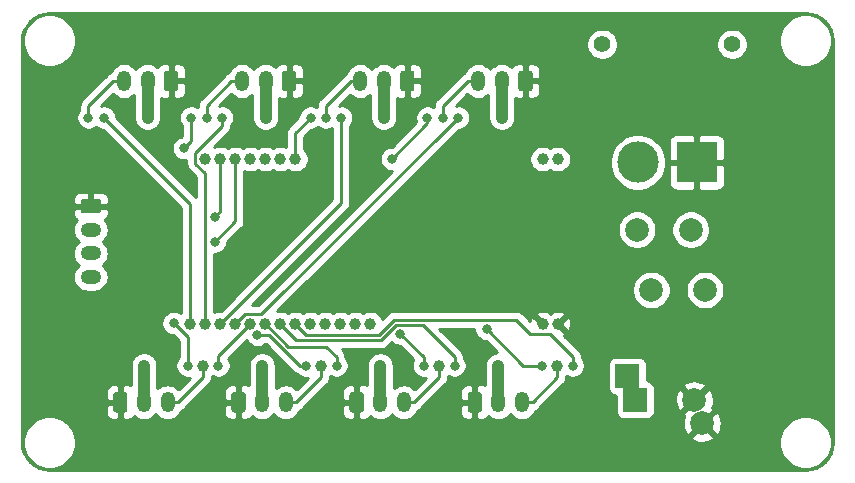
<source format=gtl>
G04 #@! TF.GenerationSoftware,KiCad,Pcbnew,(5.1.5)-3*
G04 #@! TF.CreationDate,2020-11-13T22:42:07+09:00*
G04 #@! TF.ProjectId,shield_servo_adc_sw_gpio_led,73686965-6c64-45f7-9365-72766f5f6164,rev?*
G04 #@! TF.SameCoordinates,PXb532b80PY717cbc0*
G04 #@! TF.FileFunction,Copper,L1,Top*
G04 #@! TF.FilePolarity,Positive*
%FSLAX46Y46*%
G04 Gerber Fmt 4.6, Leading zero omitted, Abs format (unit mm)*
G04 Created by KiCad (PCBNEW (5.1.5)-3) date 2020-11-13 22:42:07*
%MOMM*%
%LPD*%
G04 APERTURE LIST*
%ADD10C,2.010000*%
%ADD11C,1.000000*%
%ADD12C,3.500000*%
%ADD13R,3.500000X3.500000*%
%ADD14C,1.400000*%
%ADD15O,1.750000X1.200000*%
%ADD16C,0.100000*%
%ADD17O,1.200000X1.750000*%
%ADD18C,2.000000*%
%ADD19R,2.000000X2.000000*%
%ADD20C,0.800000*%
%ADD21C,1.000000*%
%ADD22C,0.250000*%
%ADD23C,0.254000*%
G04 APERTURE END LIST*
D10*
X52750000Y-19000000D03*
X53950000Y-24100000D03*
X57300000Y-19000000D03*
X58500000Y-24100000D03*
D11*
X16180000Y-13015000D03*
X17450000Y-13015000D03*
X18720000Y-13015000D03*
X19990000Y-13015000D03*
X46025000Y-13015000D03*
X44755000Y-13015000D03*
X44755000Y-26985000D03*
X46025000Y-26985000D03*
X21260000Y-13015000D03*
X22530000Y-13015000D03*
X23800000Y-13015000D03*
X30150000Y-26985000D03*
X28880000Y-26985000D03*
X27610000Y-26985000D03*
X26340000Y-26985000D03*
X25070000Y-26985000D03*
X23800000Y-26985000D03*
X22530000Y-26985000D03*
X21260000Y-26985000D03*
X19990000Y-26985000D03*
X18720000Y-26985000D03*
X17450000Y-26985000D03*
X16180000Y-26985000D03*
X14910000Y-26985000D03*
D12*
X52800000Y-13300000D03*
D13*
X57800000Y-13300000D03*
D14*
X49800000Y-3300000D03*
X60800000Y-3300000D03*
D15*
X6500000Y-23000000D03*
X6500000Y-21000000D03*
X6500000Y-19000000D03*
G04 #@! TA.AperFunction,ComponentPad*
D16*
G36*
X7149505Y-16401204D02*
G01*
X7173773Y-16404804D01*
X7197572Y-16410765D01*
X7220671Y-16419030D01*
X7242850Y-16429520D01*
X7263893Y-16442132D01*
X7283599Y-16456747D01*
X7301777Y-16473223D01*
X7318253Y-16491401D01*
X7332868Y-16511107D01*
X7345480Y-16532150D01*
X7355970Y-16554329D01*
X7364235Y-16577428D01*
X7370196Y-16601227D01*
X7373796Y-16625495D01*
X7375000Y-16649999D01*
X7375000Y-17350001D01*
X7373796Y-17374505D01*
X7370196Y-17398773D01*
X7364235Y-17422572D01*
X7355970Y-17445671D01*
X7345480Y-17467850D01*
X7332868Y-17488893D01*
X7318253Y-17508599D01*
X7301777Y-17526777D01*
X7283599Y-17543253D01*
X7263893Y-17557868D01*
X7242850Y-17570480D01*
X7220671Y-17580970D01*
X7197572Y-17589235D01*
X7173773Y-17595196D01*
X7149505Y-17598796D01*
X7125001Y-17600000D01*
X5874999Y-17600000D01*
X5850495Y-17598796D01*
X5826227Y-17595196D01*
X5802428Y-17589235D01*
X5779329Y-17580970D01*
X5757150Y-17570480D01*
X5736107Y-17557868D01*
X5716401Y-17543253D01*
X5698223Y-17526777D01*
X5681747Y-17508599D01*
X5667132Y-17488893D01*
X5654520Y-17467850D01*
X5644030Y-17445671D01*
X5635765Y-17422572D01*
X5629804Y-17398773D01*
X5626204Y-17374505D01*
X5625000Y-17350001D01*
X5625000Y-16649999D01*
X5626204Y-16625495D01*
X5629804Y-16601227D01*
X5635765Y-16577428D01*
X5644030Y-16554329D01*
X5654520Y-16532150D01*
X5667132Y-16511107D01*
X5681747Y-16491401D01*
X5698223Y-16473223D01*
X5716401Y-16456747D01*
X5736107Y-16442132D01*
X5757150Y-16429520D01*
X5779329Y-16419030D01*
X5802428Y-16410765D01*
X5826227Y-16404804D01*
X5850495Y-16401204D01*
X5874999Y-16400000D01*
X7125001Y-16400000D01*
X7149505Y-16401204D01*
G37*
G04 #@! TD.AperFunction*
D17*
X43000000Y-33600000D03*
X41000000Y-33600000D03*
G04 #@! TA.AperFunction,ComponentPad*
D16*
G36*
X39374505Y-32726204D02*
G01*
X39398773Y-32729804D01*
X39422572Y-32735765D01*
X39445671Y-32744030D01*
X39467850Y-32754520D01*
X39488893Y-32767132D01*
X39508599Y-32781747D01*
X39526777Y-32798223D01*
X39543253Y-32816401D01*
X39557868Y-32836107D01*
X39570480Y-32857150D01*
X39580970Y-32879329D01*
X39589235Y-32902428D01*
X39595196Y-32926227D01*
X39598796Y-32950495D01*
X39600000Y-32974999D01*
X39600000Y-34225001D01*
X39598796Y-34249505D01*
X39595196Y-34273773D01*
X39589235Y-34297572D01*
X39580970Y-34320671D01*
X39570480Y-34342850D01*
X39557868Y-34363893D01*
X39543253Y-34383599D01*
X39526777Y-34401777D01*
X39508599Y-34418253D01*
X39488893Y-34432868D01*
X39467850Y-34445480D01*
X39445671Y-34455970D01*
X39422572Y-34464235D01*
X39398773Y-34470196D01*
X39374505Y-34473796D01*
X39350001Y-34475000D01*
X38649999Y-34475000D01*
X38625495Y-34473796D01*
X38601227Y-34470196D01*
X38577428Y-34464235D01*
X38554329Y-34455970D01*
X38532150Y-34445480D01*
X38511107Y-34432868D01*
X38491401Y-34418253D01*
X38473223Y-34401777D01*
X38456747Y-34383599D01*
X38442132Y-34363893D01*
X38429520Y-34342850D01*
X38419030Y-34320671D01*
X38410765Y-34297572D01*
X38404804Y-34273773D01*
X38401204Y-34249505D01*
X38400000Y-34225001D01*
X38400000Y-32974999D01*
X38401204Y-32950495D01*
X38404804Y-32926227D01*
X38410765Y-32902428D01*
X38419030Y-32879329D01*
X38429520Y-32857150D01*
X38442132Y-32836107D01*
X38456747Y-32816401D01*
X38473223Y-32798223D01*
X38491401Y-32781747D01*
X38511107Y-32767132D01*
X38532150Y-32754520D01*
X38554329Y-32744030D01*
X38577428Y-32735765D01*
X38601227Y-32729804D01*
X38625495Y-32726204D01*
X38649999Y-32725000D01*
X39350001Y-32725000D01*
X39374505Y-32726204D01*
G37*
G04 #@! TD.AperFunction*
D17*
X33000000Y-33600000D03*
X31000000Y-33600000D03*
G04 #@! TA.AperFunction,ComponentPad*
D16*
G36*
X29374505Y-32726204D02*
G01*
X29398773Y-32729804D01*
X29422572Y-32735765D01*
X29445671Y-32744030D01*
X29467850Y-32754520D01*
X29488893Y-32767132D01*
X29508599Y-32781747D01*
X29526777Y-32798223D01*
X29543253Y-32816401D01*
X29557868Y-32836107D01*
X29570480Y-32857150D01*
X29580970Y-32879329D01*
X29589235Y-32902428D01*
X29595196Y-32926227D01*
X29598796Y-32950495D01*
X29600000Y-32974999D01*
X29600000Y-34225001D01*
X29598796Y-34249505D01*
X29595196Y-34273773D01*
X29589235Y-34297572D01*
X29580970Y-34320671D01*
X29570480Y-34342850D01*
X29557868Y-34363893D01*
X29543253Y-34383599D01*
X29526777Y-34401777D01*
X29508599Y-34418253D01*
X29488893Y-34432868D01*
X29467850Y-34445480D01*
X29445671Y-34455970D01*
X29422572Y-34464235D01*
X29398773Y-34470196D01*
X29374505Y-34473796D01*
X29350001Y-34475000D01*
X28649999Y-34475000D01*
X28625495Y-34473796D01*
X28601227Y-34470196D01*
X28577428Y-34464235D01*
X28554329Y-34455970D01*
X28532150Y-34445480D01*
X28511107Y-34432868D01*
X28491401Y-34418253D01*
X28473223Y-34401777D01*
X28456747Y-34383599D01*
X28442132Y-34363893D01*
X28429520Y-34342850D01*
X28419030Y-34320671D01*
X28410765Y-34297572D01*
X28404804Y-34273773D01*
X28401204Y-34249505D01*
X28400000Y-34225001D01*
X28400000Y-32974999D01*
X28401204Y-32950495D01*
X28404804Y-32926227D01*
X28410765Y-32902428D01*
X28419030Y-32879329D01*
X28429520Y-32857150D01*
X28442132Y-32836107D01*
X28456747Y-32816401D01*
X28473223Y-32798223D01*
X28491401Y-32781747D01*
X28511107Y-32767132D01*
X28532150Y-32754520D01*
X28554329Y-32744030D01*
X28577428Y-32735765D01*
X28601227Y-32729804D01*
X28625495Y-32726204D01*
X28649999Y-32725000D01*
X29350001Y-32725000D01*
X29374505Y-32726204D01*
G37*
G04 #@! TD.AperFunction*
D17*
X23000000Y-33600000D03*
X21000000Y-33600000D03*
G04 #@! TA.AperFunction,ComponentPad*
D16*
G36*
X19374505Y-32726204D02*
G01*
X19398773Y-32729804D01*
X19422572Y-32735765D01*
X19445671Y-32744030D01*
X19467850Y-32754520D01*
X19488893Y-32767132D01*
X19508599Y-32781747D01*
X19526777Y-32798223D01*
X19543253Y-32816401D01*
X19557868Y-32836107D01*
X19570480Y-32857150D01*
X19580970Y-32879329D01*
X19589235Y-32902428D01*
X19595196Y-32926227D01*
X19598796Y-32950495D01*
X19600000Y-32974999D01*
X19600000Y-34225001D01*
X19598796Y-34249505D01*
X19595196Y-34273773D01*
X19589235Y-34297572D01*
X19580970Y-34320671D01*
X19570480Y-34342850D01*
X19557868Y-34363893D01*
X19543253Y-34383599D01*
X19526777Y-34401777D01*
X19508599Y-34418253D01*
X19488893Y-34432868D01*
X19467850Y-34445480D01*
X19445671Y-34455970D01*
X19422572Y-34464235D01*
X19398773Y-34470196D01*
X19374505Y-34473796D01*
X19350001Y-34475000D01*
X18649999Y-34475000D01*
X18625495Y-34473796D01*
X18601227Y-34470196D01*
X18577428Y-34464235D01*
X18554329Y-34455970D01*
X18532150Y-34445480D01*
X18511107Y-34432868D01*
X18491401Y-34418253D01*
X18473223Y-34401777D01*
X18456747Y-34383599D01*
X18442132Y-34363893D01*
X18429520Y-34342850D01*
X18419030Y-34320671D01*
X18410765Y-34297572D01*
X18404804Y-34273773D01*
X18401204Y-34249505D01*
X18400000Y-34225001D01*
X18400000Y-32974999D01*
X18401204Y-32950495D01*
X18404804Y-32926227D01*
X18410765Y-32902428D01*
X18419030Y-32879329D01*
X18429520Y-32857150D01*
X18442132Y-32836107D01*
X18456747Y-32816401D01*
X18473223Y-32798223D01*
X18491401Y-32781747D01*
X18511107Y-32767132D01*
X18532150Y-32754520D01*
X18554329Y-32744030D01*
X18577428Y-32735765D01*
X18601227Y-32729804D01*
X18625495Y-32726204D01*
X18649999Y-32725000D01*
X19350001Y-32725000D01*
X19374505Y-32726204D01*
G37*
G04 #@! TD.AperFunction*
D17*
X13000000Y-33600000D03*
X11000000Y-33600000D03*
G04 #@! TA.AperFunction,ComponentPad*
D16*
G36*
X9374505Y-32726204D02*
G01*
X9398773Y-32729804D01*
X9422572Y-32735765D01*
X9445671Y-32744030D01*
X9467850Y-32754520D01*
X9488893Y-32767132D01*
X9508599Y-32781747D01*
X9526777Y-32798223D01*
X9543253Y-32816401D01*
X9557868Y-32836107D01*
X9570480Y-32857150D01*
X9580970Y-32879329D01*
X9589235Y-32902428D01*
X9595196Y-32926227D01*
X9598796Y-32950495D01*
X9600000Y-32974999D01*
X9600000Y-34225001D01*
X9598796Y-34249505D01*
X9595196Y-34273773D01*
X9589235Y-34297572D01*
X9580970Y-34320671D01*
X9570480Y-34342850D01*
X9557868Y-34363893D01*
X9543253Y-34383599D01*
X9526777Y-34401777D01*
X9508599Y-34418253D01*
X9488893Y-34432868D01*
X9467850Y-34445480D01*
X9445671Y-34455970D01*
X9422572Y-34464235D01*
X9398773Y-34470196D01*
X9374505Y-34473796D01*
X9350001Y-34475000D01*
X8649999Y-34475000D01*
X8625495Y-34473796D01*
X8601227Y-34470196D01*
X8577428Y-34464235D01*
X8554329Y-34455970D01*
X8532150Y-34445480D01*
X8511107Y-34432868D01*
X8491401Y-34418253D01*
X8473223Y-34401777D01*
X8456747Y-34383599D01*
X8442132Y-34363893D01*
X8429520Y-34342850D01*
X8419030Y-34320671D01*
X8410765Y-34297572D01*
X8404804Y-34273773D01*
X8401204Y-34249505D01*
X8400000Y-34225001D01*
X8400000Y-32974999D01*
X8401204Y-32950495D01*
X8404804Y-32926227D01*
X8410765Y-32902428D01*
X8419030Y-32879329D01*
X8429520Y-32857150D01*
X8442132Y-32836107D01*
X8456747Y-32816401D01*
X8473223Y-32798223D01*
X8491401Y-32781747D01*
X8511107Y-32767132D01*
X8532150Y-32754520D01*
X8554329Y-32744030D01*
X8577428Y-32735765D01*
X8601227Y-32729804D01*
X8625495Y-32726204D01*
X8649999Y-32725000D01*
X9350001Y-32725000D01*
X9374505Y-32726204D01*
G37*
G04 #@! TD.AperFunction*
G04 #@! TA.AperFunction,ComponentPad*
G36*
X43674505Y-5526204D02*
G01*
X43698773Y-5529804D01*
X43722572Y-5535765D01*
X43745671Y-5544030D01*
X43767850Y-5554520D01*
X43788893Y-5567132D01*
X43808599Y-5581747D01*
X43826777Y-5598223D01*
X43843253Y-5616401D01*
X43857868Y-5636107D01*
X43870480Y-5657150D01*
X43880970Y-5679329D01*
X43889235Y-5702428D01*
X43895196Y-5726227D01*
X43898796Y-5750495D01*
X43900000Y-5774999D01*
X43900000Y-7025001D01*
X43898796Y-7049505D01*
X43895196Y-7073773D01*
X43889235Y-7097572D01*
X43880970Y-7120671D01*
X43870480Y-7142850D01*
X43857868Y-7163893D01*
X43843253Y-7183599D01*
X43826777Y-7201777D01*
X43808599Y-7218253D01*
X43788893Y-7232868D01*
X43767850Y-7245480D01*
X43745671Y-7255970D01*
X43722572Y-7264235D01*
X43698773Y-7270196D01*
X43674505Y-7273796D01*
X43650001Y-7275000D01*
X42949999Y-7275000D01*
X42925495Y-7273796D01*
X42901227Y-7270196D01*
X42877428Y-7264235D01*
X42854329Y-7255970D01*
X42832150Y-7245480D01*
X42811107Y-7232868D01*
X42791401Y-7218253D01*
X42773223Y-7201777D01*
X42756747Y-7183599D01*
X42742132Y-7163893D01*
X42729520Y-7142850D01*
X42719030Y-7120671D01*
X42710765Y-7097572D01*
X42704804Y-7073773D01*
X42701204Y-7049505D01*
X42700000Y-7025001D01*
X42700000Y-5774999D01*
X42701204Y-5750495D01*
X42704804Y-5726227D01*
X42710765Y-5702428D01*
X42719030Y-5679329D01*
X42729520Y-5657150D01*
X42742132Y-5636107D01*
X42756747Y-5616401D01*
X42773223Y-5598223D01*
X42791401Y-5581747D01*
X42811107Y-5567132D01*
X42832150Y-5554520D01*
X42854329Y-5544030D01*
X42877428Y-5535765D01*
X42901227Y-5529804D01*
X42925495Y-5526204D01*
X42949999Y-5525000D01*
X43650001Y-5525000D01*
X43674505Y-5526204D01*
G37*
G04 #@! TD.AperFunction*
D17*
X41300000Y-6400000D03*
X39300000Y-6400000D03*
X29300000Y-6400000D03*
X31300000Y-6400000D03*
G04 #@! TA.AperFunction,ComponentPad*
D16*
G36*
X33674505Y-5526204D02*
G01*
X33698773Y-5529804D01*
X33722572Y-5535765D01*
X33745671Y-5544030D01*
X33767850Y-5554520D01*
X33788893Y-5567132D01*
X33808599Y-5581747D01*
X33826777Y-5598223D01*
X33843253Y-5616401D01*
X33857868Y-5636107D01*
X33870480Y-5657150D01*
X33880970Y-5679329D01*
X33889235Y-5702428D01*
X33895196Y-5726227D01*
X33898796Y-5750495D01*
X33900000Y-5774999D01*
X33900000Y-7025001D01*
X33898796Y-7049505D01*
X33895196Y-7073773D01*
X33889235Y-7097572D01*
X33880970Y-7120671D01*
X33870480Y-7142850D01*
X33857868Y-7163893D01*
X33843253Y-7183599D01*
X33826777Y-7201777D01*
X33808599Y-7218253D01*
X33788893Y-7232868D01*
X33767850Y-7245480D01*
X33745671Y-7255970D01*
X33722572Y-7264235D01*
X33698773Y-7270196D01*
X33674505Y-7273796D01*
X33650001Y-7275000D01*
X32949999Y-7275000D01*
X32925495Y-7273796D01*
X32901227Y-7270196D01*
X32877428Y-7264235D01*
X32854329Y-7255970D01*
X32832150Y-7245480D01*
X32811107Y-7232868D01*
X32791401Y-7218253D01*
X32773223Y-7201777D01*
X32756747Y-7183599D01*
X32742132Y-7163893D01*
X32729520Y-7142850D01*
X32719030Y-7120671D01*
X32710765Y-7097572D01*
X32704804Y-7073773D01*
X32701204Y-7049505D01*
X32700000Y-7025001D01*
X32700000Y-5774999D01*
X32701204Y-5750495D01*
X32704804Y-5726227D01*
X32710765Y-5702428D01*
X32719030Y-5679329D01*
X32729520Y-5657150D01*
X32742132Y-5636107D01*
X32756747Y-5616401D01*
X32773223Y-5598223D01*
X32791401Y-5581747D01*
X32811107Y-5567132D01*
X32832150Y-5554520D01*
X32854329Y-5544030D01*
X32877428Y-5535765D01*
X32901227Y-5529804D01*
X32925495Y-5526204D01*
X32949999Y-5525000D01*
X33650001Y-5525000D01*
X33674505Y-5526204D01*
G37*
G04 #@! TD.AperFunction*
D17*
X19300000Y-6400000D03*
X21300000Y-6400000D03*
G04 #@! TA.AperFunction,ComponentPad*
D16*
G36*
X23674505Y-5526204D02*
G01*
X23698773Y-5529804D01*
X23722572Y-5535765D01*
X23745671Y-5544030D01*
X23767850Y-5554520D01*
X23788893Y-5567132D01*
X23808599Y-5581747D01*
X23826777Y-5598223D01*
X23843253Y-5616401D01*
X23857868Y-5636107D01*
X23870480Y-5657150D01*
X23880970Y-5679329D01*
X23889235Y-5702428D01*
X23895196Y-5726227D01*
X23898796Y-5750495D01*
X23900000Y-5774999D01*
X23900000Y-7025001D01*
X23898796Y-7049505D01*
X23895196Y-7073773D01*
X23889235Y-7097572D01*
X23880970Y-7120671D01*
X23870480Y-7142850D01*
X23857868Y-7163893D01*
X23843253Y-7183599D01*
X23826777Y-7201777D01*
X23808599Y-7218253D01*
X23788893Y-7232868D01*
X23767850Y-7245480D01*
X23745671Y-7255970D01*
X23722572Y-7264235D01*
X23698773Y-7270196D01*
X23674505Y-7273796D01*
X23650001Y-7275000D01*
X22949999Y-7275000D01*
X22925495Y-7273796D01*
X22901227Y-7270196D01*
X22877428Y-7264235D01*
X22854329Y-7255970D01*
X22832150Y-7245480D01*
X22811107Y-7232868D01*
X22791401Y-7218253D01*
X22773223Y-7201777D01*
X22756747Y-7183599D01*
X22742132Y-7163893D01*
X22729520Y-7142850D01*
X22719030Y-7120671D01*
X22710765Y-7097572D01*
X22704804Y-7073773D01*
X22701204Y-7049505D01*
X22700000Y-7025001D01*
X22700000Y-5774999D01*
X22701204Y-5750495D01*
X22704804Y-5726227D01*
X22710765Y-5702428D01*
X22719030Y-5679329D01*
X22729520Y-5657150D01*
X22742132Y-5636107D01*
X22756747Y-5616401D01*
X22773223Y-5598223D01*
X22791401Y-5581747D01*
X22811107Y-5567132D01*
X22832150Y-5554520D01*
X22854329Y-5544030D01*
X22877428Y-5535765D01*
X22901227Y-5529804D01*
X22925495Y-5526204D01*
X22949999Y-5525000D01*
X23650001Y-5525000D01*
X23674505Y-5526204D01*
G37*
G04 #@! TD.AperFunction*
D17*
X9300000Y-6400000D03*
X11300000Y-6400000D03*
G04 #@! TA.AperFunction,ComponentPad*
D16*
G36*
X13674505Y-5526204D02*
G01*
X13698773Y-5529804D01*
X13722572Y-5535765D01*
X13745671Y-5544030D01*
X13767850Y-5554520D01*
X13788893Y-5567132D01*
X13808599Y-5581747D01*
X13826777Y-5598223D01*
X13843253Y-5616401D01*
X13857868Y-5636107D01*
X13870480Y-5657150D01*
X13880970Y-5679329D01*
X13889235Y-5702428D01*
X13895196Y-5726227D01*
X13898796Y-5750495D01*
X13900000Y-5774999D01*
X13900000Y-7025001D01*
X13898796Y-7049505D01*
X13895196Y-7073773D01*
X13889235Y-7097572D01*
X13880970Y-7120671D01*
X13870480Y-7142850D01*
X13857868Y-7163893D01*
X13843253Y-7183599D01*
X13826777Y-7201777D01*
X13808599Y-7218253D01*
X13788893Y-7232868D01*
X13767850Y-7245480D01*
X13745671Y-7255970D01*
X13722572Y-7264235D01*
X13698773Y-7270196D01*
X13674505Y-7273796D01*
X13650001Y-7275000D01*
X12949999Y-7275000D01*
X12925495Y-7273796D01*
X12901227Y-7270196D01*
X12877428Y-7264235D01*
X12854329Y-7255970D01*
X12832150Y-7245480D01*
X12811107Y-7232868D01*
X12791401Y-7218253D01*
X12773223Y-7201777D01*
X12756747Y-7183599D01*
X12742132Y-7163893D01*
X12729520Y-7142850D01*
X12719030Y-7120671D01*
X12710765Y-7097572D01*
X12704804Y-7073773D01*
X12701204Y-7049505D01*
X12700000Y-7025001D01*
X12700000Y-5774999D01*
X12701204Y-5750495D01*
X12704804Y-5726227D01*
X12710765Y-5702428D01*
X12719030Y-5679329D01*
X12729520Y-5657150D01*
X12742132Y-5636107D01*
X12756747Y-5616401D01*
X12773223Y-5598223D01*
X12791401Y-5581747D01*
X12811107Y-5567132D01*
X12832150Y-5554520D01*
X12854329Y-5544030D01*
X12877428Y-5535765D01*
X12901227Y-5529804D01*
X12925495Y-5526204D01*
X12949999Y-5525000D01*
X13650001Y-5525000D01*
X13674505Y-5526204D01*
G37*
G04 #@! TD.AperFunction*
D18*
X58272144Y-35400000D03*
D19*
X51927856Y-31400000D03*
D18*
X57600000Y-33400000D03*
D19*
X52600000Y-33400000D03*
D20*
X42600000Y-13300000D03*
X35400000Y-13400000D03*
X34200000Y-21600000D03*
X27100000Y-21700000D03*
X23500000Y-25200000D03*
X13800000Y-24200000D03*
X13800000Y-17900000D03*
X11500000Y-15000000D03*
X5700000Y-7100000D03*
X4100000Y-11500000D03*
X8900000Y-28700000D03*
X43400000Y-16200000D03*
X41700000Y-25300000D03*
X33800000Y-24900000D03*
X47000000Y-14400000D03*
X49500000Y-16700000D03*
X49500000Y-30500000D03*
X47600000Y-28100000D03*
X2567857Y-6942500D03*
X2567857Y-13942500D03*
X2567857Y-17942500D03*
X2567857Y-21942500D03*
X2567857Y-25942500D03*
X3567857Y-32942500D03*
X5567857Y-14942500D03*
X6567857Y-1942500D03*
X6567857Y-25942500D03*
X6567857Y-33942500D03*
X6567857Y-37942500D03*
X8567857Y-3942500D03*
X9567857Y-14942500D03*
X9567857Y-24942500D03*
X9567857Y-36942500D03*
X10567857Y-1942500D03*
X10567857Y-17942500D03*
X11567857Y-26942500D03*
X12567857Y-35942500D03*
X13567857Y-2942500D03*
X14567857Y-37942500D03*
X15567857Y-4942500D03*
X15567857Y-34942500D03*
X16567857Y-1942500D03*
X17567857Y-36942500D03*
X18567857Y-3942500D03*
X19567857Y-19942500D03*
X20567857Y-1942500D03*
X20567857Y-15942500D03*
X20567857Y-37942500D03*
X22567857Y-17942500D03*
X22567857Y-35942500D03*
X23567857Y-2942500D03*
X24567857Y-15942500D03*
X24567857Y-37942500D03*
X25567857Y-4942500D03*
X25567857Y-24942500D03*
X25567857Y-34942500D03*
X26567857Y-1942500D03*
X27567857Y-36942500D03*
X28567857Y-3942500D03*
X29567857Y-19942500D03*
X29567857Y-24942500D03*
X30567857Y-1942500D03*
X30567857Y-37942500D03*
X31567857Y-17942500D03*
X32567857Y-35942500D03*
X33567857Y-2942500D03*
X33567857Y-15942500D03*
X34567857Y-18942500D03*
X34567857Y-37942500D03*
X35567857Y-4942500D03*
X35567857Y-34942500D03*
X36567857Y-1942500D03*
X36567857Y-16942500D03*
X36567857Y-23942500D03*
X37567857Y-13942500D03*
X37567857Y-36942500D03*
X38567857Y-3942500D03*
X38567857Y-21942500D03*
X40567857Y-1942500D03*
X40567857Y-19942500D03*
X40567857Y-37942500D03*
X41567857Y-22942500D03*
X42567857Y-17942500D03*
X42567857Y-35942500D03*
X43567857Y-2942500D03*
X44567857Y-37942500D03*
X45567857Y-4942500D03*
X45567857Y-34942500D03*
X46567857Y-1942500D03*
X46567857Y-7942500D03*
X46567857Y-16942500D03*
X46567857Y-20942500D03*
X46567857Y-24942500D03*
X47567857Y-36942500D03*
X48567857Y-5942500D03*
X48567857Y-9942500D03*
X48567857Y-18942500D03*
X48567857Y-22942500D03*
X49567857Y-25942500D03*
X49567857Y-34942500D03*
X50567857Y-7942500D03*
X50567857Y-37942500D03*
X52567857Y-1942500D03*
X52567857Y-5942500D03*
X52567857Y-9942500D03*
X53567857Y-36942500D03*
X54567857Y-3942500D03*
X54567857Y-7942500D03*
X56567857Y-1942500D03*
X56567857Y-5942500D03*
X56567857Y-9942500D03*
X56567857Y-26942500D03*
X56567857Y-37942500D03*
X57567857Y-29942500D03*
X58567857Y-3942500D03*
X58567857Y-7942500D03*
X59567857Y-16942500D03*
X59567857Y-20942500D03*
X59567857Y-27942500D03*
X60567857Y-5942500D03*
X60567857Y-9942500D03*
X60567857Y-30942500D03*
X60567857Y-37942500D03*
X61567857Y-12942500D03*
X61567857Y-18942500D03*
X61567857Y-22942500D03*
X61567857Y-33942500D03*
X62567857Y-7942500D03*
X62567857Y-15942500D03*
X62567857Y-25942500D03*
X63567857Y-1942500D03*
X63567857Y-10942500D03*
X63567857Y-20942500D03*
X63567857Y-28942500D03*
X63567857Y-35942500D03*
X64567857Y-5942500D03*
X64567857Y-13942500D03*
X64567857Y-17942500D03*
X64567857Y-23942500D03*
X64567857Y-31942500D03*
X65567857Y-8942500D03*
X65567857Y-26942500D03*
X66567857Y-11942500D03*
X66567857Y-15942500D03*
X66567857Y-19942500D03*
X66567857Y-29942500D03*
X67567857Y-6942500D03*
X67567857Y-22942500D03*
X67567857Y-32942500D03*
X29200000Y-15500000D03*
X17500000Y-25100000D03*
X17400000Y-21500000D03*
D11*
X11300000Y-9500000D03*
X21300000Y-9500000D03*
X31300000Y-9500000D03*
X41300000Y-9500000D03*
X11000000Y-30500000D03*
X21000000Y-30500000D03*
X31000000Y-30500000D03*
X41000000Y-30500000D03*
D20*
X6300000Y-9500000D03*
X16300000Y-9500000D03*
X26400000Y-9500000D03*
X36300000Y-9500000D03*
D11*
X16000000Y-30500000D03*
X26000000Y-30500000D03*
X36000000Y-30500000D03*
X46000000Y-30500000D03*
D20*
X17000000Y-17900000D03*
X17000000Y-20000000D03*
X7600000Y-9500000D03*
X17600000Y-9500000D03*
X14400000Y-12100000D03*
X15000000Y-9500000D03*
X27700000Y-9500000D03*
X25100000Y-9500000D03*
X37600000Y-9500000D03*
X32000000Y-13000000D03*
X35000000Y-9500000D03*
X17300000Y-30500000D03*
X13500000Y-26900000D03*
X14700000Y-30500000D03*
X27300000Y-30500000D03*
X20605939Y-27896386D03*
X24700000Y-30500000D03*
X37300000Y-30500000D03*
X32700000Y-27800000D03*
X34700000Y-30500000D03*
X47300000Y-30500000D03*
X40000000Y-27400000D03*
X44700000Y-30500000D03*
D21*
X11300000Y-6400000D02*
X11300000Y-9500000D01*
X21300000Y-6400000D02*
X21300000Y-9500000D01*
X31300000Y-6400000D02*
X31300000Y-9500000D01*
X41300000Y-6400000D02*
X41300000Y-9500000D01*
X11000000Y-33600000D02*
X11000000Y-30500000D01*
X21000000Y-33600000D02*
X21000000Y-30500000D01*
X31000000Y-33600000D02*
X31000000Y-30500000D01*
X41000000Y-33600000D02*
X41000000Y-30500000D01*
D22*
X8450000Y-6400000D02*
X9300000Y-6400000D01*
X8400000Y-6400000D02*
X8450000Y-6400000D01*
X6300000Y-8500000D02*
X8400000Y-6400000D01*
X6300000Y-9500000D02*
X6300000Y-8500000D01*
X18450000Y-6400000D02*
X19300000Y-6400000D01*
X18400000Y-6400000D02*
X18450000Y-6400000D01*
X16300000Y-8500000D02*
X18400000Y-6400000D01*
X16300000Y-9500000D02*
X16300000Y-8500000D01*
X28500000Y-6400000D02*
X29300000Y-6400000D01*
X26400000Y-8500000D02*
X28500000Y-6400000D01*
X26400000Y-9500000D02*
X26400000Y-8500000D01*
X38450000Y-6400000D02*
X39300000Y-6400000D01*
X36300000Y-8500000D02*
X38400000Y-6400000D01*
X38400000Y-6400000D02*
X38450000Y-6400000D01*
X36300000Y-9500000D02*
X36300000Y-8500000D01*
X13850000Y-33600000D02*
X13000000Y-33600000D01*
X13900000Y-33600000D02*
X13850000Y-33600000D01*
X16000000Y-31500000D02*
X13900000Y-33600000D01*
X16000000Y-30500000D02*
X16000000Y-31500000D01*
X23900000Y-33600000D02*
X23850000Y-33600000D01*
X23850000Y-33600000D02*
X23000000Y-33600000D01*
X26000000Y-31500000D02*
X23900000Y-33600000D01*
X26000000Y-30500000D02*
X26000000Y-31500000D01*
X33850000Y-33600000D02*
X33000000Y-33600000D01*
X33900000Y-33600000D02*
X33850000Y-33600000D01*
X36000000Y-31500000D02*
X33900000Y-33600000D01*
X36000000Y-30500000D02*
X36000000Y-31500000D01*
X43850000Y-33600000D02*
X43000000Y-33600000D01*
X43900000Y-33600000D02*
X43850000Y-33600000D01*
X46000000Y-31500000D02*
X43900000Y-33600000D01*
X46000000Y-30500000D02*
X46000000Y-31500000D01*
X17450000Y-13015000D02*
X17450000Y-17450000D01*
X17450000Y-17450000D02*
X17000000Y-17900000D01*
X18720000Y-13015000D02*
X18720000Y-18280000D01*
X18720000Y-18280000D02*
X17000000Y-20000000D01*
X14910000Y-26985000D02*
X14910000Y-16810000D01*
X14910000Y-16810000D02*
X7600000Y-9500000D01*
X16180000Y-26985000D02*
X16180000Y-14236002D01*
X16180000Y-14236002D02*
X15354999Y-13411001D01*
X15354999Y-13411001D02*
X15354999Y-12492593D01*
X17600000Y-10247592D02*
X17600000Y-9500000D01*
X15354999Y-12492593D02*
X17600000Y-10247592D01*
X15000000Y-11500000D02*
X15000000Y-9500000D01*
X14400000Y-12100000D02*
X15000000Y-11500000D01*
X17450000Y-26985000D02*
X27700000Y-16735000D01*
X27700000Y-16735000D02*
X27700000Y-9500000D01*
X23800000Y-13015000D02*
X23800000Y-10800000D01*
X23800000Y-10800000D02*
X25100000Y-9500000D01*
X20940001Y-26159999D02*
X37600000Y-9500000D01*
X19545001Y-26159999D02*
X20940001Y-26159999D01*
X18720000Y-26985000D02*
X19545001Y-26159999D01*
X32000000Y-13000000D02*
X35000000Y-10000000D01*
X35000000Y-10000000D02*
X35000000Y-9500000D01*
X19990000Y-26985000D02*
X17300000Y-29675000D01*
X17300000Y-29675000D02*
X17300000Y-30500000D01*
X13500000Y-26900000D02*
X14700000Y-28100000D01*
X14700000Y-28100000D02*
X14700000Y-30500000D01*
X21308998Y-26985000D02*
X23223998Y-28900000D01*
X26447592Y-28900000D02*
X27300000Y-29752408D01*
X27300000Y-29752408D02*
X27300000Y-30500000D01*
X21260000Y-26985000D02*
X21308998Y-26985000D01*
X23223998Y-28900000D02*
X26447592Y-28900000D01*
X20605939Y-27896386D02*
X21583974Y-27896386D01*
X21583974Y-27896386D02*
X24187588Y-30500000D01*
X24187588Y-30500000D02*
X24700000Y-30500000D01*
X23895011Y-28350011D02*
X31076987Y-28350011D01*
X31076987Y-28350011D02*
X32351999Y-27074999D01*
X22530000Y-26985000D02*
X23895011Y-28350011D01*
X34622591Y-27074999D02*
X37300000Y-29752408D01*
X37300000Y-29752408D02*
X37300000Y-30500000D01*
X32351999Y-27074999D02*
X34622591Y-27074999D01*
X32700000Y-27800000D02*
X34700000Y-29800000D01*
X34700000Y-29800000D02*
X34700000Y-30500000D01*
X32190587Y-26600000D02*
X42500000Y-26600000D01*
X42500000Y-26600000D02*
X43710001Y-27810001D01*
X47300000Y-29752408D02*
X47300000Y-30500000D01*
X45357593Y-27810001D02*
X47300000Y-29752408D01*
X30890587Y-27900000D02*
X32190587Y-26600000D01*
X24715000Y-27900000D02*
X30890587Y-27900000D01*
X23800000Y-26985000D02*
X24715000Y-27900000D01*
X43710001Y-27810001D02*
X45357593Y-27810001D01*
X43100000Y-30500000D02*
X40000000Y-27400000D01*
X44700000Y-30500000D02*
X43100000Y-30500000D01*
D23*
G36*
X67453893Y-707670D02*
G01*
X67890498Y-839489D01*
X68293185Y-1053600D01*
X68646612Y-1341848D01*
X68937327Y-1693261D01*
X69154242Y-2094439D01*
X69289106Y-2530113D01*
X69340000Y-3014344D01*
X69340001Y-36967711D01*
X69292330Y-37453894D01*
X69160512Y-37890497D01*
X68946399Y-38293186D01*
X68658150Y-38646613D01*
X68306739Y-38937327D01*
X67905564Y-39154240D01*
X67469886Y-39289106D01*
X66985664Y-39340000D01*
X3032279Y-39340000D01*
X2546106Y-39292330D01*
X2109503Y-39160512D01*
X1706814Y-38946399D01*
X1353387Y-38658150D01*
X1062673Y-38306739D01*
X845760Y-37905564D01*
X710894Y-37469886D01*
X660000Y-36985664D01*
X660000Y-36779872D01*
X765000Y-36779872D01*
X765000Y-37220128D01*
X850890Y-37651925D01*
X1019369Y-38058669D01*
X1263962Y-38424729D01*
X1575271Y-38736038D01*
X1941331Y-38980631D01*
X2348075Y-39149110D01*
X2779872Y-39235000D01*
X3220128Y-39235000D01*
X3651925Y-39149110D01*
X4058669Y-38980631D01*
X4424729Y-38736038D01*
X4736038Y-38424729D01*
X4980631Y-38058669D01*
X5149110Y-37651925D01*
X5235000Y-37220128D01*
X5235000Y-36779872D01*
X5186374Y-36535413D01*
X57316336Y-36535413D01*
X57412100Y-36799814D01*
X57701715Y-36940704D01*
X58013252Y-37022384D01*
X58334739Y-37041718D01*
X58653819Y-36997961D01*
X58958232Y-36892795D01*
X59132188Y-36799814D01*
X59139410Y-36779872D01*
X64765000Y-36779872D01*
X64765000Y-37220128D01*
X64850890Y-37651925D01*
X65019369Y-38058669D01*
X65263962Y-38424729D01*
X65575271Y-38736038D01*
X65941331Y-38980631D01*
X66348075Y-39149110D01*
X66779872Y-39235000D01*
X67220128Y-39235000D01*
X67651925Y-39149110D01*
X68058669Y-38980631D01*
X68424729Y-38736038D01*
X68736038Y-38424729D01*
X68980631Y-38058669D01*
X69149110Y-37651925D01*
X69235000Y-37220128D01*
X69235000Y-36779872D01*
X69149110Y-36348075D01*
X68980631Y-35941331D01*
X68736038Y-35575271D01*
X68424729Y-35263962D01*
X68058669Y-35019369D01*
X67651925Y-34850890D01*
X67220128Y-34765000D01*
X66779872Y-34765000D01*
X66348075Y-34850890D01*
X65941331Y-35019369D01*
X65575271Y-35263962D01*
X65263962Y-35575271D01*
X65019369Y-35941331D01*
X64850890Y-36348075D01*
X64765000Y-36779872D01*
X59139410Y-36779872D01*
X59227952Y-36535413D01*
X58272144Y-35579605D01*
X57316336Y-36535413D01*
X5186374Y-36535413D01*
X5149110Y-36348075D01*
X4980631Y-35941331D01*
X4736038Y-35575271D01*
X4623362Y-35462595D01*
X56630426Y-35462595D01*
X56674183Y-35781675D01*
X56779349Y-36086088D01*
X56872330Y-36260044D01*
X57136731Y-36355808D01*
X58092539Y-35400000D01*
X58451749Y-35400000D01*
X59407557Y-36355808D01*
X59671958Y-36260044D01*
X59812848Y-35970429D01*
X59894528Y-35658892D01*
X59913862Y-35337405D01*
X59870105Y-35018325D01*
X59764939Y-34713912D01*
X59671958Y-34539956D01*
X59407557Y-34444192D01*
X58451749Y-35400000D01*
X58092539Y-35400000D01*
X58078397Y-35385858D01*
X58258002Y-35206253D01*
X58272144Y-35220395D01*
X59227952Y-34264587D01*
X59132188Y-34000186D01*
X59127369Y-33997841D01*
X59140704Y-33970429D01*
X59222384Y-33658892D01*
X59241718Y-33337405D01*
X59197961Y-33018325D01*
X59092795Y-32713912D01*
X58999814Y-32539956D01*
X58735413Y-32444192D01*
X57779605Y-33400000D01*
X57793748Y-33414143D01*
X57614143Y-33593748D01*
X57600000Y-33579605D01*
X56644192Y-34535413D01*
X56739956Y-34799814D01*
X56744775Y-34802159D01*
X56731440Y-34829571D01*
X56649760Y-35141108D01*
X56630426Y-35462595D01*
X4623362Y-35462595D01*
X4424729Y-35263962D01*
X4058669Y-35019369D01*
X3651925Y-34850890D01*
X3220128Y-34765000D01*
X2779872Y-34765000D01*
X2348075Y-34850890D01*
X1941331Y-35019369D01*
X1575271Y-35263962D01*
X1263962Y-35575271D01*
X1019369Y-35941331D01*
X850890Y-36348075D01*
X765000Y-36779872D01*
X660000Y-36779872D01*
X660000Y-34475000D01*
X7761928Y-34475000D01*
X7774188Y-34599482D01*
X7810498Y-34719180D01*
X7869463Y-34829494D01*
X7948815Y-34926185D01*
X8045506Y-35005537D01*
X8155820Y-35064502D01*
X8275518Y-35100812D01*
X8400000Y-35113072D01*
X8714250Y-35110000D01*
X8873000Y-34951250D01*
X8873000Y-33727000D01*
X7923750Y-33727000D01*
X7765000Y-33885750D01*
X7761928Y-34475000D01*
X660000Y-34475000D01*
X660000Y-32725000D01*
X7761928Y-32725000D01*
X7765000Y-33314250D01*
X7923750Y-33473000D01*
X8873000Y-33473000D01*
X8873000Y-32248750D01*
X8714250Y-32090000D01*
X8400000Y-32086928D01*
X8275518Y-32099188D01*
X8155820Y-32135498D01*
X8045506Y-32194463D01*
X7948815Y-32273815D01*
X7869463Y-32370506D01*
X7810498Y-32480820D01*
X7774188Y-32600518D01*
X7761928Y-32725000D01*
X660000Y-32725000D01*
X660000Y-19000000D01*
X4984025Y-19000000D01*
X5007870Y-19242102D01*
X5078489Y-19474901D01*
X5193167Y-19689449D01*
X5347498Y-19877502D01*
X5496762Y-20000000D01*
X5347498Y-20122498D01*
X5193167Y-20310551D01*
X5078489Y-20525099D01*
X5007870Y-20757898D01*
X4984025Y-21000000D01*
X5007870Y-21242102D01*
X5078489Y-21474901D01*
X5193167Y-21689449D01*
X5347498Y-21877502D01*
X5496762Y-22000000D01*
X5347498Y-22122498D01*
X5193167Y-22310551D01*
X5078489Y-22525099D01*
X5007870Y-22757898D01*
X4984025Y-23000000D01*
X5007870Y-23242102D01*
X5078489Y-23474901D01*
X5193167Y-23689449D01*
X5347498Y-23877502D01*
X5535551Y-24031833D01*
X5750099Y-24146511D01*
X5982898Y-24217130D01*
X6164335Y-24235000D01*
X6835665Y-24235000D01*
X7017102Y-24217130D01*
X7249901Y-24146511D01*
X7464449Y-24031833D01*
X7652502Y-23877502D01*
X7806833Y-23689449D01*
X7921511Y-23474901D01*
X7992130Y-23242102D01*
X8015975Y-23000000D01*
X7992130Y-22757898D01*
X7921511Y-22525099D01*
X7806833Y-22310551D01*
X7652502Y-22122498D01*
X7503238Y-22000000D01*
X7652502Y-21877502D01*
X7806833Y-21689449D01*
X7921511Y-21474901D01*
X7992130Y-21242102D01*
X8015975Y-21000000D01*
X7992130Y-20757898D01*
X7921511Y-20525099D01*
X7806833Y-20310551D01*
X7652502Y-20122498D01*
X7503238Y-20000000D01*
X7652502Y-19877502D01*
X7806833Y-19689449D01*
X7921511Y-19474901D01*
X7992130Y-19242102D01*
X8015975Y-19000000D01*
X7992130Y-18757898D01*
X7921511Y-18525099D01*
X7806833Y-18310551D01*
X7680564Y-18156691D01*
X7729494Y-18130537D01*
X7826185Y-18051185D01*
X7905537Y-17954494D01*
X7964502Y-17844180D01*
X8000812Y-17724482D01*
X8013072Y-17600000D01*
X8010000Y-17285750D01*
X7851250Y-17127000D01*
X6627000Y-17127000D01*
X6627000Y-17147000D01*
X6373000Y-17147000D01*
X6373000Y-17127000D01*
X5148750Y-17127000D01*
X4990000Y-17285750D01*
X4986928Y-17600000D01*
X4999188Y-17724482D01*
X5035498Y-17844180D01*
X5094463Y-17954494D01*
X5173815Y-18051185D01*
X5270506Y-18130537D01*
X5319436Y-18156691D01*
X5193167Y-18310551D01*
X5078489Y-18525099D01*
X5007870Y-18757898D01*
X4984025Y-19000000D01*
X660000Y-19000000D01*
X660000Y-16400000D01*
X4986928Y-16400000D01*
X4990000Y-16714250D01*
X5148750Y-16873000D01*
X6373000Y-16873000D01*
X6373000Y-15923750D01*
X6627000Y-15923750D01*
X6627000Y-16873000D01*
X7851250Y-16873000D01*
X8010000Y-16714250D01*
X8013072Y-16400000D01*
X8000812Y-16275518D01*
X7964502Y-16155820D01*
X7905537Y-16045506D01*
X7826185Y-15948815D01*
X7729494Y-15869463D01*
X7619180Y-15810498D01*
X7499482Y-15774188D01*
X7375000Y-15761928D01*
X6785750Y-15765000D01*
X6627000Y-15923750D01*
X6373000Y-15923750D01*
X6214250Y-15765000D01*
X5625000Y-15761928D01*
X5500518Y-15774188D01*
X5380820Y-15810498D01*
X5270506Y-15869463D01*
X5173815Y-15948815D01*
X5094463Y-16045506D01*
X5035498Y-16155820D01*
X4999188Y-16275518D01*
X4986928Y-16400000D01*
X660000Y-16400000D01*
X660000Y-9398061D01*
X5265000Y-9398061D01*
X5265000Y-9601939D01*
X5304774Y-9801898D01*
X5382795Y-9990256D01*
X5496063Y-10159774D01*
X5640226Y-10303937D01*
X5809744Y-10417205D01*
X5998102Y-10495226D01*
X6198061Y-10535000D01*
X6401939Y-10535000D01*
X6601898Y-10495226D01*
X6790256Y-10417205D01*
X6950000Y-10310468D01*
X7109744Y-10417205D01*
X7298102Y-10495226D01*
X7498061Y-10535000D01*
X7560199Y-10535000D01*
X14150001Y-17124803D01*
X14150000Y-26089532D01*
X13990256Y-25982795D01*
X13801898Y-25904774D01*
X13601939Y-25865000D01*
X13398061Y-25865000D01*
X13198102Y-25904774D01*
X13009744Y-25982795D01*
X12840226Y-26096063D01*
X12696063Y-26240226D01*
X12582795Y-26409744D01*
X12504774Y-26598102D01*
X12465000Y-26798061D01*
X12465000Y-27001939D01*
X12504774Y-27201898D01*
X12582795Y-27390256D01*
X12696063Y-27559774D01*
X12840226Y-27703937D01*
X13009744Y-27817205D01*
X13198102Y-27895226D01*
X13398061Y-27935000D01*
X13460199Y-27935000D01*
X13940000Y-28414802D01*
X13940001Y-29796288D01*
X13896063Y-29840226D01*
X13782795Y-30009744D01*
X13704774Y-30198102D01*
X13665000Y-30398061D01*
X13665000Y-30601939D01*
X13704774Y-30801898D01*
X13782795Y-30990256D01*
X13896063Y-31159774D01*
X14040226Y-31303937D01*
X14209744Y-31417205D01*
X14398102Y-31495226D01*
X14598061Y-31535000D01*
X14801939Y-31535000D01*
X14912112Y-31513085D01*
X13922667Y-32502532D01*
X13877502Y-32447498D01*
X13689448Y-32293167D01*
X13474900Y-32178489D01*
X13242101Y-32107870D01*
X13000000Y-32084025D01*
X12757898Y-32107870D01*
X12525099Y-32178489D01*
X12310551Y-32293167D01*
X12135000Y-32437238D01*
X12135000Y-30388212D01*
X12124068Y-30333253D01*
X12118577Y-30277501D01*
X12102315Y-30223894D01*
X12091383Y-30168933D01*
X12069937Y-30117158D01*
X12053676Y-30063553D01*
X12027269Y-30014149D01*
X12005824Y-29962376D01*
X11974693Y-29915786D01*
X11948284Y-29866377D01*
X11912741Y-29823068D01*
X11881612Y-29776480D01*
X11841991Y-29736859D01*
X11806449Y-29693551D01*
X11763141Y-29658009D01*
X11723520Y-29618388D01*
X11676932Y-29587259D01*
X11633623Y-29551716D01*
X11584214Y-29525307D01*
X11537624Y-29494176D01*
X11485851Y-29472731D01*
X11436447Y-29446324D01*
X11382842Y-29430063D01*
X11331067Y-29408617D01*
X11276106Y-29397685D01*
X11222499Y-29381423D01*
X11166747Y-29375932D01*
X11111788Y-29365000D01*
X11055752Y-29365000D01*
X11000000Y-29359509D01*
X10944249Y-29365000D01*
X10888212Y-29365000D01*
X10833252Y-29375932D01*
X10777502Y-29381423D01*
X10723897Y-29397684D01*
X10668933Y-29408617D01*
X10617155Y-29430064D01*
X10563554Y-29446324D01*
X10514153Y-29472729D01*
X10462376Y-29494176D01*
X10415782Y-29525309D01*
X10366378Y-29551716D01*
X10323074Y-29587255D01*
X10276480Y-29618388D01*
X10236855Y-29658013D01*
X10193552Y-29693551D01*
X10158014Y-29736854D01*
X10118388Y-29776480D01*
X10087254Y-29823075D01*
X10051717Y-29866377D01*
X10025312Y-29915778D01*
X9994176Y-29962376D01*
X9972728Y-30014157D01*
X9946325Y-30063553D01*
X9930067Y-30117149D01*
X9908617Y-30168933D01*
X9897683Y-30223904D01*
X9881424Y-30277501D01*
X9875934Y-30333243D01*
X9865000Y-30388212D01*
X9865000Y-30611788D01*
X9865001Y-30611793D01*
X9865000Y-32146627D01*
X9844180Y-32135498D01*
X9724482Y-32099188D01*
X9600000Y-32086928D01*
X9285750Y-32090000D01*
X9127000Y-32248750D01*
X9127000Y-33473000D01*
X9147000Y-33473000D01*
X9147000Y-33727000D01*
X9127000Y-33727000D01*
X9127000Y-34951250D01*
X9285750Y-35110000D01*
X9600000Y-35113072D01*
X9724482Y-35100812D01*
X9844180Y-35064502D01*
X9954494Y-35005537D01*
X10051185Y-34926185D01*
X10130537Y-34829494D01*
X10156692Y-34780563D01*
X10310552Y-34906833D01*
X10525100Y-35021511D01*
X10757899Y-35092130D01*
X11000000Y-35115975D01*
X11242102Y-35092130D01*
X11474901Y-35021511D01*
X11689449Y-34906833D01*
X11877502Y-34752502D01*
X12000001Y-34603237D01*
X12122499Y-34752502D01*
X12310552Y-34906833D01*
X12525100Y-35021511D01*
X12757899Y-35092130D01*
X13000000Y-35115975D01*
X13242102Y-35092130D01*
X13474901Y-35021511D01*
X13689449Y-34906833D01*
X13877502Y-34752502D01*
X14031833Y-34564449D01*
X14079644Y-34475000D01*
X17761928Y-34475000D01*
X17774188Y-34599482D01*
X17810498Y-34719180D01*
X17869463Y-34829494D01*
X17948815Y-34926185D01*
X18045506Y-35005537D01*
X18155820Y-35064502D01*
X18275518Y-35100812D01*
X18400000Y-35113072D01*
X18714250Y-35110000D01*
X18873000Y-34951250D01*
X18873000Y-33727000D01*
X17923750Y-33727000D01*
X17765000Y-33885750D01*
X17761928Y-34475000D01*
X14079644Y-34475000D01*
X14146511Y-34349900D01*
X14156694Y-34316331D01*
X14192247Y-34305546D01*
X14324276Y-34234974D01*
X14440001Y-34140001D01*
X14463804Y-34110998D01*
X15849802Y-32725000D01*
X17761928Y-32725000D01*
X17765000Y-33314250D01*
X17923750Y-33473000D01*
X18873000Y-33473000D01*
X18873000Y-32248750D01*
X18714250Y-32090000D01*
X18400000Y-32086928D01*
X18275518Y-32099188D01*
X18155820Y-32135498D01*
X18045506Y-32194463D01*
X17948815Y-32273815D01*
X17869463Y-32370506D01*
X17810498Y-32480820D01*
X17774188Y-32600518D01*
X17761928Y-32725000D01*
X15849802Y-32725000D01*
X16511008Y-32063795D01*
X16540001Y-32040001D01*
X16563795Y-32011008D01*
X16563799Y-32011004D01*
X16634973Y-31924277D01*
X16634974Y-31924276D01*
X16705546Y-31792247D01*
X16749003Y-31648986D01*
X16760000Y-31537333D01*
X16760000Y-31537324D01*
X16763676Y-31500001D01*
X16760000Y-31462678D01*
X16760000Y-31383967D01*
X16809744Y-31417205D01*
X16998102Y-31495226D01*
X17198061Y-31535000D01*
X17401939Y-31535000D01*
X17601898Y-31495226D01*
X17790256Y-31417205D01*
X17959774Y-31303937D01*
X18103937Y-31159774D01*
X18217205Y-30990256D01*
X18295226Y-30801898D01*
X18335000Y-30601939D01*
X18335000Y-30398061D01*
X18295226Y-30198102D01*
X18217205Y-30009744D01*
X18146250Y-29903552D01*
X19681244Y-28368559D01*
X19688734Y-28386642D01*
X19802002Y-28556160D01*
X19946165Y-28700323D01*
X20115683Y-28813591D01*
X20304041Y-28891612D01*
X20504000Y-28931386D01*
X20707878Y-28931386D01*
X20907837Y-28891612D01*
X21096195Y-28813591D01*
X21265713Y-28700323D01*
X21289411Y-28676625D01*
X23623789Y-31011003D01*
X23647587Y-31040001D01*
X23763312Y-31134974D01*
X23895341Y-31205546D01*
X23962080Y-31225791D01*
X24040226Y-31303937D01*
X24209744Y-31417205D01*
X24398102Y-31495226D01*
X24598061Y-31535000D01*
X24801939Y-31535000D01*
X24912112Y-31513085D01*
X23922667Y-32502532D01*
X23877502Y-32447498D01*
X23689448Y-32293167D01*
X23474900Y-32178489D01*
X23242101Y-32107870D01*
X23000000Y-32084025D01*
X22757898Y-32107870D01*
X22525099Y-32178489D01*
X22310551Y-32293167D01*
X22135000Y-32437238D01*
X22135000Y-30388212D01*
X22124068Y-30333253D01*
X22118577Y-30277501D01*
X22102315Y-30223894D01*
X22091383Y-30168933D01*
X22069937Y-30117158D01*
X22053676Y-30063553D01*
X22027269Y-30014149D01*
X22005824Y-29962376D01*
X21974693Y-29915786D01*
X21948284Y-29866377D01*
X21912741Y-29823068D01*
X21881612Y-29776480D01*
X21841991Y-29736859D01*
X21806449Y-29693551D01*
X21763141Y-29658009D01*
X21723520Y-29618388D01*
X21676932Y-29587259D01*
X21633623Y-29551716D01*
X21584214Y-29525307D01*
X21537624Y-29494176D01*
X21485851Y-29472731D01*
X21436447Y-29446324D01*
X21382842Y-29430063D01*
X21331067Y-29408617D01*
X21276106Y-29397685D01*
X21222499Y-29381423D01*
X21166747Y-29375932D01*
X21111788Y-29365000D01*
X21055752Y-29365000D01*
X21000000Y-29359509D01*
X20944249Y-29365000D01*
X20888212Y-29365000D01*
X20833252Y-29375932D01*
X20777502Y-29381423D01*
X20723897Y-29397684D01*
X20668933Y-29408617D01*
X20617155Y-29430064D01*
X20563554Y-29446324D01*
X20514153Y-29472729D01*
X20462376Y-29494176D01*
X20415782Y-29525309D01*
X20366378Y-29551716D01*
X20323074Y-29587255D01*
X20276480Y-29618388D01*
X20236855Y-29658013D01*
X20193552Y-29693551D01*
X20158014Y-29736854D01*
X20118388Y-29776480D01*
X20087254Y-29823075D01*
X20051717Y-29866377D01*
X20025312Y-29915778D01*
X19994176Y-29962376D01*
X19972728Y-30014157D01*
X19946325Y-30063553D01*
X19930067Y-30117149D01*
X19908617Y-30168933D01*
X19897683Y-30223904D01*
X19881424Y-30277501D01*
X19875934Y-30333243D01*
X19865000Y-30388212D01*
X19865000Y-30611788D01*
X19865001Y-30611793D01*
X19865000Y-32146627D01*
X19844180Y-32135498D01*
X19724482Y-32099188D01*
X19600000Y-32086928D01*
X19285750Y-32090000D01*
X19127000Y-32248750D01*
X19127000Y-33473000D01*
X19147000Y-33473000D01*
X19147000Y-33727000D01*
X19127000Y-33727000D01*
X19127000Y-34951250D01*
X19285750Y-35110000D01*
X19600000Y-35113072D01*
X19724482Y-35100812D01*
X19844180Y-35064502D01*
X19954494Y-35005537D01*
X20051185Y-34926185D01*
X20130537Y-34829494D01*
X20156692Y-34780563D01*
X20310552Y-34906833D01*
X20525100Y-35021511D01*
X20757899Y-35092130D01*
X21000000Y-35115975D01*
X21242102Y-35092130D01*
X21474901Y-35021511D01*
X21689449Y-34906833D01*
X21877502Y-34752502D01*
X22000001Y-34603237D01*
X22122499Y-34752502D01*
X22310552Y-34906833D01*
X22525100Y-35021511D01*
X22757899Y-35092130D01*
X23000000Y-35115975D01*
X23242102Y-35092130D01*
X23474901Y-35021511D01*
X23689449Y-34906833D01*
X23877502Y-34752502D01*
X24031833Y-34564449D01*
X24079644Y-34475000D01*
X27761928Y-34475000D01*
X27774188Y-34599482D01*
X27810498Y-34719180D01*
X27869463Y-34829494D01*
X27948815Y-34926185D01*
X28045506Y-35005537D01*
X28155820Y-35064502D01*
X28275518Y-35100812D01*
X28400000Y-35113072D01*
X28714250Y-35110000D01*
X28873000Y-34951250D01*
X28873000Y-33727000D01*
X27923750Y-33727000D01*
X27765000Y-33885750D01*
X27761928Y-34475000D01*
X24079644Y-34475000D01*
X24146511Y-34349900D01*
X24156694Y-34316331D01*
X24192247Y-34305546D01*
X24324276Y-34234974D01*
X24440001Y-34140001D01*
X24463804Y-34110998D01*
X25849802Y-32725000D01*
X27761928Y-32725000D01*
X27765000Y-33314250D01*
X27923750Y-33473000D01*
X28873000Y-33473000D01*
X28873000Y-32248750D01*
X28714250Y-32090000D01*
X28400000Y-32086928D01*
X28275518Y-32099188D01*
X28155820Y-32135498D01*
X28045506Y-32194463D01*
X27948815Y-32273815D01*
X27869463Y-32370506D01*
X27810498Y-32480820D01*
X27774188Y-32600518D01*
X27761928Y-32725000D01*
X25849802Y-32725000D01*
X26511008Y-32063795D01*
X26540001Y-32040001D01*
X26563795Y-32011008D01*
X26563799Y-32011004D01*
X26634973Y-31924277D01*
X26634974Y-31924276D01*
X26705546Y-31792247D01*
X26749003Y-31648986D01*
X26760000Y-31537333D01*
X26760000Y-31537324D01*
X26763676Y-31500001D01*
X26760000Y-31462678D01*
X26760000Y-31383967D01*
X26809744Y-31417205D01*
X26998102Y-31495226D01*
X27198061Y-31535000D01*
X27401939Y-31535000D01*
X27601898Y-31495226D01*
X27790256Y-31417205D01*
X27959774Y-31303937D01*
X28103937Y-31159774D01*
X28217205Y-30990256D01*
X28295226Y-30801898D01*
X28335000Y-30601939D01*
X28335000Y-30398061D01*
X28295226Y-30198102D01*
X28217205Y-30009744D01*
X28103937Y-29840226D01*
X28060000Y-29796289D01*
X28060000Y-29789731D01*
X28063676Y-29752408D01*
X28060000Y-29715085D01*
X28060000Y-29715075D01*
X28049003Y-29603422D01*
X28005546Y-29460161D01*
X27977995Y-29408617D01*
X27934974Y-29328131D01*
X27863799Y-29241405D01*
X27840001Y-29212407D01*
X27811004Y-29188610D01*
X27732405Y-29110011D01*
X31039665Y-29110011D01*
X31076987Y-29113687D01*
X31114309Y-29110011D01*
X31114320Y-29110011D01*
X31225973Y-29099014D01*
X31369234Y-29055557D01*
X31501263Y-28984985D01*
X31616988Y-28890012D01*
X31640791Y-28861008D01*
X31969044Y-28532755D01*
X32040226Y-28603937D01*
X32209744Y-28717205D01*
X32398102Y-28795226D01*
X32598061Y-28835000D01*
X32660199Y-28835000D01*
X33803682Y-29978484D01*
X33782795Y-30009744D01*
X33704774Y-30198102D01*
X33665000Y-30398061D01*
X33665000Y-30601939D01*
X33704774Y-30801898D01*
X33782795Y-30990256D01*
X33896063Y-31159774D01*
X34040226Y-31303937D01*
X34209744Y-31417205D01*
X34398102Y-31495226D01*
X34598061Y-31535000D01*
X34801939Y-31535000D01*
X34912112Y-31513085D01*
X33922667Y-32502532D01*
X33877502Y-32447498D01*
X33689448Y-32293167D01*
X33474900Y-32178489D01*
X33242101Y-32107870D01*
X33000000Y-32084025D01*
X32757898Y-32107870D01*
X32525099Y-32178489D01*
X32310551Y-32293167D01*
X32135000Y-32437238D01*
X32135000Y-30388212D01*
X32124068Y-30333253D01*
X32118577Y-30277501D01*
X32102315Y-30223894D01*
X32091383Y-30168933D01*
X32069937Y-30117158D01*
X32053676Y-30063553D01*
X32027269Y-30014149D01*
X32005824Y-29962376D01*
X31974693Y-29915786D01*
X31948284Y-29866377D01*
X31912741Y-29823068D01*
X31881612Y-29776480D01*
X31841991Y-29736859D01*
X31806449Y-29693551D01*
X31763141Y-29658009D01*
X31723520Y-29618388D01*
X31676932Y-29587259D01*
X31633623Y-29551716D01*
X31584214Y-29525307D01*
X31537624Y-29494176D01*
X31485851Y-29472731D01*
X31436447Y-29446324D01*
X31382842Y-29430063D01*
X31331067Y-29408617D01*
X31276106Y-29397685D01*
X31222499Y-29381423D01*
X31166747Y-29375932D01*
X31111788Y-29365000D01*
X31055752Y-29365000D01*
X31000000Y-29359509D01*
X30944249Y-29365000D01*
X30888212Y-29365000D01*
X30833252Y-29375932D01*
X30777502Y-29381423D01*
X30723897Y-29397684D01*
X30668933Y-29408617D01*
X30617155Y-29430064D01*
X30563554Y-29446324D01*
X30514153Y-29472729D01*
X30462376Y-29494176D01*
X30415782Y-29525309D01*
X30366378Y-29551716D01*
X30323074Y-29587255D01*
X30276480Y-29618388D01*
X30236855Y-29658013D01*
X30193552Y-29693551D01*
X30158014Y-29736854D01*
X30118388Y-29776480D01*
X30087254Y-29823075D01*
X30051717Y-29866377D01*
X30025312Y-29915778D01*
X29994176Y-29962376D01*
X29972728Y-30014157D01*
X29946325Y-30063553D01*
X29930067Y-30117149D01*
X29908617Y-30168933D01*
X29897683Y-30223904D01*
X29881424Y-30277501D01*
X29875934Y-30333243D01*
X29865000Y-30388212D01*
X29865000Y-30611788D01*
X29865001Y-30611793D01*
X29865000Y-32146627D01*
X29844180Y-32135498D01*
X29724482Y-32099188D01*
X29600000Y-32086928D01*
X29285750Y-32090000D01*
X29127000Y-32248750D01*
X29127000Y-33473000D01*
X29147000Y-33473000D01*
X29147000Y-33727000D01*
X29127000Y-33727000D01*
X29127000Y-34951250D01*
X29285750Y-35110000D01*
X29600000Y-35113072D01*
X29724482Y-35100812D01*
X29844180Y-35064502D01*
X29954494Y-35005537D01*
X30051185Y-34926185D01*
X30130537Y-34829494D01*
X30156692Y-34780563D01*
X30310552Y-34906833D01*
X30525100Y-35021511D01*
X30757899Y-35092130D01*
X31000000Y-35115975D01*
X31242102Y-35092130D01*
X31474901Y-35021511D01*
X31689449Y-34906833D01*
X31877502Y-34752502D01*
X32000001Y-34603237D01*
X32122499Y-34752502D01*
X32310552Y-34906833D01*
X32525100Y-35021511D01*
X32757899Y-35092130D01*
X33000000Y-35115975D01*
X33242102Y-35092130D01*
X33474901Y-35021511D01*
X33689449Y-34906833D01*
X33877502Y-34752502D01*
X34031833Y-34564449D01*
X34079644Y-34475000D01*
X37761928Y-34475000D01*
X37774188Y-34599482D01*
X37810498Y-34719180D01*
X37869463Y-34829494D01*
X37948815Y-34926185D01*
X38045506Y-35005537D01*
X38155820Y-35064502D01*
X38275518Y-35100812D01*
X38400000Y-35113072D01*
X38714250Y-35110000D01*
X38873000Y-34951250D01*
X38873000Y-33727000D01*
X37923750Y-33727000D01*
X37765000Y-33885750D01*
X37761928Y-34475000D01*
X34079644Y-34475000D01*
X34146511Y-34349900D01*
X34156694Y-34316331D01*
X34192247Y-34305546D01*
X34324276Y-34234974D01*
X34440001Y-34140001D01*
X34463804Y-34110998D01*
X35849802Y-32725000D01*
X37761928Y-32725000D01*
X37765000Y-33314250D01*
X37923750Y-33473000D01*
X38873000Y-33473000D01*
X38873000Y-32248750D01*
X38714250Y-32090000D01*
X38400000Y-32086928D01*
X38275518Y-32099188D01*
X38155820Y-32135498D01*
X38045506Y-32194463D01*
X37948815Y-32273815D01*
X37869463Y-32370506D01*
X37810498Y-32480820D01*
X37774188Y-32600518D01*
X37761928Y-32725000D01*
X35849802Y-32725000D01*
X36511008Y-32063795D01*
X36540001Y-32040001D01*
X36563795Y-32011008D01*
X36563799Y-32011004D01*
X36634973Y-31924277D01*
X36634974Y-31924276D01*
X36705546Y-31792247D01*
X36749003Y-31648986D01*
X36760000Y-31537333D01*
X36760000Y-31537324D01*
X36763676Y-31500001D01*
X36760000Y-31462678D01*
X36760000Y-31383967D01*
X36809744Y-31417205D01*
X36998102Y-31495226D01*
X37198061Y-31535000D01*
X37401939Y-31535000D01*
X37601898Y-31495226D01*
X37790256Y-31417205D01*
X37959774Y-31303937D01*
X38103937Y-31159774D01*
X38217205Y-30990256D01*
X38295226Y-30801898D01*
X38335000Y-30601939D01*
X38335000Y-30398061D01*
X38295226Y-30198102D01*
X38217205Y-30009744D01*
X38103937Y-29840226D01*
X38060000Y-29796289D01*
X38060000Y-29789730D01*
X38063676Y-29752407D01*
X38060000Y-29715084D01*
X38060000Y-29715075D01*
X38049003Y-29603422D01*
X38005546Y-29460161D01*
X37977995Y-29408617D01*
X37934974Y-29328131D01*
X37863799Y-29241405D01*
X37840001Y-29212407D01*
X37811004Y-29188610D01*
X35982393Y-27360000D01*
X38965000Y-27360000D01*
X38965000Y-27501939D01*
X39004774Y-27701898D01*
X39082795Y-27890256D01*
X39196063Y-28059774D01*
X39340226Y-28203937D01*
X39509744Y-28317205D01*
X39698102Y-28395226D01*
X39898061Y-28435000D01*
X39960199Y-28435000D01*
X40890199Y-29365000D01*
X40888212Y-29365000D01*
X40833252Y-29375932D01*
X40777502Y-29381423D01*
X40723897Y-29397684D01*
X40668933Y-29408617D01*
X40617155Y-29430064D01*
X40563554Y-29446324D01*
X40514153Y-29472729D01*
X40462376Y-29494176D01*
X40415782Y-29525309D01*
X40366378Y-29551716D01*
X40323074Y-29587255D01*
X40276480Y-29618388D01*
X40236855Y-29658013D01*
X40193552Y-29693551D01*
X40158014Y-29736854D01*
X40118388Y-29776480D01*
X40087254Y-29823075D01*
X40051717Y-29866377D01*
X40025312Y-29915778D01*
X39994176Y-29962376D01*
X39972728Y-30014157D01*
X39946325Y-30063553D01*
X39930067Y-30117149D01*
X39908617Y-30168933D01*
X39897683Y-30223904D01*
X39881424Y-30277501D01*
X39875934Y-30333243D01*
X39865000Y-30388212D01*
X39865000Y-30611788D01*
X39865001Y-30611793D01*
X39865000Y-32146627D01*
X39844180Y-32135498D01*
X39724482Y-32099188D01*
X39600000Y-32086928D01*
X39285750Y-32090000D01*
X39127000Y-32248750D01*
X39127000Y-33473000D01*
X39147000Y-33473000D01*
X39147000Y-33727000D01*
X39127000Y-33727000D01*
X39127000Y-34951250D01*
X39285750Y-35110000D01*
X39600000Y-35113072D01*
X39724482Y-35100812D01*
X39844180Y-35064502D01*
X39954494Y-35005537D01*
X40051185Y-34926185D01*
X40130537Y-34829494D01*
X40156692Y-34780563D01*
X40310552Y-34906833D01*
X40525100Y-35021511D01*
X40757899Y-35092130D01*
X41000000Y-35115975D01*
X41242102Y-35092130D01*
X41474901Y-35021511D01*
X41689449Y-34906833D01*
X41877502Y-34752502D01*
X42000001Y-34603237D01*
X42122499Y-34752502D01*
X42310552Y-34906833D01*
X42525100Y-35021511D01*
X42757899Y-35092130D01*
X43000000Y-35115975D01*
X43242102Y-35092130D01*
X43474901Y-35021511D01*
X43689449Y-34906833D01*
X43877502Y-34752502D01*
X44031833Y-34564449D01*
X44146511Y-34349900D01*
X44156694Y-34316331D01*
X44192247Y-34305546D01*
X44324276Y-34234974D01*
X44440001Y-34140001D01*
X44463804Y-34110998D01*
X46511008Y-32063795D01*
X46540001Y-32040001D01*
X46563795Y-32011008D01*
X46563799Y-32011004D01*
X46634973Y-31924277D01*
X46634974Y-31924276D01*
X46705546Y-31792247D01*
X46749003Y-31648986D01*
X46760000Y-31537333D01*
X46760000Y-31537324D01*
X46763676Y-31500001D01*
X46760000Y-31462678D01*
X46760000Y-31383967D01*
X46809744Y-31417205D01*
X46998102Y-31495226D01*
X47198061Y-31535000D01*
X47401939Y-31535000D01*
X47601898Y-31495226D01*
X47790256Y-31417205D01*
X47959774Y-31303937D01*
X48103937Y-31159774D01*
X48217205Y-30990256D01*
X48295226Y-30801898D01*
X48335000Y-30601939D01*
X48335000Y-30400000D01*
X50289784Y-30400000D01*
X50289784Y-32400000D01*
X50302044Y-32524482D01*
X50338354Y-32644180D01*
X50397319Y-32754494D01*
X50476671Y-32851185D01*
X50573362Y-32930537D01*
X50683676Y-32989502D01*
X50803374Y-33025812D01*
X50927856Y-33038072D01*
X50961928Y-33038072D01*
X50961928Y-34400000D01*
X50974188Y-34524482D01*
X51010498Y-34644180D01*
X51069463Y-34754494D01*
X51148815Y-34851185D01*
X51245506Y-34930537D01*
X51355820Y-34989502D01*
X51475518Y-35025812D01*
X51600000Y-35038072D01*
X53600000Y-35038072D01*
X53724482Y-35025812D01*
X53844180Y-34989502D01*
X53954494Y-34930537D01*
X54051185Y-34851185D01*
X54130537Y-34754494D01*
X54189502Y-34644180D01*
X54225812Y-34524482D01*
X54238072Y-34400000D01*
X54238072Y-33462595D01*
X55958282Y-33462595D01*
X56002039Y-33781675D01*
X56107205Y-34086088D01*
X56200186Y-34260044D01*
X56464587Y-34355808D01*
X57420395Y-33400000D01*
X56464587Y-32444192D01*
X56200186Y-32539956D01*
X56059296Y-32829571D01*
X55977616Y-33141108D01*
X55958282Y-33462595D01*
X54238072Y-33462595D01*
X54238072Y-32400000D01*
X54225812Y-32275518D01*
X54222497Y-32264587D01*
X56644192Y-32264587D01*
X57600000Y-33220395D01*
X58555808Y-32264587D01*
X58460044Y-32000186D01*
X58170429Y-31859296D01*
X57858892Y-31777616D01*
X57537405Y-31758282D01*
X57218325Y-31802039D01*
X56913912Y-31907205D01*
X56739956Y-32000186D01*
X56644192Y-32264587D01*
X54222497Y-32264587D01*
X54189502Y-32155820D01*
X54130537Y-32045506D01*
X54051185Y-31948815D01*
X53954494Y-31869463D01*
X53844180Y-31810498D01*
X53724482Y-31774188D01*
X53600000Y-31761928D01*
X53565928Y-31761928D01*
X53565928Y-30400000D01*
X53553668Y-30275518D01*
X53517358Y-30155820D01*
X53458393Y-30045506D01*
X53379041Y-29948815D01*
X53282350Y-29869463D01*
X53172036Y-29810498D01*
X53052338Y-29774188D01*
X52927856Y-29761928D01*
X50927856Y-29761928D01*
X50803374Y-29774188D01*
X50683676Y-29810498D01*
X50573362Y-29869463D01*
X50476671Y-29948815D01*
X50397319Y-30045506D01*
X50338354Y-30155820D01*
X50302044Y-30275518D01*
X50289784Y-30400000D01*
X48335000Y-30400000D01*
X48335000Y-30398061D01*
X48295226Y-30198102D01*
X48217205Y-30009744D01*
X48103937Y-29840226D01*
X48060000Y-29796289D01*
X48060000Y-29789730D01*
X48063676Y-29752407D01*
X48060000Y-29715084D01*
X48060000Y-29715075D01*
X48049003Y-29603422D01*
X48005546Y-29460161D01*
X47934974Y-29328132D01*
X47840001Y-29212407D01*
X47811004Y-29188610D01*
X46589938Y-27967544D01*
X46623561Y-27763166D01*
X46025000Y-27164605D01*
X46010858Y-27178748D01*
X45888533Y-27056423D01*
X45890379Y-26985000D01*
X46204605Y-26985000D01*
X46803166Y-27583561D01*
X47016588Y-27548450D01*
X47107458Y-27344174D01*
X47156731Y-27126095D01*
X47162511Y-26902594D01*
X47124577Y-26682260D01*
X47044387Y-26473560D01*
X47016588Y-26421550D01*
X46803166Y-26386439D01*
X46204605Y-26985000D01*
X45890379Y-26985000D01*
X45892325Y-26909785D01*
X46010858Y-26791253D01*
X46025000Y-26805395D01*
X46623561Y-26206834D01*
X46588450Y-25993412D01*
X46384174Y-25902542D01*
X46166095Y-25853269D01*
X45942594Y-25847489D01*
X45722260Y-25885423D01*
X45513560Y-25965613D01*
X45461550Y-25993412D01*
X45440790Y-26119602D01*
X45390000Y-26170392D01*
X45339210Y-26119602D01*
X45318450Y-25993412D01*
X45114174Y-25902542D01*
X44896095Y-25853269D01*
X44672594Y-25847489D01*
X44452260Y-25885423D01*
X44243560Y-25965613D01*
X44191550Y-25993412D01*
X44156439Y-26206834D01*
X44755000Y-26805395D01*
X44769143Y-26791253D01*
X44891467Y-26913577D01*
X44887939Y-27050001D01*
X44612111Y-27050001D01*
X44561253Y-26999143D01*
X44575395Y-26985000D01*
X43976834Y-26386439D01*
X43763412Y-26421550D01*
X43672542Y-26625826D01*
X43659288Y-26684487D01*
X43063804Y-26089003D01*
X43040001Y-26059999D01*
X42924276Y-25965026D01*
X42792247Y-25894454D01*
X42648986Y-25850997D01*
X42537333Y-25840000D01*
X42537322Y-25840000D01*
X42500000Y-25836324D01*
X42462678Y-25840000D01*
X32227912Y-25840000D01*
X32190587Y-25836324D01*
X32153262Y-25840000D01*
X32153254Y-25840000D01*
X32041601Y-25850997D01*
X31898340Y-25894454D01*
X31766311Y-25965026D01*
X31650586Y-26059999D01*
X31626788Y-26088997D01*
X31188800Y-26526986D01*
X31155824Y-26447376D01*
X31031612Y-26261480D01*
X30873520Y-26103388D01*
X30687624Y-25979176D01*
X30481067Y-25893617D01*
X30261788Y-25850000D01*
X30038212Y-25850000D01*
X29818933Y-25893617D01*
X29612376Y-25979176D01*
X29515000Y-26044241D01*
X29417624Y-25979176D01*
X29211067Y-25893617D01*
X28991788Y-25850000D01*
X28768212Y-25850000D01*
X28548933Y-25893617D01*
X28342376Y-25979176D01*
X28245000Y-26044241D01*
X28147624Y-25979176D01*
X27941067Y-25893617D01*
X27721788Y-25850000D01*
X27498212Y-25850000D01*
X27278933Y-25893617D01*
X27072376Y-25979176D01*
X26975000Y-26044241D01*
X26877624Y-25979176D01*
X26671067Y-25893617D01*
X26451788Y-25850000D01*
X26228212Y-25850000D01*
X26008933Y-25893617D01*
X25802376Y-25979176D01*
X25705000Y-26044241D01*
X25607624Y-25979176D01*
X25401067Y-25893617D01*
X25181788Y-25850000D01*
X24958212Y-25850000D01*
X24738933Y-25893617D01*
X24532376Y-25979176D01*
X24435000Y-26044241D01*
X24337624Y-25979176D01*
X24131067Y-25893617D01*
X23911788Y-25850000D01*
X23688212Y-25850000D01*
X23468933Y-25893617D01*
X23262376Y-25979176D01*
X23165000Y-26044241D01*
X23067624Y-25979176D01*
X22861067Y-25893617D01*
X22641788Y-25850000D01*
X22418212Y-25850000D01*
X22301607Y-25873194D01*
X24236327Y-23938474D01*
X52310000Y-23938474D01*
X52310000Y-24261526D01*
X52373025Y-24578370D01*
X52496651Y-24876831D01*
X52676129Y-25145439D01*
X52904561Y-25373871D01*
X53173169Y-25553349D01*
X53471630Y-25676975D01*
X53788474Y-25740000D01*
X54111526Y-25740000D01*
X54428370Y-25676975D01*
X54726831Y-25553349D01*
X54995439Y-25373871D01*
X55223871Y-25145439D01*
X55403349Y-24876831D01*
X55526975Y-24578370D01*
X55590000Y-24261526D01*
X55590000Y-23938474D01*
X56860000Y-23938474D01*
X56860000Y-24261526D01*
X56923025Y-24578370D01*
X57046651Y-24876831D01*
X57226129Y-25145439D01*
X57454561Y-25373871D01*
X57723169Y-25553349D01*
X58021630Y-25676975D01*
X58338474Y-25740000D01*
X58661526Y-25740000D01*
X58978370Y-25676975D01*
X59276831Y-25553349D01*
X59545439Y-25373871D01*
X59773871Y-25145439D01*
X59953349Y-24876831D01*
X60076975Y-24578370D01*
X60140000Y-24261526D01*
X60140000Y-23938474D01*
X60076975Y-23621630D01*
X59953349Y-23323169D01*
X59773871Y-23054561D01*
X59545439Y-22826129D01*
X59276831Y-22646651D01*
X58978370Y-22523025D01*
X58661526Y-22460000D01*
X58338474Y-22460000D01*
X58021630Y-22523025D01*
X57723169Y-22646651D01*
X57454561Y-22826129D01*
X57226129Y-23054561D01*
X57046651Y-23323169D01*
X56923025Y-23621630D01*
X56860000Y-23938474D01*
X55590000Y-23938474D01*
X55526975Y-23621630D01*
X55403349Y-23323169D01*
X55223871Y-23054561D01*
X54995439Y-22826129D01*
X54726831Y-22646651D01*
X54428370Y-22523025D01*
X54111526Y-22460000D01*
X53788474Y-22460000D01*
X53471630Y-22523025D01*
X53173169Y-22646651D01*
X52904561Y-22826129D01*
X52676129Y-23054561D01*
X52496651Y-23323169D01*
X52373025Y-23621630D01*
X52310000Y-23938474D01*
X24236327Y-23938474D01*
X29336327Y-18838474D01*
X51110000Y-18838474D01*
X51110000Y-19161526D01*
X51173025Y-19478370D01*
X51296651Y-19776831D01*
X51476129Y-20045439D01*
X51704561Y-20273871D01*
X51973169Y-20453349D01*
X52271630Y-20576975D01*
X52588474Y-20640000D01*
X52911526Y-20640000D01*
X53228370Y-20576975D01*
X53526831Y-20453349D01*
X53795439Y-20273871D01*
X54023871Y-20045439D01*
X54203349Y-19776831D01*
X54326975Y-19478370D01*
X54390000Y-19161526D01*
X54390000Y-18838474D01*
X55660000Y-18838474D01*
X55660000Y-19161526D01*
X55723025Y-19478370D01*
X55846651Y-19776831D01*
X56026129Y-20045439D01*
X56254561Y-20273871D01*
X56523169Y-20453349D01*
X56821630Y-20576975D01*
X57138474Y-20640000D01*
X57461526Y-20640000D01*
X57778370Y-20576975D01*
X58076831Y-20453349D01*
X58345439Y-20273871D01*
X58573871Y-20045439D01*
X58753349Y-19776831D01*
X58876975Y-19478370D01*
X58940000Y-19161526D01*
X58940000Y-18838474D01*
X58876975Y-18521630D01*
X58753349Y-18223169D01*
X58573871Y-17954561D01*
X58345439Y-17726129D01*
X58076831Y-17546651D01*
X57778370Y-17423025D01*
X57461526Y-17360000D01*
X57138474Y-17360000D01*
X56821630Y-17423025D01*
X56523169Y-17546651D01*
X56254561Y-17726129D01*
X56026129Y-17954561D01*
X55846651Y-18223169D01*
X55723025Y-18521630D01*
X55660000Y-18838474D01*
X54390000Y-18838474D01*
X54326975Y-18521630D01*
X54203349Y-18223169D01*
X54023871Y-17954561D01*
X53795439Y-17726129D01*
X53526831Y-17546651D01*
X53228370Y-17423025D01*
X52911526Y-17360000D01*
X52588474Y-17360000D01*
X52271630Y-17423025D01*
X51973169Y-17546651D01*
X51704561Y-17726129D01*
X51476129Y-17954561D01*
X51296651Y-18223169D01*
X51173025Y-18521630D01*
X51110000Y-18838474D01*
X29336327Y-18838474D01*
X35271589Y-12903212D01*
X43620000Y-12903212D01*
X43620000Y-13126788D01*
X43663617Y-13346067D01*
X43749176Y-13552624D01*
X43873388Y-13738520D01*
X44031480Y-13896612D01*
X44217376Y-14020824D01*
X44423933Y-14106383D01*
X44643212Y-14150000D01*
X44866788Y-14150000D01*
X45086067Y-14106383D01*
X45292624Y-14020824D01*
X45390000Y-13955759D01*
X45487376Y-14020824D01*
X45693933Y-14106383D01*
X45913212Y-14150000D01*
X46136788Y-14150000D01*
X46356067Y-14106383D01*
X46562624Y-14020824D01*
X46748520Y-13896612D01*
X46906612Y-13738520D01*
X47030824Y-13552624D01*
X47116383Y-13346067D01*
X47160000Y-13126788D01*
X47160000Y-13065098D01*
X50415000Y-13065098D01*
X50415000Y-13534902D01*
X50506654Y-13995679D01*
X50686440Y-14429721D01*
X50947450Y-14820349D01*
X51279651Y-15152550D01*
X51670279Y-15413560D01*
X52104321Y-15593346D01*
X52565098Y-15685000D01*
X53034902Y-15685000D01*
X53495679Y-15593346D01*
X53929721Y-15413560D01*
X54320349Y-15152550D01*
X54422899Y-15050000D01*
X55411928Y-15050000D01*
X55424188Y-15174482D01*
X55460498Y-15294180D01*
X55519463Y-15404494D01*
X55598815Y-15501185D01*
X55695506Y-15580537D01*
X55805820Y-15639502D01*
X55925518Y-15675812D01*
X56050000Y-15688072D01*
X57514250Y-15685000D01*
X57673000Y-15526250D01*
X57673000Y-13427000D01*
X57927000Y-13427000D01*
X57927000Y-15526250D01*
X58085750Y-15685000D01*
X59550000Y-15688072D01*
X59674482Y-15675812D01*
X59794180Y-15639502D01*
X59904494Y-15580537D01*
X60001185Y-15501185D01*
X60080537Y-15404494D01*
X60139502Y-15294180D01*
X60175812Y-15174482D01*
X60188072Y-15050000D01*
X60185000Y-13585750D01*
X60026250Y-13427000D01*
X57927000Y-13427000D01*
X57673000Y-13427000D01*
X55573750Y-13427000D01*
X55415000Y-13585750D01*
X55411928Y-15050000D01*
X54422899Y-15050000D01*
X54652550Y-14820349D01*
X54913560Y-14429721D01*
X55093346Y-13995679D01*
X55185000Y-13534902D01*
X55185000Y-13065098D01*
X55093346Y-12604321D01*
X54913560Y-12170279D01*
X54652550Y-11779651D01*
X54422899Y-11550000D01*
X55411928Y-11550000D01*
X55415000Y-13014250D01*
X55573750Y-13173000D01*
X57673000Y-13173000D01*
X57673000Y-11073750D01*
X57927000Y-11073750D01*
X57927000Y-13173000D01*
X60026250Y-13173000D01*
X60185000Y-13014250D01*
X60188072Y-11550000D01*
X60175812Y-11425518D01*
X60139502Y-11305820D01*
X60080537Y-11195506D01*
X60001185Y-11098815D01*
X59904494Y-11019463D01*
X59794180Y-10960498D01*
X59674482Y-10924188D01*
X59550000Y-10911928D01*
X58085750Y-10915000D01*
X57927000Y-11073750D01*
X57673000Y-11073750D01*
X57514250Y-10915000D01*
X56050000Y-10911928D01*
X55925518Y-10924188D01*
X55805820Y-10960498D01*
X55695506Y-11019463D01*
X55598815Y-11098815D01*
X55519463Y-11195506D01*
X55460498Y-11305820D01*
X55424188Y-11425518D01*
X55411928Y-11550000D01*
X54422899Y-11550000D01*
X54320349Y-11447450D01*
X53929721Y-11186440D01*
X53495679Y-11006654D01*
X53034902Y-10915000D01*
X52565098Y-10915000D01*
X52104321Y-11006654D01*
X51670279Y-11186440D01*
X51279651Y-11447450D01*
X50947450Y-11779651D01*
X50686440Y-12170279D01*
X50506654Y-12604321D01*
X50415000Y-13065098D01*
X47160000Y-13065098D01*
X47160000Y-12903212D01*
X47116383Y-12683933D01*
X47030824Y-12477376D01*
X46906612Y-12291480D01*
X46748520Y-12133388D01*
X46562624Y-12009176D01*
X46356067Y-11923617D01*
X46136788Y-11880000D01*
X45913212Y-11880000D01*
X45693933Y-11923617D01*
X45487376Y-12009176D01*
X45390000Y-12074241D01*
X45292624Y-12009176D01*
X45086067Y-11923617D01*
X44866788Y-11880000D01*
X44643212Y-11880000D01*
X44423933Y-11923617D01*
X44217376Y-12009176D01*
X44031480Y-12133388D01*
X43873388Y-12291480D01*
X43749176Y-12477376D01*
X43663617Y-12683933D01*
X43620000Y-12903212D01*
X35271589Y-12903212D01*
X37639802Y-10535000D01*
X37701939Y-10535000D01*
X37901898Y-10495226D01*
X38090256Y-10417205D01*
X38259774Y-10303937D01*
X38403937Y-10159774D01*
X38517205Y-9990256D01*
X38595226Y-9801898D01*
X38635000Y-9601939D01*
X38635000Y-9398061D01*
X38595226Y-9198102D01*
X38517205Y-9009744D01*
X38403937Y-8840226D01*
X38259774Y-8696063D01*
X38090256Y-8582795D01*
X37901898Y-8504774D01*
X37701939Y-8465000D01*
X37498061Y-8465000D01*
X37387887Y-8486915D01*
X38377334Y-7497469D01*
X38422498Y-7552502D01*
X38610551Y-7706833D01*
X38825099Y-7821511D01*
X39057898Y-7892130D01*
X39300000Y-7915975D01*
X39542101Y-7892130D01*
X39774900Y-7821511D01*
X39989448Y-7706833D01*
X40165000Y-7562762D01*
X40165001Y-9388207D01*
X40165000Y-9388212D01*
X40165000Y-9611788D01*
X40175934Y-9666757D01*
X40181424Y-9722499D01*
X40197683Y-9776096D01*
X40208617Y-9831067D01*
X40230067Y-9882851D01*
X40246325Y-9936447D01*
X40272728Y-9985843D01*
X40294176Y-10037624D01*
X40325312Y-10084222D01*
X40351717Y-10133623D01*
X40387254Y-10176925D01*
X40418388Y-10223520D01*
X40458014Y-10263146D01*
X40493552Y-10306449D01*
X40536855Y-10341987D01*
X40576480Y-10381612D01*
X40623074Y-10412745D01*
X40666378Y-10448284D01*
X40715782Y-10474691D01*
X40762376Y-10505824D01*
X40814153Y-10527271D01*
X40863554Y-10553676D01*
X40917155Y-10569936D01*
X40968933Y-10591383D01*
X41023897Y-10602316D01*
X41077502Y-10618577D01*
X41133252Y-10624068D01*
X41188212Y-10635000D01*
X41244249Y-10635000D01*
X41300000Y-10640491D01*
X41355752Y-10635000D01*
X41411788Y-10635000D01*
X41466747Y-10624068D01*
X41522499Y-10618577D01*
X41576106Y-10602315D01*
X41631067Y-10591383D01*
X41682842Y-10569937D01*
X41736447Y-10553676D01*
X41785851Y-10527269D01*
X41837624Y-10505824D01*
X41884214Y-10474693D01*
X41933623Y-10448284D01*
X41976932Y-10412741D01*
X42023520Y-10381612D01*
X42063141Y-10341991D01*
X42106449Y-10306449D01*
X42141991Y-10263141D01*
X42181612Y-10223520D01*
X42212741Y-10176932D01*
X42248284Y-10133623D01*
X42274693Y-10084214D01*
X42305824Y-10037624D01*
X42327269Y-9985851D01*
X42353676Y-9936447D01*
X42369937Y-9882842D01*
X42391383Y-9831067D01*
X42402315Y-9776106D01*
X42418577Y-9722499D01*
X42424068Y-9666747D01*
X42435000Y-9611788D01*
X42435000Y-7853373D01*
X42455820Y-7864502D01*
X42575518Y-7900812D01*
X42700000Y-7913072D01*
X43014250Y-7910000D01*
X43173000Y-7751250D01*
X43173000Y-6527000D01*
X43427000Y-6527000D01*
X43427000Y-7751250D01*
X43585750Y-7910000D01*
X43900000Y-7913072D01*
X44024482Y-7900812D01*
X44144180Y-7864502D01*
X44254494Y-7805537D01*
X44351185Y-7726185D01*
X44430537Y-7629494D01*
X44489502Y-7519180D01*
X44525812Y-7399482D01*
X44538072Y-7275000D01*
X44535000Y-6685750D01*
X44376250Y-6527000D01*
X43427000Y-6527000D01*
X43173000Y-6527000D01*
X43153000Y-6527000D01*
X43153000Y-6273000D01*
X43173000Y-6273000D01*
X43173000Y-5048750D01*
X43427000Y-5048750D01*
X43427000Y-6273000D01*
X44376250Y-6273000D01*
X44535000Y-6114250D01*
X44538072Y-5525000D01*
X44525812Y-5400518D01*
X44489502Y-5280820D01*
X44430537Y-5170506D01*
X44351185Y-5073815D01*
X44254494Y-4994463D01*
X44144180Y-4935498D01*
X44024482Y-4899188D01*
X43900000Y-4886928D01*
X43585750Y-4890000D01*
X43427000Y-5048750D01*
X43173000Y-5048750D01*
X43014250Y-4890000D01*
X42700000Y-4886928D01*
X42575518Y-4899188D01*
X42455820Y-4935498D01*
X42345506Y-4994463D01*
X42248815Y-5073815D01*
X42169463Y-5170506D01*
X42143309Y-5219436D01*
X41989449Y-5093167D01*
X41774901Y-4978489D01*
X41542102Y-4907870D01*
X41300000Y-4884025D01*
X41057899Y-4907870D01*
X40825100Y-4978489D01*
X40610552Y-5093167D01*
X40422499Y-5247498D01*
X40300001Y-5396763D01*
X40177502Y-5247498D01*
X39989449Y-5093167D01*
X39774901Y-4978489D01*
X39542102Y-4907870D01*
X39300000Y-4884025D01*
X39057899Y-4907870D01*
X38825100Y-4978489D01*
X38610552Y-5093167D01*
X38422499Y-5247498D01*
X38268168Y-5435551D01*
X38153489Y-5650099D01*
X38143305Y-5683669D01*
X38107753Y-5694454D01*
X37975724Y-5765026D01*
X37975722Y-5765027D01*
X37975723Y-5765027D01*
X37888996Y-5836201D01*
X37888992Y-5836205D01*
X37859999Y-5859999D01*
X37836205Y-5888992D01*
X35788998Y-7936201D01*
X35760000Y-7959999D01*
X35736202Y-7988997D01*
X35736201Y-7988998D01*
X35665026Y-8075724D01*
X35594454Y-8207754D01*
X35564180Y-8307558D01*
X35550998Y-8351014D01*
X35545325Y-8408617D01*
X35536324Y-8500000D01*
X35540001Y-8537332D01*
X35540001Y-8616033D01*
X35490256Y-8582795D01*
X35301898Y-8504774D01*
X35101939Y-8465000D01*
X34898061Y-8465000D01*
X34698102Y-8504774D01*
X34509744Y-8582795D01*
X34340226Y-8696063D01*
X34196063Y-8840226D01*
X34082795Y-9009744D01*
X34004774Y-9198102D01*
X33965000Y-9398061D01*
X33965000Y-9601939D01*
X34004774Y-9801898D01*
X34039490Y-9885708D01*
X31960199Y-11965000D01*
X31898061Y-11965000D01*
X31698102Y-12004774D01*
X31509744Y-12082795D01*
X31340226Y-12196063D01*
X31196063Y-12340226D01*
X31082795Y-12509744D01*
X31004774Y-12698102D01*
X30965000Y-12898061D01*
X30965000Y-13101939D01*
X31004774Y-13301898D01*
X31082795Y-13490256D01*
X31196063Y-13659774D01*
X31340226Y-13803937D01*
X31509744Y-13917205D01*
X31698102Y-13995226D01*
X31898061Y-14035000D01*
X31990198Y-14035000D01*
X20625200Y-25399999D01*
X20109802Y-25399999D01*
X28211004Y-17298798D01*
X28240001Y-17275001D01*
X28273424Y-17234275D01*
X28334974Y-17159277D01*
X28405546Y-17027247D01*
X28419030Y-16982795D01*
X28449003Y-16883986D01*
X28460000Y-16772333D01*
X28460000Y-16772323D01*
X28463676Y-16735001D01*
X28460000Y-16697678D01*
X28460000Y-10203711D01*
X28503937Y-10159774D01*
X28617205Y-9990256D01*
X28695226Y-9801898D01*
X28735000Y-9601939D01*
X28735000Y-9398061D01*
X28695226Y-9198102D01*
X28617205Y-9009744D01*
X28503937Y-8840226D01*
X28359774Y-8696063D01*
X28190256Y-8582795D01*
X28001898Y-8504774D01*
X27801939Y-8465000D01*
X27598061Y-8465000D01*
X27487887Y-8486915D01*
X28422409Y-7552393D01*
X28422498Y-7552502D01*
X28610551Y-7706833D01*
X28825099Y-7821511D01*
X29057898Y-7892130D01*
X29300000Y-7915975D01*
X29542101Y-7892130D01*
X29774900Y-7821511D01*
X29989448Y-7706833D01*
X30165000Y-7562762D01*
X30165001Y-9388207D01*
X30165000Y-9388212D01*
X30165000Y-9611788D01*
X30175934Y-9666757D01*
X30181424Y-9722499D01*
X30197683Y-9776096D01*
X30208617Y-9831067D01*
X30230067Y-9882851D01*
X30246325Y-9936447D01*
X30272728Y-9985843D01*
X30294176Y-10037624D01*
X30325312Y-10084222D01*
X30351717Y-10133623D01*
X30387254Y-10176925D01*
X30418388Y-10223520D01*
X30458014Y-10263146D01*
X30493552Y-10306449D01*
X30536855Y-10341987D01*
X30576480Y-10381612D01*
X30623074Y-10412745D01*
X30666378Y-10448284D01*
X30715782Y-10474691D01*
X30762376Y-10505824D01*
X30814153Y-10527271D01*
X30863554Y-10553676D01*
X30917155Y-10569936D01*
X30968933Y-10591383D01*
X31023897Y-10602316D01*
X31077502Y-10618577D01*
X31133252Y-10624068D01*
X31188212Y-10635000D01*
X31244249Y-10635000D01*
X31300000Y-10640491D01*
X31355752Y-10635000D01*
X31411788Y-10635000D01*
X31466747Y-10624068D01*
X31522499Y-10618577D01*
X31576106Y-10602315D01*
X31631067Y-10591383D01*
X31682842Y-10569937D01*
X31736447Y-10553676D01*
X31785851Y-10527269D01*
X31837624Y-10505824D01*
X31884214Y-10474693D01*
X31933623Y-10448284D01*
X31976932Y-10412741D01*
X32023520Y-10381612D01*
X32063141Y-10341991D01*
X32106449Y-10306449D01*
X32141991Y-10263141D01*
X32181612Y-10223520D01*
X32212741Y-10176932D01*
X32248284Y-10133623D01*
X32274693Y-10084214D01*
X32305824Y-10037624D01*
X32327269Y-9985851D01*
X32353676Y-9936447D01*
X32369937Y-9882842D01*
X32391383Y-9831067D01*
X32402315Y-9776106D01*
X32418577Y-9722499D01*
X32424068Y-9666747D01*
X32435000Y-9611788D01*
X32435000Y-7853373D01*
X32455820Y-7864502D01*
X32575518Y-7900812D01*
X32700000Y-7913072D01*
X33014250Y-7910000D01*
X33173000Y-7751250D01*
X33173000Y-6527000D01*
X33427000Y-6527000D01*
X33427000Y-7751250D01*
X33585750Y-7910000D01*
X33900000Y-7913072D01*
X34024482Y-7900812D01*
X34144180Y-7864502D01*
X34254494Y-7805537D01*
X34351185Y-7726185D01*
X34430537Y-7629494D01*
X34489502Y-7519180D01*
X34525812Y-7399482D01*
X34538072Y-7275000D01*
X34535000Y-6685750D01*
X34376250Y-6527000D01*
X33427000Y-6527000D01*
X33173000Y-6527000D01*
X33153000Y-6527000D01*
X33153000Y-6273000D01*
X33173000Y-6273000D01*
X33173000Y-5048750D01*
X33427000Y-5048750D01*
X33427000Y-6273000D01*
X34376250Y-6273000D01*
X34535000Y-6114250D01*
X34538072Y-5525000D01*
X34525812Y-5400518D01*
X34489502Y-5280820D01*
X34430537Y-5170506D01*
X34351185Y-5073815D01*
X34254494Y-4994463D01*
X34144180Y-4935498D01*
X34024482Y-4899188D01*
X33900000Y-4886928D01*
X33585750Y-4890000D01*
X33427000Y-5048750D01*
X33173000Y-5048750D01*
X33014250Y-4890000D01*
X32700000Y-4886928D01*
X32575518Y-4899188D01*
X32455820Y-4935498D01*
X32345506Y-4994463D01*
X32248815Y-5073815D01*
X32169463Y-5170506D01*
X32143309Y-5219436D01*
X31989449Y-5093167D01*
X31774901Y-4978489D01*
X31542102Y-4907870D01*
X31300000Y-4884025D01*
X31057899Y-4907870D01*
X30825100Y-4978489D01*
X30610552Y-5093167D01*
X30422499Y-5247498D01*
X30300001Y-5396763D01*
X30177502Y-5247498D01*
X29989449Y-5093167D01*
X29774901Y-4978489D01*
X29542102Y-4907870D01*
X29300000Y-4884025D01*
X29057899Y-4907870D01*
X28825100Y-4978489D01*
X28610552Y-5093167D01*
X28422499Y-5247498D01*
X28268168Y-5435551D01*
X28153489Y-5650099D01*
X28126929Y-5737656D01*
X28075724Y-5765026D01*
X28075722Y-5765027D01*
X28075723Y-5765027D01*
X27988996Y-5836201D01*
X27988992Y-5836205D01*
X27959999Y-5859999D01*
X27936205Y-5888992D01*
X25888998Y-7936201D01*
X25860000Y-7959999D01*
X25836202Y-7988997D01*
X25836201Y-7988998D01*
X25765026Y-8075724D01*
X25694454Y-8207754D01*
X25664180Y-8307558D01*
X25650998Y-8351014D01*
X25645325Y-8408617D01*
X25636324Y-8500000D01*
X25640001Y-8537332D01*
X25640001Y-8616033D01*
X25590256Y-8582795D01*
X25401898Y-8504774D01*
X25201939Y-8465000D01*
X24998061Y-8465000D01*
X24798102Y-8504774D01*
X24609744Y-8582795D01*
X24440226Y-8696063D01*
X24296063Y-8840226D01*
X24182795Y-9009744D01*
X24104774Y-9198102D01*
X24065000Y-9398061D01*
X24065000Y-9460198D01*
X23288998Y-10236201D01*
X23260000Y-10259999D01*
X23236202Y-10288997D01*
X23236201Y-10288998D01*
X23165026Y-10375724D01*
X23094454Y-10507754D01*
X23064180Y-10607558D01*
X23060838Y-10618577D01*
X23050998Y-10651015D01*
X23036324Y-10800000D01*
X23040001Y-10837332D01*
X23040000Y-11997734D01*
X22861067Y-11923617D01*
X22641788Y-11880000D01*
X22418212Y-11880000D01*
X22198933Y-11923617D01*
X21992376Y-12009176D01*
X21895000Y-12074241D01*
X21797624Y-12009176D01*
X21591067Y-11923617D01*
X21371788Y-11880000D01*
X21148212Y-11880000D01*
X20928933Y-11923617D01*
X20722376Y-12009176D01*
X20625000Y-12074241D01*
X20527624Y-12009176D01*
X20321067Y-11923617D01*
X20101788Y-11880000D01*
X19878212Y-11880000D01*
X19658933Y-11923617D01*
X19452376Y-12009176D01*
X19355000Y-12074241D01*
X19257624Y-12009176D01*
X19051067Y-11923617D01*
X18831788Y-11880000D01*
X18608212Y-11880000D01*
X18388933Y-11923617D01*
X18182376Y-12009176D01*
X18085000Y-12074241D01*
X17987624Y-12009176D01*
X17781067Y-11923617D01*
X17561788Y-11880000D01*
X17338212Y-11880000D01*
X17118933Y-11923617D01*
X16913812Y-12008581D01*
X18111004Y-10811390D01*
X18140001Y-10787593D01*
X18234974Y-10671868D01*
X18305546Y-10539839D01*
X18349003Y-10396578D01*
X18360000Y-10284925D01*
X18360000Y-10284915D01*
X18363676Y-10247592D01*
X18360000Y-10210269D01*
X18360000Y-10203711D01*
X18403937Y-10159774D01*
X18517205Y-9990256D01*
X18595226Y-9801898D01*
X18635000Y-9601939D01*
X18635000Y-9398061D01*
X18595226Y-9198102D01*
X18517205Y-9009744D01*
X18403937Y-8840226D01*
X18259774Y-8696063D01*
X18090256Y-8582795D01*
X17901898Y-8504774D01*
X17701939Y-8465000D01*
X17498061Y-8465000D01*
X17387887Y-8486915D01*
X18377334Y-7497469D01*
X18422498Y-7552502D01*
X18610551Y-7706833D01*
X18825099Y-7821511D01*
X19057898Y-7892130D01*
X19300000Y-7915975D01*
X19542101Y-7892130D01*
X19774900Y-7821511D01*
X19989448Y-7706833D01*
X20165000Y-7562762D01*
X20165001Y-9388207D01*
X20165000Y-9388212D01*
X20165000Y-9611788D01*
X20175934Y-9666757D01*
X20181424Y-9722499D01*
X20197683Y-9776096D01*
X20208617Y-9831067D01*
X20230067Y-9882851D01*
X20246325Y-9936447D01*
X20272728Y-9985843D01*
X20294176Y-10037624D01*
X20325312Y-10084222D01*
X20351717Y-10133623D01*
X20387254Y-10176925D01*
X20418388Y-10223520D01*
X20458014Y-10263146D01*
X20493552Y-10306449D01*
X20536855Y-10341987D01*
X20576480Y-10381612D01*
X20623074Y-10412745D01*
X20666378Y-10448284D01*
X20715782Y-10474691D01*
X20762376Y-10505824D01*
X20814153Y-10527271D01*
X20863554Y-10553676D01*
X20917155Y-10569936D01*
X20968933Y-10591383D01*
X21023897Y-10602316D01*
X21077502Y-10618577D01*
X21133252Y-10624068D01*
X21188212Y-10635000D01*
X21244249Y-10635000D01*
X21300000Y-10640491D01*
X21355752Y-10635000D01*
X21411788Y-10635000D01*
X21466747Y-10624068D01*
X21522499Y-10618577D01*
X21576106Y-10602315D01*
X21631067Y-10591383D01*
X21682842Y-10569937D01*
X21736447Y-10553676D01*
X21785851Y-10527269D01*
X21837624Y-10505824D01*
X21884214Y-10474693D01*
X21933623Y-10448284D01*
X21976932Y-10412741D01*
X22023520Y-10381612D01*
X22063141Y-10341991D01*
X22106449Y-10306449D01*
X22141991Y-10263141D01*
X22181612Y-10223520D01*
X22212741Y-10176932D01*
X22248284Y-10133623D01*
X22274693Y-10084214D01*
X22305824Y-10037624D01*
X22327269Y-9985851D01*
X22353676Y-9936447D01*
X22369937Y-9882842D01*
X22391383Y-9831067D01*
X22402315Y-9776106D01*
X22418577Y-9722499D01*
X22424068Y-9666747D01*
X22435000Y-9611788D01*
X22435000Y-7853373D01*
X22455820Y-7864502D01*
X22575518Y-7900812D01*
X22700000Y-7913072D01*
X23014250Y-7910000D01*
X23173000Y-7751250D01*
X23173000Y-6527000D01*
X23427000Y-6527000D01*
X23427000Y-7751250D01*
X23585750Y-7910000D01*
X23900000Y-7913072D01*
X24024482Y-7900812D01*
X24144180Y-7864502D01*
X24254494Y-7805537D01*
X24351185Y-7726185D01*
X24430537Y-7629494D01*
X24489502Y-7519180D01*
X24525812Y-7399482D01*
X24538072Y-7275000D01*
X24535000Y-6685750D01*
X24376250Y-6527000D01*
X23427000Y-6527000D01*
X23173000Y-6527000D01*
X23153000Y-6527000D01*
X23153000Y-6273000D01*
X23173000Y-6273000D01*
X23173000Y-5048750D01*
X23427000Y-5048750D01*
X23427000Y-6273000D01*
X24376250Y-6273000D01*
X24535000Y-6114250D01*
X24538072Y-5525000D01*
X24525812Y-5400518D01*
X24489502Y-5280820D01*
X24430537Y-5170506D01*
X24351185Y-5073815D01*
X24254494Y-4994463D01*
X24144180Y-4935498D01*
X24024482Y-4899188D01*
X23900000Y-4886928D01*
X23585750Y-4890000D01*
X23427000Y-5048750D01*
X23173000Y-5048750D01*
X23014250Y-4890000D01*
X22700000Y-4886928D01*
X22575518Y-4899188D01*
X22455820Y-4935498D01*
X22345506Y-4994463D01*
X22248815Y-5073815D01*
X22169463Y-5170506D01*
X22143309Y-5219436D01*
X21989449Y-5093167D01*
X21774901Y-4978489D01*
X21542102Y-4907870D01*
X21300000Y-4884025D01*
X21057899Y-4907870D01*
X20825100Y-4978489D01*
X20610552Y-5093167D01*
X20422499Y-5247498D01*
X20300001Y-5396763D01*
X20177502Y-5247498D01*
X19989449Y-5093167D01*
X19774901Y-4978489D01*
X19542102Y-4907870D01*
X19300000Y-4884025D01*
X19057899Y-4907870D01*
X18825100Y-4978489D01*
X18610552Y-5093167D01*
X18422499Y-5247498D01*
X18268168Y-5435551D01*
X18153489Y-5650099D01*
X18143305Y-5683669D01*
X18107753Y-5694454D01*
X17975724Y-5765026D01*
X17975722Y-5765027D01*
X17975723Y-5765027D01*
X17888996Y-5836201D01*
X17888992Y-5836205D01*
X17859999Y-5859999D01*
X17836205Y-5888992D01*
X15788998Y-7936201D01*
X15760000Y-7959999D01*
X15736202Y-7988997D01*
X15736201Y-7988998D01*
X15665026Y-8075724D01*
X15594454Y-8207754D01*
X15564180Y-8307558D01*
X15550998Y-8351014D01*
X15545325Y-8408617D01*
X15536324Y-8500000D01*
X15540001Y-8537332D01*
X15540001Y-8616033D01*
X15490256Y-8582795D01*
X15301898Y-8504774D01*
X15101939Y-8465000D01*
X14898061Y-8465000D01*
X14698102Y-8504774D01*
X14509744Y-8582795D01*
X14340226Y-8696063D01*
X14196063Y-8840226D01*
X14082795Y-9009744D01*
X14004774Y-9198102D01*
X13965000Y-9398061D01*
X13965000Y-9601939D01*
X14004774Y-9801898D01*
X14082795Y-9990256D01*
X14196063Y-10159774D01*
X14240001Y-10203712D01*
X14240000Y-11076549D01*
X14098102Y-11104774D01*
X13909744Y-11182795D01*
X13740226Y-11296063D01*
X13596063Y-11440226D01*
X13482795Y-11609744D01*
X13404774Y-11798102D01*
X13365000Y-11998061D01*
X13365000Y-12201939D01*
X13404774Y-12401898D01*
X13482795Y-12590256D01*
X13596063Y-12759774D01*
X13740226Y-12903937D01*
X13909744Y-13017205D01*
X14098102Y-13095226D01*
X14298061Y-13135000D01*
X14501939Y-13135000D01*
X14594999Y-13116489D01*
X14594999Y-13373678D01*
X14591323Y-13411001D01*
X14594999Y-13448323D01*
X14594999Y-13448333D01*
X14605996Y-13559986D01*
X14618446Y-13601028D01*
X14649453Y-13703247D01*
X14720025Y-13835277D01*
X14759870Y-13883827D01*
X14814998Y-13951002D01*
X14844001Y-13974804D01*
X15420001Y-14550805D01*
X15420001Y-16245199D01*
X8635000Y-9460199D01*
X8635000Y-9398061D01*
X8595226Y-9198102D01*
X8517205Y-9009744D01*
X8403937Y-8840226D01*
X8259774Y-8696063D01*
X8090256Y-8582795D01*
X7901898Y-8504774D01*
X7701939Y-8465000D01*
X7498061Y-8465000D01*
X7387887Y-8486915D01*
X8377334Y-7497469D01*
X8422498Y-7552502D01*
X8610551Y-7706833D01*
X8825099Y-7821511D01*
X9057898Y-7892130D01*
X9300000Y-7915975D01*
X9542101Y-7892130D01*
X9774900Y-7821511D01*
X9989448Y-7706833D01*
X10165000Y-7562762D01*
X10165001Y-9388207D01*
X10165000Y-9388212D01*
X10165000Y-9611788D01*
X10175934Y-9666757D01*
X10181424Y-9722499D01*
X10197683Y-9776096D01*
X10208617Y-9831067D01*
X10230067Y-9882851D01*
X10246325Y-9936447D01*
X10272728Y-9985843D01*
X10294176Y-10037624D01*
X10325312Y-10084222D01*
X10351717Y-10133623D01*
X10387254Y-10176925D01*
X10418388Y-10223520D01*
X10458014Y-10263146D01*
X10493552Y-10306449D01*
X10536855Y-10341987D01*
X10576480Y-10381612D01*
X10623074Y-10412745D01*
X10666378Y-10448284D01*
X10715782Y-10474691D01*
X10762376Y-10505824D01*
X10814153Y-10527271D01*
X10863554Y-10553676D01*
X10917155Y-10569936D01*
X10968933Y-10591383D01*
X11023897Y-10602316D01*
X11077502Y-10618577D01*
X11133252Y-10624068D01*
X11188212Y-10635000D01*
X11244249Y-10635000D01*
X11300000Y-10640491D01*
X11355752Y-10635000D01*
X11411788Y-10635000D01*
X11466747Y-10624068D01*
X11522499Y-10618577D01*
X11576106Y-10602315D01*
X11631067Y-10591383D01*
X11682842Y-10569937D01*
X11736447Y-10553676D01*
X11785851Y-10527269D01*
X11837624Y-10505824D01*
X11884214Y-10474693D01*
X11933623Y-10448284D01*
X11976932Y-10412741D01*
X12023520Y-10381612D01*
X12063141Y-10341991D01*
X12106449Y-10306449D01*
X12141991Y-10263141D01*
X12181612Y-10223520D01*
X12212741Y-10176932D01*
X12248284Y-10133623D01*
X12274693Y-10084214D01*
X12305824Y-10037624D01*
X12327269Y-9985851D01*
X12353676Y-9936447D01*
X12369937Y-9882842D01*
X12391383Y-9831067D01*
X12402315Y-9776106D01*
X12418577Y-9722499D01*
X12424068Y-9666747D01*
X12435000Y-9611788D01*
X12435000Y-7853373D01*
X12455820Y-7864502D01*
X12575518Y-7900812D01*
X12700000Y-7913072D01*
X13014250Y-7910000D01*
X13173000Y-7751250D01*
X13173000Y-6527000D01*
X13427000Y-6527000D01*
X13427000Y-7751250D01*
X13585750Y-7910000D01*
X13900000Y-7913072D01*
X14024482Y-7900812D01*
X14144180Y-7864502D01*
X14254494Y-7805537D01*
X14351185Y-7726185D01*
X14430537Y-7629494D01*
X14489502Y-7519180D01*
X14525812Y-7399482D01*
X14538072Y-7275000D01*
X14535000Y-6685750D01*
X14376250Y-6527000D01*
X13427000Y-6527000D01*
X13173000Y-6527000D01*
X13153000Y-6527000D01*
X13153000Y-6273000D01*
X13173000Y-6273000D01*
X13173000Y-5048750D01*
X13427000Y-5048750D01*
X13427000Y-6273000D01*
X14376250Y-6273000D01*
X14535000Y-6114250D01*
X14538072Y-5525000D01*
X14525812Y-5400518D01*
X14489502Y-5280820D01*
X14430537Y-5170506D01*
X14351185Y-5073815D01*
X14254494Y-4994463D01*
X14144180Y-4935498D01*
X14024482Y-4899188D01*
X13900000Y-4886928D01*
X13585750Y-4890000D01*
X13427000Y-5048750D01*
X13173000Y-5048750D01*
X13014250Y-4890000D01*
X12700000Y-4886928D01*
X12575518Y-4899188D01*
X12455820Y-4935498D01*
X12345506Y-4994463D01*
X12248815Y-5073815D01*
X12169463Y-5170506D01*
X12143309Y-5219436D01*
X11989449Y-5093167D01*
X11774901Y-4978489D01*
X11542102Y-4907870D01*
X11300000Y-4884025D01*
X11057899Y-4907870D01*
X10825100Y-4978489D01*
X10610552Y-5093167D01*
X10422499Y-5247498D01*
X10300001Y-5396763D01*
X10177502Y-5247498D01*
X9989449Y-5093167D01*
X9774901Y-4978489D01*
X9542102Y-4907870D01*
X9300000Y-4884025D01*
X9057899Y-4907870D01*
X8825100Y-4978489D01*
X8610552Y-5093167D01*
X8422499Y-5247498D01*
X8268168Y-5435551D01*
X8153489Y-5650099D01*
X8143305Y-5683669D01*
X8107753Y-5694454D01*
X7975724Y-5765026D01*
X7975722Y-5765027D01*
X7975723Y-5765027D01*
X7888996Y-5836201D01*
X7888992Y-5836205D01*
X7859999Y-5859999D01*
X7836205Y-5888992D01*
X5788998Y-7936201D01*
X5760000Y-7959999D01*
X5736202Y-7988997D01*
X5736201Y-7988998D01*
X5665026Y-8075724D01*
X5594454Y-8207754D01*
X5564180Y-8307558D01*
X5550998Y-8351014D01*
X5545325Y-8408617D01*
X5536324Y-8500000D01*
X5540001Y-8537332D01*
X5540001Y-8796288D01*
X5496063Y-8840226D01*
X5382795Y-9009744D01*
X5304774Y-9198102D01*
X5265000Y-9398061D01*
X660000Y-9398061D01*
X660000Y-3032279D01*
X684748Y-2779872D01*
X765000Y-2779872D01*
X765000Y-3220128D01*
X850890Y-3651925D01*
X1019369Y-4058669D01*
X1263962Y-4424729D01*
X1575271Y-4736038D01*
X1941331Y-4980631D01*
X2348075Y-5149110D01*
X2779872Y-5235000D01*
X3220128Y-5235000D01*
X3651925Y-5149110D01*
X4058669Y-4980631D01*
X4424729Y-4736038D01*
X4736038Y-4424729D01*
X4980631Y-4058669D01*
X5149110Y-3651925D01*
X5235000Y-3220128D01*
X5235000Y-3168514D01*
X48465000Y-3168514D01*
X48465000Y-3431486D01*
X48516304Y-3689405D01*
X48616939Y-3932359D01*
X48763038Y-4151013D01*
X48948987Y-4336962D01*
X49167641Y-4483061D01*
X49410595Y-4583696D01*
X49668514Y-4635000D01*
X49931486Y-4635000D01*
X50189405Y-4583696D01*
X50432359Y-4483061D01*
X50651013Y-4336962D01*
X50836962Y-4151013D01*
X50983061Y-3932359D01*
X51083696Y-3689405D01*
X51135000Y-3431486D01*
X51135000Y-3168514D01*
X59465000Y-3168514D01*
X59465000Y-3431486D01*
X59516304Y-3689405D01*
X59616939Y-3932359D01*
X59763038Y-4151013D01*
X59948987Y-4336962D01*
X60167641Y-4483061D01*
X60410595Y-4583696D01*
X60668514Y-4635000D01*
X60931486Y-4635000D01*
X61189405Y-4583696D01*
X61432359Y-4483061D01*
X61651013Y-4336962D01*
X61836962Y-4151013D01*
X61983061Y-3932359D01*
X62083696Y-3689405D01*
X62135000Y-3431486D01*
X62135000Y-3168514D01*
X62083696Y-2910595D01*
X62029549Y-2779872D01*
X64765000Y-2779872D01*
X64765000Y-3220128D01*
X64850890Y-3651925D01*
X65019369Y-4058669D01*
X65263962Y-4424729D01*
X65575271Y-4736038D01*
X65941331Y-4980631D01*
X66348075Y-5149110D01*
X66779872Y-5235000D01*
X67220128Y-5235000D01*
X67651925Y-5149110D01*
X68058669Y-4980631D01*
X68424729Y-4736038D01*
X68736038Y-4424729D01*
X68980631Y-4058669D01*
X69149110Y-3651925D01*
X69235000Y-3220128D01*
X69235000Y-2779872D01*
X69149110Y-2348075D01*
X68980631Y-1941331D01*
X68736038Y-1575271D01*
X68424729Y-1263962D01*
X68058669Y-1019369D01*
X67651925Y-850890D01*
X67220128Y-765000D01*
X66779872Y-765000D01*
X66348075Y-850890D01*
X65941331Y-1019369D01*
X65575271Y-1263962D01*
X65263962Y-1575271D01*
X65019369Y-1941331D01*
X64850890Y-2348075D01*
X64765000Y-2779872D01*
X62029549Y-2779872D01*
X61983061Y-2667641D01*
X61836962Y-2448987D01*
X61651013Y-2263038D01*
X61432359Y-2116939D01*
X61189405Y-2016304D01*
X60931486Y-1965000D01*
X60668514Y-1965000D01*
X60410595Y-2016304D01*
X60167641Y-2116939D01*
X59948987Y-2263038D01*
X59763038Y-2448987D01*
X59616939Y-2667641D01*
X59516304Y-2910595D01*
X59465000Y-3168514D01*
X51135000Y-3168514D01*
X51083696Y-2910595D01*
X50983061Y-2667641D01*
X50836962Y-2448987D01*
X50651013Y-2263038D01*
X50432359Y-2116939D01*
X50189405Y-2016304D01*
X49931486Y-1965000D01*
X49668514Y-1965000D01*
X49410595Y-2016304D01*
X49167641Y-2116939D01*
X48948987Y-2263038D01*
X48763038Y-2448987D01*
X48616939Y-2667641D01*
X48516304Y-2910595D01*
X48465000Y-3168514D01*
X5235000Y-3168514D01*
X5235000Y-2779872D01*
X5149110Y-2348075D01*
X4980631Y-1941331D01*
X4736038Y-1575271D01*
X4424729Y-1263962D01*
X4058669Y-1019369D01*
X3651925Y-850890D01*
X3220128Y-765000D01*
X2779872Y-765000D01*
X2348075Y-850890D01*
X1941331Y-1019369D01*
X1575271Y-1263962D01*
X1263962Y-1575271D01*
X1019369Y-1941331D01*
X850890Y-2348075D01*
X765000Y-2779872D01*
X684748Y-2779872D01*
X707670Y-2546107D01*
X839489Y-2109502D01*
X1053600Y-1706815D01*
X1341848Y-1353388D01*
X1693261Y-1062673D01*
X2094439Y-845758D01*
X2530113Y-710894D01*
X3014344Y-660000D01*
X66967721Y-660000D01*
X67453893Y-707670D01*
G37*
X67453893Y-707670D02*
X67890498Y-839489D01*
X68293185Y-1053600D01*
X68646612Y-1341848D01*
X68937327Y-1693261D01*
X69154242Y-2094439D01*
X69289106Y-2530113D01*
X69340000Y-3014344D01*
X69340001Y-36967711D01*
X69292330Y-37453894D01*
X69160512Y-37890497D01*
X68946399Y-38293186D01*
X68658150Y-38646613D01*
X68306739Y-38937327D01*
X67905564Y-39154240D01*
X67469886Y-39289106D01*
X66985664Y-39340000D01*
X3032279Y-39340000D01*
X2546106Y-39292330D01*
X2109503Y-39160512D01*
X1706814Y-38946399D01*
X1353387Y-38658150D01*
X1062673Y-38306739D01*
X845760Y-37905564D01*
X710894Y-37469886D01*
X660000Y-36985664D01*
X660000Y-36779872D01*
X765000Y-36779872D01*
X765000Y-37220128D01*
X850890Y-37651925D01*
X1019369Y-38058669D01*
X1263962Y-38424729D01*
X1575271Y-38736038D01*
X1941331Y-38980631D01*
X2348075Y-39149110D01*
X2779872Y-39235000D01*
X3220128Y-39235000D01*
X3651925Y-39149110D01*
X4058669Y-38980631D01*
X4424729Y-38736038D01*
X4736038Y-38424729D01*
X4980631Y-38058669D01*
X5149110Y-37651925D01*
X5235000Y-37220128D01*
X5235000Y-36779872D01*
X5186374Y-36535413D01*
X57316336Y-36535413D01*
X57412100Y-36799814D01*
X57701715Y-36940704D01*
X58013252Y-37022384D01*
X58334739Y-37041718D01*
X58653819Y-36997961D01*
X58958232Y-36892795D01*
X59132188Y-36799814D01*
X59139410Y-36779872D01*
X64765000Y-36779872D01*
X64765000Y-37220128D01*
X64850890Y-37651925D01*
X65019369Y-38058669D01*
X65263962Y-38424729D01*
X65575271Y-38736038D01*
X65941331Y-38980631D01*
X66348075Y-39149110D01*
X66779872Y-39235000D01*
X67220128Y-39235000D01*
X67651925Y-39149110D01*
X68058669Y-38980631D01*
X68424729Y-38736038D01*
X68736038Y-38424729D01*
X68980631Y-38058669D01*
X69149110Y-37651925D01*
X69235000Y-37220128D01*
X69235000Y-36779872D01*
X69149110Y-36348075D01*
X68980631Y-35941331D01*
X68736038Y-35575271D01*
X68424729Y-35263962D01*
X68058669Y-35019369D01*
X67651925Y-34850890D01*
X67220128Y-34765000D01*
X66779872Y-34765000D01*
X66348075Y-34850890D01*
X65941331Y-35019369D01*
X65575271Y-35263962D01*
X65263962Y-35575271D01*
X65019369Y-35941331D01*
X64850890Y-36348075D01*
X64765000Y-36779872D01*
X59139410Y-36779872D01*
X59227952Y-36535413D01*
X58272144Y-35579605D01*
X57316336Y-36535413D01*
X5186374Y-36535413D01*
X5149110Y-36348075D01*
X4980631Y-35941331D01*
X4736038Y-35575271D01*
X4623362Y-35462595D01*
X56630426Y-35462595D01*
X56674183Y-35781675D01*
X56779349Y-36086088D01*
X56872330Y-36260044D01*
X57136731Y-36355808D01*
X58092539Y-35400000D01*
X58451749Y-35400000D01*
X59407557Y-36355808D01*
X59671958Y-36260044D01*
X59812848Y-35970429D01*
X59894528Y-35658892D01*
X59913862Y-35337405D01*
X59870105Y-35018325D01*
X59764939Y-34713912D01*
X59671958Y-34539956D01*
X59407557Y-34444192D01*
X58451749Y-35400000D01*
X58092539Y-35400000D01*
X58078397Y-35385858D01*
X58258002Y-35206253D01*
X58272144Y-35220395D01*
X59227952Y-34264587D01*
X59132188Y-34000186D01*
X59127369Y-33997841D01*
X59140704Y-33970429D01*
X59222384Y-33658892D01*
X59241718Y-33337405D01*
X59197961Y-33018325D01*
X59092795Y-32713912D01*
X58999814Y-32539956D01*
X58735413Y-32444192D01*
X57779605Y-33400000D01*
X57793748Y-33414143D01*
X57614143Y-33593748D01*
X57600000Y-33579605D01*
X56644192Y-34535413D01*
X56739956Y-34799814D01*
X56744775Y-34802159D01*
X56731440Y-34829571D01*
X56649760Y-35141108D01*
X56630426Y-35462595D01*
X4623362Y-35462595D01*
X4424729Y-35263962D01*
X4058669Y-35019369D01*
X3651925Y-34850890D01*
X3220128Y-34765000D01*
X2779872Y-34765000D01*
X2348075Y-34850890D01*
X1941331Y-35019369D01*
X1575271Y-35263962D01*
X1263962Y-35575271D01*
X1019369Y-35941331D01*
X850890Y-36348075D01*
X765000Y-36779872D01*
X660000Y-36779872D01*
X660000Y-34475000D01*
X7761928Y-34475000D01*
X7774188Y-34599482D01*
X7810498Y-34719180D01*
X7869463Y-34829494D01*
X7948815Y-34926185D01*
X8045506Y-35005537D01*
X8155820Y-35064502D01*
X8275518Y-35100812D01*
X8400000Y-35113072D01*
X8714250Y-35110000D01*
X8873000Y-34951250D01*
X8873000Y-33727000D01*
X7923750Y-33727000D01*
X7765000Y-33885750D01*
X7761928Y-34475000D01*
X660000Y-34475000D01*
X660000Y-32725000D01*
X7761928Y-32725000D01*
X7765000Y-33314250D01*
X7923750Y-33473000D01*
X8873000Y-33473000D01*
X8873000Y-32248750D01*
X8714250Y-32090000D01*
X8400000Y-32086928D01*
X8275518Y-32099188D01*
X8155820Y-32135498D01*
X8045506Y-32194463D01*
X7948815Y-32273815D01*
X7869463Y-32370506D01*
X7810498Y-32480820D01*
X7774188Y-32600518D01*
X7761928Y-32725000D01*
X660000Y-32725000D01*
X660000Y-19000000D01*
X4984025Y-19000000D01*
X5007870Y-19242102D01*
X5078489Y-19474901D01*
X5193167Y-19689449D01*
X5347498Y-19877502D01*
X5496762Y-20000000D01*
X5347498Y-20122498D01*
X5193167Y-20310551D01*
X5078489Y-20525099D01*
X5007870Y-20757898D01*
X4984025Y-21000000D01*
X5007870Y-21242102D01*
X5078489Y-21474901D01*
X5193167Y-21689449D01*
X5347498Y-21877502D01*
X5496762Y-22000000D01*
X5347498Y-22122498D01*
X5193167Y-22310551D01*
X5078489Y-22525099D01*
X5007870Y-22757898D01*
X4984025Y-23000000D01*
X5007870Y-23242102D01*
X5078489Y-23474901D01*
X5193167Y-23689449D01*
X5347498Y-23877502D01*
X5535551Y-24031833D01*
X5750099Y-24146511D01*
X5982898Y-24217130D01*
X6164335Y-24235000D01*
X6835665Y-24235000D01*
X7017102Y-24217130D01*
X7249901Y-24146511D01*
X7464449Y-24031833D01*
X7652502Y-23877502D01*
X7806833Y-23689449D01*
X7921511Y-23474901D01*
X7992130Y-23242102D01*
X8015975Y-23000000D01*
X7992130Y-22757898D01*
X7921511Y-22525099D01*
X7806833Y-22310551D01*
X7652502Y-22122498D01*
X7503238Y-22000000D01*
X7652502Y-21877502D01*
X7806833Y-21689449D01*
X7921511Y-21474901D01*
X7992130Y-21242102D01*
X8015975Y-21000000D01*
X7992130Y-20757898D01*
X7921511Y-20525099D01*
X7806833Y-20310551D01*
X7652502Y-20122498D01*
X7503238Y-20000000D01*
X7652502Y-19877502D01*
X7806833Y-19689449D01*
X7921511Y-19474901D01*
X7992130Y-19242102D01*
X8015975Y-19000000D01*
X7992130Y-18757898D01*
X7921511Y-18525099D01*
X7806833Y-18310551D01*
X7680564Y-18156691D01*
X7729494Y-18130537D01*
X7826185Y-18051185D01*
X7905537Y-17954494D01*
X7964502Y-17844180D01*
X8000812Y-17724482D01*
X8013072Y-17600000D01*
X8010000Y-17285750D01*
X7851250Y-17127000D01*
X6627000Y-17127000D01*
X6627000Y-17147000D01*
X6373000Y-17147000D01*
X6373000Y-17127000D01*
X5148750Y-17127000D01*
X4990000Y-17285750D01*
X4986928Y-17600000D01*
X4999188Y-17724482D01*
X5035498Y-17844180D01*
X5094463Y-17954494D01*
X5173815Y-18051185D01*
X5270506Y-18130537D01*
X5319436Y-18156691D01*
X5193167Y-18310551D01*
X5078489Y-18525099D01*
X5007870Y-18757898D01*
X4984025Y-19000000D01*
X660000Y-19000000D01*
X660000Y-16400000D01*
X4986928Y-16400000D01*
X4990000Y-16714250D01*
X5148750Y-16873000D01*
X6373000Y-16873000D01*
X6373000Y-15923750D01*
X6627000Y-15923750D01*
X6627000Y-16873000D01*
X7851250Y-16873000D01*
X8010000Y-16714250D01*
X8013072Y-16400000D01*
X8000812Y-16275518D01*
X7964502Y-16155820D01*
X7905537Y-16045506D01*
X7826185Y-15948815D01*
X7729494Y-15869463D01*
X7619180Y-15810498D01*
X7499482Y-15774188D01*
X7375000Y-15761928D01*
X6785750Y-15765000D01*
X6627000Y-15923750D01*
X6373000Y-15923750D01*
X6214250Y-15765000D01*
X5625000Y-15761928D01*
X5500518Y-15774188D01*
X5380820Y-15810498D01*
X5270506Y-15869463D01*
X5173815Y-15948815D01*
X5094463Y-16045506D01*
X5035498Y-16155820D01*
X4999188Y-16275518D01*
X4986928Y-16400000D01*
X660000Y-16400000D01*
X660000Y-9398061D01*
X5265000Y-9398061D01*
X5265000Y-9601939D01*
X5304774Y-9801898D01*
X5382795Y-9990256D01*
X5496063Y-10159774D01*
X5640226Y-10303937D01*
X5809744Y-10417205D01*
X5998102Y-10495226D01*
X6198061Y-10535000D01*
X6401939Y-10535000D01*
X6601898Y-10495226D01*
X6790256Y-10417205D01*
X6950000Y-10310468D01*
X7109744Y-10417205D01*
X7298102Y-10495226D01*
X7498061Y-10535000D01*
X7560199Y-10535000D01*
X14150001Y-17124803D01*
X14150000Y-26089532D01*
X13990256Y-25982795D01*
X13801898Y-25904774D01*
X13601939Y-25865000D01*
X13398061Y-25865000D01*
X13198102Y-25904774D01*
X13009744Y-25982795D01*
X12840226Y-26096063D01*
X12696063Y-26240226D01*
X12582795Y-26409744D01*
X12504774Y-26598102D01*
X12465000Y-26798061D01*
X12465000Y-27001939D01*
X12504774Y-27201898D01*
X12582795Y-27390256D01*
X12696063Y-27559774D01*
X12840226Y-27703937D01*
X13009744Y-27817205D01*
X13198102Y-27895226D01*
X13398061Y-27935000D01*
X13460199Y-27935000D01*
X13940000Y-28414802D01*
X13940001Y-29796288D01*
X13896063Y-29840226D01*
X13782795Y-30009744D01*
X13704774Y-30198102D01*
X13665000Y-30398061D01*
X13665000Y-30601939D01*
X13704774Y-30801898D01*
X13782795Y-30990256D01*
X13896063Y-31159774D01*
X14040226Y-31303937D01*
X14209744Y-31417205D01*
X14398102Y-31495226D01*
X14598061Y-31535000D01*
X14801939Y-31535000D01*
X14912112Y-31513085D01*
X13922667Y-32502532D01*
X13877502Y-32447498D01*
X13689448Y-32293167D01*
X13474900Y-32178489D01*
X13242101Y-32107870D01*
X13000000Y-32084025D01*
X12757898Y-32107870D01*
X12525099Y-32178489D01*
X12310551Y-32293167D01*
X12135000Y-32437238D01*
X12135000Y-30388212D01*
X12124068Y-30333253D01*
X12118577Y-30277501D01*
X12102315Y-30223894D01*
X12091383Y-30168933D01*
X12069937Y-30117158D01*
X12053676Y-30063553D01*
X12027269Y-30014149D01*
X12005824Y-29962376D01*
X11974693Y-29915786D01*
X11948284Y-29866377D01*
X11912741Y-29823068D01*
X11881612Y-29776480D01*
X11841991Y-29736859D01*
X11806449Y-29693551D01*
X11763141Y-29658009D01*
X11723520Y-29618388D01*
X11676932Y-29587259D01*
X11633623Y-29551716D01*
X11584214Y-29525307D01*
X11537624Y-29494176D01*
X11485851Y-29472731D01*
X11436447Y-29446324D01*
X11382842Y-29430063D01*
X11331067Y-29408617D01*
X11276106Y-29397685D01*
X11222499Y-29381423D01*
X11166747Y-29375932D01*
X11111788Y-29365000D01*
X11055752Y-29365000D01*
X11000000Y-29359509D01*
X10944249Y-29365000D01*
X10888212Y-29365000D01*
X10833252Y-29375932D01*
X10777502Y-29381423D01*
X10723897Y-29397684D01*
X10668933Y-29408617D01*
X10617155Y-29430064D01*
X10563554Y-29446324D01*
X10514153Y-29472729D01*
X10462376Y-29494176D01*
X10415782Y-29525309D01*
X10366378Y-29551716D01*
X10323074Y-29587255D01*
X10276480Y-29618388D01*
X10236855Y-29658013D01*
X10193552Y-29693551D01*
X10158014Y-29736854D01*
X10118388Y-29776480D01*
X10087254Y-29823075D01*
X10051717Y-29866377D01*
X10025312Y-29915778D01*
X9994176Y-29962376D01*
X9972728Y-30014157D01*
X9946325Y-30063553D01*
X9930067Y-30117149D01*
X9908617Y-30168933D01*
X9897683Y-30223904D01*
X9881424Y-30277501D01*
X9875934Y-30333243D01*
X9865000Y-30388212D01*
X9865000Y-30611788D01*
X9865001Y-30611793D01*
X9865000Y-32146627D01*
X9844180Y-32135498D01*
X9724482Y-32099188D01*
X9600000Y-32086928D01*
X9285750Y-32090000D01*
X9127000Y-32248750D01*
X9127000Y-33473000D01*
X9147000Y-33473000D01*
X9147000Y-33727000D01*
X9127000Y-33727000D01*
X9127000Y-34951250D01*
X9285750Y-35110000D01*
X9600000Y-35113072D01*
X9724482Y-35100812D01*
X9844180Y-35064502D01*
X9954494Y-35005537D01*
X10051185Y-34926185D01*
X10130537Y-34829494D01*
X10156692Y-34780563D01*
X10310552Y-34906833D01*
X10525100Y-35021511D01*
X10757899Y-35092130D01*
X11000000Y-35115975D01*
X11242102Y-35092130D01*
X11474901Y-35021511D01*
X11689449Y-34906833D01*
X11877502Y-34752502D01*
X12000001Y-34603237D01*
X12122499Y-34752502D01*
X12310552Y-34906833D01*
X12525100Y-35021511D01*
X12757899Y-35092130D01*
X13000000Y-35115975D01*
X13242102Y-35092130D01*
X13474901Y-35021511D01*
X13689449Y-34906833D01*
X13877502Y-34752502D01*
X14031833Y-34564449D01*
X14079644Y-34475000D01*
X17761928Y-34475000D01*
X17774188Y-34599482D01*
X17810498Y-34719180D01*
X17869463Y-34829494D01*
X17948815Y-34926185D01*
X18045506Y-35005537D01*
X18155820Y-35064502D01*
X18275518Y-35100812D01*
X18400000Y-35113072D01*
X18714250Y-35110000D01*
X18873000Y-34951250D01*
X18873000Y-33727000D01*
X17923750Y-33727000D01*
X17765000Y-33885750D01*
X17761928Y-34475000D01*
X14079644Y-34475000D01*
X14146511Y-34349900D01*
X14156694Y-34316331D01*
X14192247Y-34305546D01*
X14324276Y-34234974D01*
X14440001Y-34140001D01*
X14463804Y-34110998D01*
X15849802Y-32725000D01*
X17761928Y-32725000D01*
X17765000Y-33314250D01*
X17923750Y-33473000D01*
X18873000Y-33473000D01*
X18873000Y-32248750D01*
X18714250Y-32090000D01*
X18400000Y-32086928D01*
X18275518Y-32099188D01*
X18155820Y-32135498D01*
X18045506Y-32194463D01*
X17948815Y-32273815D01*
X17869463Y-32370506D01*
X17810498Y-32480820D01*
X17774188Y-32600518D01*
X17761928Y-32725000D01*
X15849802Y-32725000D01*
X16511008Y-32063795D01*
X16540001Y-32040001D01*
X16563795Y-32011008D01*
X16563799Y-32011004D01*
X16634973Y-31924277D01*
X16634974Y-31924276D01*
X16705546Y-31792247D01*
X16749003Y-31648986D01*
X16760000Y-31537333D01*
X16760000Y-31537324D01*
X16763676Y-31500001D01*
X16760000Y-31462678D01*
X16760000Y-31383967D01*
X16809744Y-31417205D01*
X16998102Y-31495226D01*
X17198061Y-31535000D01*
X17401939Y-31535000D01*
X17601898Y-31495226D01*
X17790256Y-31417205D01*
X17959774Y-31303937D01*
X18103937Y-31159774D01*
X18217205Y-30990256D01*
X18295226Y-30801898D01*
X18335000Y-30601939D01*
X18335000Y-30398061D01*
X18295226Y-30198102D01*
X18217205Y-30009744D01*
X18146250Y-29903552D01*
X19681244Y-28368559D01*
X19688734Y-28386642D01*
X19802002Y-28556160D01*
X19946165Y-28700323D01*
X20115683Y-28813591D01*
X20304041Y-28891612D01*
X20504000Y-28931386D01*
X20707878Y-28931386D01*
X20907837Y-28891612D01*
X21096195Y-28813591D01*
X21265713Y-28700323D01*
X21289411Y-28676625D01*
X23623789Y-31011003D01*
X23647587Y-31040001D01*
X23763312Y-31134974D01*
X23895341Y-31205546D01*
X23962080Y-31225791D01*
X24040226Y-31303937D01*
X24209744Y-31417205D01*
X24398102Y-31495226D01*
X24598061Y-31535000D01*
X24801939Y-31535000D01*
X24912112Y-31513085D01*
X23922667Y-32502532D01*
X23877502Y-32447498D01*
X23689448Y-32293167D01*
X23474900Y-32178489D01*
X23242101Y-32107870D01*
X23000000Y-32084025D01*
X22757898Y-32107870D01*
X22525099Y-32178489D01*
X22310551Y-32293167D01*
X22135000Y-32437238D01*
X22135000Y-30388212D01*
X22124068Y-30333253D01*
X22118577Y-30277501D01*
X22102315Y-30223894D01*
X22091383Y-30168933D01*
X22069937Y-30117158D01*
X22053676Y-30063553D01*
X22027269Y-30014149D01*
X22005824Y-29962376D01*
X21974693Y-29915786D01*
X21948284Y-29866377D01*
X21912741Y-29823068D01*
X21881612Y-29776480D01*
X21841991Y-29736859D01*
X21806449Y-29693551D01*
X21763141Y-29658009D01*
X21723520Y-29618388D01*
X21676932Y-29587259D01*
X21633623Y-29551716D01*
X21584214Y-29525307D01*
X21537624Y-29494176D01*
X21485851Y-29472731D01*
X21436447Y-29446324D01*
X21382842Y-29430063D01*
X21331067Y-29408617D01*
X21276106Y-29397685D01*
X21222499Y-29381423D01*
X21166747Y-29375932D01*
X21111788Y-29365000D01*
X21055752Y-29365000D01*
X21000000Y-29359509D01*
X20944249Y-29365000D01*
X20888212Y-29365000D01*
X20833252Y-29375932D01*
X20777502Y-29381423D01*
X20723897Y-29397684D01*
X20668933Y-29408617D01*
X20617155Y-29430064D01*
X20563554Y-29446324D01*
X20514153Y-29472729D01*
X20462376Y-29494176D01*
X20415782Y-29525309D01*
X20366378Y-29551716D01*
X20323074Y-29587255D01*
X20276480Y-29618388D01*
X20236855Y-29658013D01*
X20193552Y-29693551D01*
X20158014Y-29736854D01*
X20118388Y-29776480D01*
X20087254Y-29823075D01*
X20051717Y-29866377D01*
X20025312Y-29915778D01*
X19994176Y-29962376D01*
X19972728Y-30014157D01*
X19946325Y-30063553D01*
X19930067Y-30117149D01*
X19908617Y-30168933D01*
X19897683Y-30223904D01*
X19881424Y-30277501D01*
X19875934Y-30333243D01*
X19865000Y-30388212D01*
X19865000Y-30611788D01*
X19865001Y-30611793D01*
X19865000Y-32146627D01*
X19844180Y-32135498D01*
X19724482Y-32099188D01*
X19600000Y-32086928D01*
X19285750Y-32090000D01*
X19127000Y-32248750D01*
X19127000Y-33473000D01*
X19147000Y-33473000D01*
X19147000Y-33727000D01*
X19127000Y-33727000D01*
X19127000Y-34951250D01*
X19285750Y-35110000D01*
X19600000Y-35113072D01*
X19724482Y-35100812D01*
X19844180Y-35064502D01*
X19954494Y-35005537D01*
X20051185Y-34926185D01*
X20130537Y-34829494D01*
X20156692Y-34780563D01*
X20310552Y-34906833D01*
X20525100Y-35021511D01*
X20757899Y-35092130D01*
X21000000Y-35115975D01*
X21242102Y-35092130D01*
X21474901Y-35021511D01*
X21689449Y-34906833D01*
X21877502Y-34752502D01*
X22000001Y-34603237D01*
X22122499Y-34752502D01*
X22310552Y-34906833D01*
X22525100Y-35021511D01*
X22757899Y-35092130D01*
X23000000Y-35115975D01*
X23242102Y-35092130D01*
X23474901Y-35021511D01*
X23689449Y-34906833D01*
X23877502Y-34752502D01*
X24031833Y-34564449D01*
X24079644Y-34475000D01*
X27761928Y-34475000D01*
X27774188Y-34599482D01*
X27810498Y-34719180D01*
X27869463Y-34829494D01*
X27948815Y-34926185D01*
X28045506Y-35005537D01*
X28155820Y-35064502D01*
X28275518Y-35100812D01*
X28400000Y-35113072D01*
X28714250Y-35110000D01*
X28873000Y-34951250D01*
X28873000Y-33727000D01*
X27923750Y-33727000D01*
X27765000Y-33885750D01*
X27761928Y-34475000D01*
X24079644Y-34475000D01*
X24146511Y-34349900D01*
X24156694Y-34316331D01*
X24192247Y-34305546D01*
X24324276Y-34234974D01*
X24440001Y-34140001D01*
X24463804Y-34110998D01*
X25849802Y-32725000D01*
X27761928Y-32725000D01*
X27765000Y-33314250D01*
X27923750Y-33473000D01*
X28873000Y-33473000D01*
X28873000Y-32248750D01*
X28714250Y-32090000D01*
X28400000Y-32086928D01*
X28275518Y-32099188D01*
X28155820Y-32135498D01*
X28045506Y-32194463D01*
X27948815Y-32273815D01*
X27869463Y-32370506D01*
X27810498Y-32480820D01*
X27774188Y-32600518D01*
X27761928Y-32725000D01*
X25849802Y-32725000D01*
X26511008Y-32063795D01*
X26540001Y-32040001D01*
X26563795Y-32011008D01*
X26563799Y-32011004D01*
X26634973Y-31924277D01*
X26634974Y-31924276D01*
X26705546Y-31792247D01*
X26749003Y-31648986D01*
X26760000Y-31537333D01*
X26760000Y-31537324D01*
X26763676Y-31500001D01*
X26760000Y-31462678D01*
X26760000Y-31383967D01*
X26809744Y-31417205D01*
X26998102Y-31495226D01*
X27198061Y-31535000D01*
X27401939Y-31535000D01*
X27601898Y-31495226D01*
X27790256Y-31417205D01*
X27959774Y-31303937D01*
X28103937Y-31159774D01*
X28217205Y-30990256D01*
X28295226Y-30801898D01*
X28335000Y-30601939D01*
X28335000Y-30398061D01*
X28295226Y-30198102D01*
X28217205Y-30009744D01*
X28103937Y-29840226D01*
X28060000Y-29796289D01*
X28060000Y-29789731D01*
X28063676Y-29752408D01*
X28060000Y-29715085D01*
X28060000Y-29715075D01*
X28049003Y-29603422D01*
X28005546Y-29460161D01*
X27977995Y-29408617D01*
X27934974Y-29328131D01*
X27863799Y-29241405D01*
X27840001Y-29212407D01*
X27811004Y-29188610D01*
X27732405Y-29110011D01*
X31039665Y-29110011D01*
X31076987Y-29113687D01*
X31114309Y-29110011D01*
X31114320Y-29110011D01*
X31225973Y-29099014D01*
X31369234Y-29055557D01*
X31501263Y-28984985D01*
X31616988Y-28890012D01*
X31640791Y-28861008D01*
X31969044Y-28532755D01*
X32040226Y-28603937D01*
X32209744Y-28717205D01*
X32398102Y-28795226D01*
X32598061Y-28835000D01*
X32660199Y-28835000D01*
X33803682Y-29978484D01*
X33782795Y-30009744D01*
X33704774Y-30198102D01*
X33665000Y-30398061D01*
X33665000Y-30601939D01*
X33704774Y-30801898D01*
X33782795Y-30990256D01*
X33896063Y-31159774D01*
X34040226Y-31303937D01*
X34209744Y-31417205D01*
X34398102Y-31495226D01*
X34598061Y-31535000D01*
X34801939Y-31535000D01*
X34912112Y-31513085D01*
X33922667Y-32502532D01*
X33877502Y-32447498D01*
X33689448Y-32293167D01*
X33474900Y-32178489D01*
X33242101Y-32107870D01*
X33000000Y-32084025D01*
X32757898Y-32107870D01*
X32525099Y-32178489D01*
X32310551Y-32293167D01*
X32135000Y-32437238D01*
X32135000Y-30388212D01*
X32124068Y-30333253D01*
X32118577Y-30277501D01*
X32102315Y-30223894D01*
X32091383Y-30168933D01*
X32069937Y-30117158D01*
X32053676Y-30063553D01*
X32027269Y-30014149D01*
X32005824Y-29962376D01*
X31974693Y-29915786D01*
X31948284Y-29866377D01*
X31912741Y-29823068D01*
X31881612Y-29776480D01*
X31841991Y-29736859D01*
X31806449Y-29693551D01*
X31763141Y-29658009D01*
X31723520Y-29618388D01*
X31676932Y-29587259D01*
X31633623Y-29551716D01*
X31584214Y-29525307D01*
X31537624Y-29494176D01*
X31485851Y-29472731D01*
X31436447Y-29446324D01*
X31382842Y-29430063D01*
X31331067Y-29408617D01*
X31276106Y-29397685D01*
X31222499Y-29381423D01*
X31166747Y-29375932D01*
X31111788Y-29365000D01*
X31055752Y-29365000D01*
X31000000Y-29359509D01*
X30944249Y-29365000D01*
X30888212Y-29365000D01*
X30833252Y-29375932D01*
X30777502Y-29381423D01*
X30723897Y-29397684D01*
X30668933Y-29408617D01*
X30617155Y-29430064D01*
X30563554Y-29446324D01*
X30514153Y-29472729D01*
X30462376Y-29494176D01*
X30415782Y-29525309D01*
X30366378Y-29551716D01*
X30323074Y-29587255D01*
X30276480Y-29618388D01*
X30236855Y-29658013D01*
X30193552Y-29693551D01*
X30158014Y-29736854D01*
X30118388Y-29776480D01*
X30087254Y-29823075D01*
X30051717Y-29866377D01*
X30025312Y-29915778D01*
X29994176Y-29962376D01*
X29972728Y-30014157D01*
X29946325Y-30063553D01*
X29930067Y-30117149D01*
X29908617Y-30168933D01*
X29897683Y-30223904D01*
X29881424Y-30277501D01*
X29875934Y-30333243D01*
X29865000Y-30388212D01*
X29865000Y-30611788D01*
X29865001Y-30611793D01*
X29865000Y-32146627D01*
X29844180Y-32135498D01*
X29724482Y-32099188D01*
X29600000Y-32086928D01*
X29285750Y-32090000D01*
X29127000Y-32248750D01*
X29127000Y-33473000D01*
X29147000Y-33473000D01*
X29147000Y-33727000D01*
X29127000Y-33727000D01*
X29127000Y-34951250D01*
X29285750Y-35110000D01*
X29600000Y-35113072D01*
X29724482Y-35100812D01*
X29844180Y-35064502D01*
X29954494Y-35005537D01*
X30051185Y-34926185D01*
X30130537Y-34829494D01*
X30156692Y-34780563D01*
X30310552Y-34906833D01*
X30525100Y-35021511D01*
X30757899Y-35092130D01*
X31000000Y-35115975D01*
X31242102Y-35092130D01*
X31474901Y-35021511D01*
X31689449Y-34906833D01*
X31877502Y-34752502D01*
X32000001Y-34603237D01*
X32122499Y-34752502D01*
X32310552Y-34906833D01*
X32525100Y-35021511D01*
X32757899Y-35092130D01*
X33000000Y-35115975D01*
X33242102Y-35092130D01*
X33474901Y-35021511D01*
X33689449Y-34906833D01*
X33877502Y-34752502D01*
X34031833Y-34564449D01*
X34079644Y-34475000D01*
X37761928Y-34475000D01*
X37774188Y-34599482D01*
X37810498Y-34719180D01*
X37869463Y-34829494D01*
X37948815Y-34926185D01*
X38045506Y-35005537D01*
X38155820Y-35064502D01*
X38275518Y-35100812D01*
X38400000Y-35113072D01*
X38714250Y-35110000D01*
X38873000Y-34951250D01*
X38873000Y-33727000D01*
X37923750Y-33727000D01*
X37765000Y-33885750D01*
X37761928Y-34475000D01*
X34079644Y-34475000D01*
X34146511Y-34349900D01*
X34156694Y-34316331D01*
X34192247Y-34305546D01*
X34324276Y-34234974D01*
X34440001Y-34140001D01*
X34463804Y-34110998D01*
X35849802Y-32725000D01*
X37761928Y-32725000D01*
X37765000Y-33314250D01*
X37923750Y-33473000D01*
X38873000Y-33473000D01*
X38873000Y-32248750D01*
X38714250Y-32090000D01*
X38400000Y-32086928D01*
X38275518Y-32099188D01*
X38155820Y-32135498D01*
X38045506Y-32194463D01*
X37948815Y-32273815D01*
X37869463Y-32370506D01*
X37810498Y-32480820D01*
X37774188Y-32600518D01*
X37761928Y-32725000D01*
X35849802Y-32725000D01*
X36511008Y-32063795D01*
X36540001Y-32040001D01*
X36563795Y-32011008D01*
X36563799Y-32011004D01*
X36634973Y-31924277D01*
X36634974Y-31924276D01*
X36705546Y-31792247D01*
X36749003Y-31648986D01*
X36760000Y-31537333D01*
X36760000Y-31537324D01*
X36763676Y-31500001D01*
X36760000Y-31462678D01*
X36760000Y-31383967D01*
X36809744Y-31417205D01*
X36998102Y-31495226D01*
X37198061Y-31535000D01*
X37401939Y-31535000D01*
X37601898Y-31495226D01*
X37790256Y-31417205D01*
X37959774Y-31303937D01*
X38103937Y-31159774D01*
X38217205Y-30990256D01*
X38295226Y-30801898D01*
X38335000Y-30601939D01*
X38335000Y-30398061D01*
X38295226Y-30198102D01*
X38217205Y-30009744D01*
X38103937Y-29840226D01*
X38060000Y-29796289D01*
X38060000Y-29789730D01*
X38063676Y-29752407D01*
X38060000Y-29715084D01*
X38060000Y-29715075D01*
X38049003Y-29603422D01*
X38005546Y-29460161D01*
X37977995Y-29408617D01*
X37934974Y-29328131D01*
X37863799Y-29241405D01*
X37840001Y-29212407D01*
X37811004Y-29188610D01*
X35982393Y-27360000D01*
X38965000Y-27360000D01*
X38965000Y-27501939D01*
X39004774Y-27701898D01*
X39082795Y-27890256D01*
X39196063Y-28059774D01*
X39340226Y-28203937D01*
X39509744Y-28317205D01*
X39698102Y-28395226D01*
X39898061Y-28435000D01*
X39960199Y-28435000D01*
X40890199Y-29365000D01*
X40888212Y-29365000D01*
X40833252Y-29375932D01*
X40777502Y-29381423D01*
X40723897Y-29397684D01*
X40668933Y-29408617D01*
X40617155Y-29430064D01*
X40563554Y-29446324D01*
X40514153Y-29472729D01*
X40462376Y-29494176D01*
X40415782Y-29525309D01*
X40366378Y-29551716D01*
X40323074Y-29587255D01*
X40276480Y-29618388D01*
X40236855Y-29658013D01*
X40193552Y-29693551D01*
X40158014Y-29736854D01*
X40118388Y-29776480D01*
X40087254Y-29823075D01*
X40051717Y-29866377D01*
X40025312Y-29915778D01*
X39994176Y-29962376D01*
X39972728Y-30014157D01*
X39946325Y-30063553D01*
X39930067Y-30117149D01*
X39908617Y-30168933D01*
X39897683Y-30223904D01*
X39881424Y-30277501D01*
X39875934Y-30333243D01*
X39865000Y-30388212D01*
X39865000Y-30611788D01*
X39865001Y-30611793D01*
X39865000Y-32146627D01*
X39844180Y-32135498D01*
X39724482Y-32099188D01*
X39600000Y-32086928D01*
X39285750Y-32090000D01*
X39127000Y-32248750D01*
X39127000Y-33473000D01*
X39147000Y-33473000D01*
X39147000Y-33727000D01*
X39127000Y-33727000D01*
X39127000Y-34951250D01*
X39285750Y-35110000D01*
X39600000Y-35113072D01*
X39724482Y-35100812D01*
X39844180Y-35064502D01*
X39954494Y-35005537D01*
X40051185Y-34926185D01*
X40130537Y-34829494D01*
X40156692Y-34780563D01*
X40310552Y-34906833D01*
X40525100Y-35021511D01*
X40757899Y-35092130D01*
X41000000Y-35115975D01*
X41242102Y-35092130D01*
X41474901Y-35021511D01*
X41689449Y-34906833D01*
X41877502Y-34752502D01*
X42000001Y-34603237D01*
X42122499Y-34752502D01*
X42310552Y-34906833D01*
X42525100Y-35021511D01*
X42757899Y-35092130D01*
X43000000Y-35115975D01*
X43242102Y-35092130D01*
X43474901Y-35021511D01*
X43689449Y-34906833D01*
X43877502Y-34752502D01*
X44031833Y-34564449D01*
X44146511Y-34349900D01*
X44156694Y-34316331D01*
X44192247Y-34305546D01*
X44324276Y-34234974D01*
X44440001Y-34140001D01*
X44463804Y-34110998D01*
X46511008Y-32063795D01*
X46540001Y-32040001D01*
X46563795Y-32011008D01*
X46563799Y-32011004D01*
X46634973Y-31924277D01*
X46634974Y-31924276D01*
X46705546Y-31792247D01*
X46749003Y-31648986D01*
X46760000Y-31537333D01*
X46760000Y-31537324D01*
X46763676Y-31500001D01*
X46760000Y-31462678D01*
X46760000Y-31383967D01*
X46809744Y-31417205D01*
X46998102Y-31495226D01*
X47198061Y-31535000D01*
X47401939Y-31535000D01*
X47601898Y-31495226D01*
X47790256Y-31417205D01*
X47959774Y-31303937D01*
X48103937Y-31159774D01*
X48217205Y-30990256D01*
X48295226Y-30801898D01*
X48335000Y-30601939D01*
X48335000Y-30400000D01*
X50289784Y-30400000D01*
X50289784Y-32400000D01*
X50302044Y-32524482D01*
X50338354Y-32644180D01*
X50397319Y-32754494D01*
X50476671Y-32851185D01*
X50573362Y-32930537D01*
X50683676Y-32989502D01*
X50803374Y-33025812D01*
X50927856Y-33038072D01*
X50961928Y-33038072D01*
X50961928Y-34400000D01*
X50974188Y-34524482D01*
X51010498Y-34644180D01*
X51069463Y-34754494D01*
X51148815Y-34851185D01*
X51245506Y-34930537D01*
X51355820Y-34989502D01*
X51475518Y-35025812D01*
X51600000Y-35038072D01*
X53600000Y-35038072D01*
X53724482Y-35025812D01*
X53844180Y-34989502D01*
X53954494Y-34930537D01*
X54051185Y-34851185D01*
X54130537Y-34754494D01*
X54189502Y-34644180D01*
X54225812Y-34524482D01*
X54238072Y-34400000D01*
X54238072Y-33462595D01*
X55958282Y-33462595D01*
X56002039Y-33781675D01*
X56107205Y-34086088D01*
X56200186Y-34260044D01*
X56464587Y-34355808D01*
X57420395Y-33400000D01*
X56464587Y-32444192D01*
X56200186Y-32539956D01*
X56059296Y-32829571D01*
X55977616Y-33141108D01*
X55958282Y-33462595D01*
X54238072Y-33462595D01*
X54238072Y-32400000D01*
X54225812Y-32275518D01*
X54222497Y-32264587D01*
X56644192Y-32264587D01*
X57600000Y-33220395D01*
X58555808Y-32264587D01*
X58460044Y-32000186D01*
X58170429Y-31859296D01*
X57858892Y-31777616D01*
X57537405Y-31758282D01*
X57218325Y-31802039D01*
X56913912Y-31907205D01*
X56739956Y-32000186D01*
X56644192Y-32264587D01*
X54222497Y-32264587D01*
X54189502Y-32155820D01*
X54130537Y-32045506D01*
X54051185Y-31948815D01*
X53954494Y-31869463D01*
X53844180Y-31810498D01*
X53724482Y-31774188D01*
X53600000Y-31761928D01*
X53565928Y-31761928D01*
X53565928Y-30400000D01*
X53553668Y-30275518D01*
X53517358Y-30155820D01*
X53458393Y-30045506D01*
X53379041Y-29948815D01*
X53282350Y-29869463D01*
X53172036Y-29810498D01*
X53052338Y-29774188D01*
X52927856Y-29761928D01*
X50927856Y-29761928D01*
X50803374Y-29774188D01*
X50683676Y-29810498D01*
X50573362Y-29869463D01*
X50476671Y-29948815D01*
X50397319Y-30045506D01*
X50338354Y-30155820D01*
X50302044Y-30275518D01*
X50289784Y-30400000D01*
X48335000Y-30400000D01*
X48335000Y-30398061D01*
X48295226Y-30198102D01*
X48217205Y-30009744D01*
X48103937Y-29840226D01*
X48060000Y-29796289D01*
X48060000Y-29789730D01*
X48063676Y-29752407D01*
X48060000Y-29715084D01*
X48060000Y-29715075D01*
X48049003Y-29603422D01*
X48005546Y-29460161D01*
X47934974Y-29328132D01*
X47840001Y-29212407D01*
X47811004Y-29188610D01*
X46589938Y-27967544D01*
X46623561Y-27763166D01*
X46025000Y-27164605D01*
X46010858Y-27178748D01*
X45888533Y-27056423D01*
X45890379Y-26985000D01*
X46204605Y-26985000D01*
X46803166Y-27583561D01*
X47016588Y-27548450D01*
X47107458Y-27344174D01*
X47156731Y-27126095D01*
X47162511Y-26902594D01*
X47124577Y-26682260D01*
X47044387Y-26473560D01*
X47016588Y-26421550D01*
X46803166Y-26386439D01*
X46204605Y-26985000D01*
X45890379Y-26985000D01*
X45892325Y-26909785D01*
X46010858Y-26791253D01*
X46025000Y-26805395D01*
X46623561Y-26206834D01*
X46588450Y-25993412D01*
X46384174Y-25902542D01*
X46166095Y-25853269D01*
X45942594Y-25847489D01*
X45722260Y-25885423D01*
X45513560Y-25965613D01*
X45461550Y-25993412D01*
X45440790Y-26119602D01*
X45390000Y-26170392D01*
X45339210Y-26119602D01*
X45318450Y-25993412D01*
X45114174Y-25902542D01*
X44896095Y-25853269D01*
X44672594Y-25847489D01*
X44452260Y-25885423D01*
X44243560Y-25965613D01*
X44191550Y-25993412D01*
X44156439Y-26206834D01*
X44755000Y-26805395D01*
X44769143Y-26791253D01*
X44891467Y-26913577D01*
X44887939Y-27050001D01*
X44612111Y-27050001D01*
X44561253Y-26999143D01*
X44575395Y-26985000D01*
X43976834Y-26386439D01*
X43763412Y-26421550D01*
X43672542Y-26625826D01*
X43659288Y-26684487D01*
X43063804Y-26089003D01*
X43040001Y-26059999D01*
X42924276Y-25965026D01*
X42792247Y-25894454D01*
X42648986Y-25850997D01*
X42537333Y-25840000D01*
X42537322Y-25840000D01*
X42500000Y-25836324D01*
X42462678Y-25840000D01*
X32227912Y-25840000D01*
X32190587Y-25836324D01*
X32153262Y-25840000D01*
X32153254Y-25840000D01*
X32041601Y-25850997D01*
X31898340Y-25894454D01*
X31766311Y-25965026D01*
X31650586Y-26059999D01*
X31626788Y-26088997D01*
X31188800Y-26526986D01*
X31155824Y-26447376D01*
X31031612Y-26261480D01*
X30873520Y-26103388D01*
X30687624Y-25979176D01*
X30481067Y-25893617D01*
X30261788Y-25850000D01*
X30038212Y-25850000D01*
X29818933Y-25893617D01*
X29612376Y-25979176D01*
X29515000Y-26044241D01*
X29417624Y-25979176D01*
X29211067Y-25893617D01*
X28991788Y-25850000D01*
X28768212Y-25850000D01*
X28548933Y-25893617D01*
X28342376Y-25979176D01*
X28245000Y-26044241D01*
X28147624Y-25979176D01*
X27941067Y-25893617D01*
X27721788Y-25850000D01*
X27498212Y-25850000D01*
X27278933Y-25893617D01*
X27072376Y-25979176D01*
X26975000Y-26044241D01*
X26877624Y-25979176D01*
X26671067Y-25893617D01*
X26451788Y-25850000D01*
X26228212Y-25850000D01*
X26008933Y-25893617D01*
X25802376Y-25979176D01*
X25705000Y-26044241D01*
X25607624Y-25979176D01*
X25401067Y-25893617D01*
X25181788Y-25850000D01*
X24958212Y-25850000D01*
X24738933Y-25893617D01*
X24532376Y-25979176D01*
X24435000Y-26044241D01*
X24337624Y-25979176D01*
X24131067Y-25893617D01*
X23911788Y-25850000D01*
X23688212Y-25850000D01*
X23468933Y-25893617D01*
X23262376Y-25979176D01*
X23165000Y-26044241D01*
X23067624Y-25979176D01*
X22861067Y-25893617D01*
X22641788Y-25850000D01*
X22418212Y-25850000D01*
X22301607Y-25873194D01*
X24236327Y-23938474D01*
X52310000Y-23938474D01*
X52310000Y-24261526D01*
X52373025Y-24578370D01*
X52496651Y-24876831D01*
X52676129Y-25145439D01*
X52904561Y-25373871D01*
X53173169Y-25553349D01*
X53471630Y-25676975D01*
X53788474Y-25740000D01*
X54111526Y-25740000D01*
X54428370Y-25676975D01*
X54726831Y-25553349D01*
X54995439Y-25373871D01*
X55223871Y-25145439D01*
X55403349Y-24876831D01*
X55526975Y-24578370D01*
X55590000Y-24261526D01*
X55590000Y-23938474D01*
X56860000Y-23938474D01*
X56860000Y-24261526D01*
X56923025Y-24578370D01*
X57046651Y-24876831D01*
X57226129Y-25145439D01*
X57454561Y-25373871D01*
X57723169Y-25553349D01*
X58021630Y-25676975D01*
X58338474Y-25740000D01*
X58661526Y-25740000D01*
X58978370Y-25676975D01*
X59276831Y-25553349D01*
X59545439Y-25373871D01*
X59773871Y-25145439D01*
X59953349Y-24876831D01*
X60076975Y-24578370D01*
X60140000Y-24261526D01*
X60140000Y-23938474D01*
X60076975Y-23621630D01*
X59953349Y-23323169D01*
X59773871Y-23054561D01*
X59545439Y-22826129D01*
X59276831Y-22646651D01*
X58978370Y-22523025D01*
X58661526Y-22460000D01*
X58338474Y-22460000D01*
X58021630Y-22523025D01*
X57723169Y-22646651D01*
X57454561Y-22826129D01*
X57226129Y-23054561D01*
X57046651Y-23323169D01*
X56923025Y-23621630D01*
X56860000Y-23938474D01*
X55590000Y-23938474D01*
X55526975Y-23621630D01*
X55403349Y-23323169D01*
X55223871Y-23054561D01*
X54995439Y-22826129D01*
X54726831Y-22646651D01*
X54428370Y-22523025D01*
X54111526Y-22460000D01*
X53788474Y-22460000D01*
X53471630Y-22523025D01*
X53173169Y-22646651D01*
X52904561Y-22826129D01*
X52676129Y-23054561D01*
X52496651Y-23323169D01*
X52373025Y-23621630D01*
X52310000Y-23938474D01*
X24236327Y-23938474D01*
X29336327Y-18838474D01*
X51110000Y-18838474D01*
X51110000Y-19161526D01*
X51173025Y-19478370D01*
X51296651Y-19776831D01*
X51476129Y-20045439D01*
X51704561Y-20273871D01*
X51973169Y-20453349D01*
X52271630Y-20576975D01*
X52588474Y-20640000D01*
X52911526Y-20640000D01*
X53228370Y-20576975D01*
X53526831Y-20453349D01*
X53795439Y-20273871D01*
X54023871Y-20045439D01*
X54203349Y-19776831D01*
X54326975Y-19478370D01*
X54390000Y-19161526D01*
X54390000Y-18838474D01*
X55660000Y-18838474D01*
X55660000Y-19161526D01*
X55723025Y-19478370D01*
X55846651Y-19776831D01*
X56026129Y-20045439D01*
X56254561Y-20273871D01*
X56523169Y-20453349D01*
X56821630Y-20576975D01*
X57138474Y-20640000D01*
X57461526Y-20640000D01*
X57778370Y-20576975D01*
X58076831Y-20453349D01*
X58345439Y-20273871D01*
X58573871Y-20045439D01*
X58753349Y-19776831D01*
X58876975Y-19478370D01*
X58940000Y-19161526D01*
X58940000Y-18838474D01*
X58876975Y-18521630D01*
X58753349Y-18223169D01*
X58573871Y-17954561D01*
X58345439Y-17726129D01*
X58076831Y-17546651D01*
X57778370Y-17423025D01*
X57461526Y-17360000D01*
X57138474Y-17360000D01*
X56821630Y-17423025D01*
X56523169Y-17546651D01*
X56254561Y-17726129D01*
X56026129Y-17954561D01*
X55846651Y-18223169D01*
X55723025Y-18521630D01*
X55660000Y-18838474D01*
X54390000Y-18838474D01*
X54326975Y-18521630D01*
X54203349Y-18223169D01*
X54023871Y-17954561D01*
X53795439Y-17726129D01*
X53526831Y-17546651D01*
X53228370Y-17423025D01*
X52911526Y-17360000D01*
X52588474Y-17360000D01*
X52271630Y-17423025D01*
X51973169Y-17546651D01*
X51704561Y-17726129D01*
X51476129Y-17954561D01*
X51296651Y-18223169D01*
X51173025Y-18521630D01*
X51110000Y-18838474D01*
X29336327Y-18838474D01*
X35271589Y-12903212D01*
X43620000Y-12903212D01*
X43620000Y-13126788D01*
X43663617Y-13346067D01*
X43749176Y-13552624D01*
X43873388Y-13738520D01*
X44031480Y-13896612D01*
X44217376Y-14020824D01*
X44423933Y-14106383D01*
X44643212Y-14150000D01*
X44866788Y-14150000D01*
X45086067Y-14106383D01*
X45292624Y-14020824D01*
X45390000Y-13955759D01*
X45487376Y-14020824D01*
X45693933Y-14106383D01*
X45913212Y-14150000D01*
X46136788Y-14150000D01*
X46356067Y-14106383D01*
X46562624Y-14020824D01*
X46748520Y-13896612D01*
X46906612Y-13738520D01*
X47030824Y-13552624D01*
X47116383Y-13346067D01*
X47160000Y-13126788D01*
X47160000Y-13065098D01*
X50415000Y-13065098D01*
X50415000Y-13534902D01*
X50506654Y-13995679D01*
X50686440Y-14429721D01*
X50947450Y-14820349D01*
X51279651Y-15152550D01*
X51670279Y-15413560D01*
X52104321Y-15593346D01*
X52565098Y-15685000D01*
X53034902Y-15685000D01*
X53495679Y-15593346D01*
X53929721Y-15413560D01*
X54320349Y-15152550D01*
X54422899Y-15050000D01*
X55411928Y-15050000D01*
X55424188Y-15174482D01*
X55460498Y-15294180D01*
X55519463Y-15404494D01*
X55598815Y-15501185D01*
X55695506Y-15580537D01*
X55805820Y-15639502D01*
X55925518Y-15675812D01*
X56050000Y-15688072D01*
X57514250Y-15685000D01*
X57673000Y-15526250D01*
X57673000Y-13427000D01*
X57927000Y-13427000D01*
X57927000Y-15526250D01*
X58085750Y-15685000D01*
X59550000Y-15688072D01*
X59674482Y-15675812D01*
X59794180Y-15639502D01*
X59904494Y-15580537D01*
X60001185Y-15501185D01*
X60080537Y-15404494D01*
X60139502Y-15294180D01*
X60175812Y-15174482D01*
X60188072Y-15050000D01*
X60185000Y-13585750D01*
X60026250Y-13427000D01*
X57927000Y-13427000D01*
X57673000Y-13427000D01*
X55573750Y-13427000D01*
X55415000Y-13585750D01*
X55411928Y-15050000D01*
X54422899Y-15050000D01*
X54652550Y-14820349D01*
X54913560Y-14429721D01*
X55093346Y-13995679D01*
X55185000Y-13534902D01*
X55185000Y-13065098D01*
X55093346Y-12604321D01*
X54913560Y-12170279D01*
X54652550Y-11779651D01*
X54422899Y-11550000D01*
X55411928Y-11550000D01*
X55415000Y-13014250D01*
X55573750Y-13173000D01*
X57673000Y-13173000D01*
X57673000Y-11073750D01*
X57927000Y-11073750D01*
X57927000Y-13173000D01*
X60026250Y-13173000D01*
X60185000Y-13014250D01*
X60188072Y-11550000D01*
X60175812Y-11425518D01*
X60139502Y-11305820D01*
X60080537Y-11195506D01*
X60001185Y-11098815D01*
X59904494Y-11019463D01*
X59794180Y-10960498D01*
X59674482Y-10924188D01*
X59550000Y-10911928D01*
X58085750Y-10915000D01*
X57927000Y-11073750D01*
X57673000Y-11073750D01*
X57514250Y-10915000D01*
X56050000Y-10911928D01*
X55925518Y-10924188D01*
X55805820Y-10960498D01*
X55695506Y-11019463D01*
X55598815Y-11098815D01*
X55519463Y-11195506D01*
X55460498Y-11305820D01*
X55424188Y-11425518D01*
X55411928Y-11550000D01*
X54422899Y-11550000D01*
X54320349Y-11447450D01*
X53929721Y-11186440D01*
X53495679Y-11006654D01*
X53034902Y-10915000D01*
X52565098Y-10915000D01*
X52104321Y-11006654D01*
X51670279Y-11186440D01*
X51279651Y-11447450D01*
X50947450Y-11779651D01*
X50686440Y-12170279D01*
X50506654Y-12604321D01*
X50415000Y-13065098D01*
X47160000Y-13065098D01*
X47160000Y-12903212D01*
X47116383Y-12683933D01*
X47030824Y-12477376D01*
X46906612Y-12291480D01*
X46748520Y-12133388D01*
X46562624Y-12009176D01*
X46356067Y-11923617D01*
X46136788Y-11880000D01*
X45913212Y-11880000D01*
X45693933Y-11923617D01*
X45487376Y-12009176D01*
X45390000Y-12074241D01*
X45292624Y-12009176D01*
X45086067Y-11923617D01*
X44866788Y-11880000D01*
X44643212Y-11880000D01*
X44423933Y-11923617D01*
X44217376Y-12009176D01*
X44031480Y-12133388D01*
X43873388Y-12291480D01*
X43749176Y-12477376D01*
X43663617Y-12683933D01*
X43620000Y-12903212D01*
X35271589Y-12903212D01*
X37639802Y-10535000D01*
X37701939Y-10535000D01*
X37901898Y-10495226D01*
X38090256Y-10417205D01*
X38259774Y-10303937D01*
X38403937Y-10159774D01*
X38517205Y-9990256D01*
X38595226Y-9801898D01*
X38635000Y-9601939D01*
X38635000Y-9398061D01*
X38595226Y-9198102D01*
X38517205Y-9009744D01*
X38403937Y-8840226D01*
X38259774Y-8696063D01*
X38090256Y-8582795D01*
X37901898Y-8504774D01*
X37701939Y-8465000D01*
X37498061Y-8465000D01*
X37387887Y-8486915D01*
X38377334Y-7497469D01*
X38422498Y-7552502D01*
X38610551Y-7706833D01*
X38825099Y-7821511D01*
X39057898Y-7892130D01*
X39300000Y-7915975D01*
X39542101Y-7892130D01*
X39774900Y-7821511D01*
X39989448Y-7706833D01*
X40165000Y-7562762D01*
X40165001Y-9388207D01*
X40165000Y-9388212D01*
X40165000Y-9611788D01*
X40175934Y-9666757D01*
X40181424Y-9722499D01*
X40197683Y-9776096D01*
X40208617Y-9831067D01*
X40230067Y-9882851D01*
X40246325Y-9936447D01*
X40272728Y-9985843D01*
X40294176Y-10037624D01*
X40325312Y-10084222D01*
X40351717Y-10133623D01*
X40387254Y-10176925D01*
X40418388Y-10223520D01*
X40458014Y-10263146D01*
X40493552Y-10306449D01*
X40536855Y-10341987D01*
X40576480Y-10381612D01*
X40623074Y-10412745D01*
X40666378Y-10448284D01*
X40715782Y-10474691D01*
X40762376Y-10505824D01*
X40814153Y-10527271D01*
X40863554Y-10553676D01*
X40917155Y-10569936D01*
X40968933Y-10591383D01*
X41023897Y-10602316D01*
X41077502Y-10618577D01*
X41133252Y-10624068D01*
X41188212Y-10635000D01*
X41244249Y-10635000D01*
X41300000Y-10640491D01*
X41355752Y-10635000D01*
X41411788Y-10635000D01*
X41466747Y-10624068D01*
X41522499Y-10618577D01*
X41576106Y-10602315D01*
X41631067Y-10591383D01*
X41682842Y-10569937D01*
X41736447Y-10553676D01*
X41785851Y-10527269D01*
X41837624Y-10505824D01*
X41884214Y-10474693D01*
X41933623Y-10448284D01*
X41976932Y-10412741D01*
X42023520Y-10381612D01*
X42063141Y-10341991D01*
X42106449Y-10306449D01*
X42141991Y-10263141D01*
X42181612Y-10223520D01*
X42212741Y-10176932D01*
X42248284Y-10133623D01*
X42274693Y-10084214D01*
X42305824Y-10037624D01*
X42327269Y-9985851D01*
X42353676Y-9936447D01*
X42369937Y-9882842D01*
X42391383Y-9831067D01*
X42402315Y-9776106D01*
X42418577Y-9722499D01*
X42424068Y-9666747D01*
X42435000Y-9611788D01*
X42435000Y-7853373D01*
X42455820Y-7864502D01*
X42575518Y-7900812D01*
X42700000Y-7913072D01*
X43014250Y-7910000D01*
X43173000Y-7751250D01*
X43173000Y-6527000D01*
X43427000Y-6527000D01*
X43427000Y-7751250D01*
X43585750Y-7910000D01*
X43900000Y-7913072D01*
X44024482Y-7900812D01*
X44144180Y-7864502D01*
X44254494Y-7805537D01*
X44351185Y-7726185D01*
X44430537Y-7629494D01*
X44489502Y-7519180D01*
X44525812Y-7399482D01*
X44538072Y-7275000D01*
X44535000Y-6685750D01*
X44376250Y-6527000D01*
X43427000Y-6527000D01*
X43173000Y-6527000D01*
X43153000Y-6527000D01*
X43153000Y-6273000D01*
X43173000Y-6273000D01*
X43173000Y-5048750D01*
X43427000Y-5048750D01*
X43427000Y-6273000D01*
X44376250Y-6273000D01*
X44535000Y-6114250D01*
X44538072Y-5525000D01*
X44525812Y-5400518D01*
X44489502Y-5280820D01*
X44430537Y-5170506D01*
X44351185Y-5073815D01*
X44254494Y-4994463D01*
X44144180Y-4935498D01*
X44024482Y-4899188D01*
X43900000Y-4886928D01*
X43585750Y-4890000D01*
X43427000Y-5048750D01*
X43173000Y-5048750D01*
X43014250Y-4890000D01*
X42700000Y-4886928D01*
X42575518Y-4899188D01*
X42455820Y-4935498D01*
X42345506Y-4994463D01*
X42248815Y-5073815D01*
X42169463Y-5170506D01*
X42143309Y-5219436D01*
X41989449Y-5093167D01*
X41774901Y-4978489D01*
X41542102Y-4907870D01*
X41300000Y-4884025D01*
X41057899Y-4907870D01*
X40825100Y-4978489D01*
X40610552Y-5093167D01*
X40422499Y-5247498D01*
X40300001Y-5396763D01*
X40177502Y-5247498D01*
X39989449Y-5093167D01*
X39774901Y-4978489D01*
X39542102Y-4907870D01*
X39300000Y-4884025D01*
X39057899Y-4907870D01*
X38825100Y-4978489D01*
X38610552Y-5093167D01*
X38422499Y-5247498D01*
X38268168Y-5435551D01*
X38153489Y-5650099D01*
X38143305Y-5683669D01*
X38107753Y-5694454D01*
X37975724Y-5765026D01*
X37975722Y-5765027D01*
X37975723Y-5765027D01*
X37888996Y-5836201D01*
X37888992Y-5836205D01*
X37859999Y-5859999D01*
X37836205Y-5888992D01*
X35788998Y-7936201D01*
X35760000Y-7959999D01*
X35736202Y-7988997D01*
X35736201Y-7988998D01*
X35665026Y-8075724D01*
X35594454Y-8207754D01*
X35564180Y-8307558D01*
X35550998Y-8351014D01*
X35545325Y-8408617D01*
X35536324Y-8500000D01*
X35540001Y-8537332D01*
X35540001Y-8616033D01*
X35490256Y-8582795D01*
X35301898Y-8504774D01*
X35101939Y-8465000D01*
X34898061Y-8465000D01*
X34698102Y-8504774D01*
X34509744Y-8582795D01*
X34340226Y-8696063D01*
X34196063Y-8840226D01*
X34082795Y-9009744D01*
X34004774Y-9198102D01*
X33965000Y-9398061D01*
X33965000Y-9601939D01*
X34004774Y-9801898D01*
X34039490Y-9885708D01*
X31960199Y-11965000D01*
X31898061Y-11965000D01*
X31698102Y-12004774D01*
X31509744Y-12082795D01*
X31340226Y-12196063D01*
X31196063Y-12340226D01*
X31082795Y-12509744D01*
X31004774Y-12698102D01*
X30965000Y-12898061D01*
X30965000Y-13101939D01*
X31004774Y-13301898D01*
X31082795Y-13490256D01*
X31196063Y-13659774D01*
X31340226Y-13803937D01*
X31509744Y-13917205D01*
X31698102Y-13995226D01*
X31898061Y-14035000D01*
X31990198Y-14035000D01*
X20625200Y-25399999D01*
X20109802Y-25399999D01*
X28211004Y-17298798D01*
X28240001Y-17275001D01*
X28273424Y-17234275D01*
X28334974Y-17159277D01*
X28405546Y-17027247D01*
X28419030Y-16982795D01*
X28449003Y-16883986D01*
X28460000Y-16772333D01*
X28460000Y-16772323D01*
X28463676Y-16735001D01*
X28460000Y-16697678D01*
X28460000Y-10203711D01*
X28503937Y-10159774D01*
X28617205Y-9990256D01*
X28695226Y-9801898D01*
X28735000Y-9601939D01*
X28735000Y-9398061D01*
X28695226Y-9198102D01*
X28617205Y-9009744D01*
X28503937Y-8840226D01*
X28359774Y-8696063D01*
X28190256Y-8582795D01*
X28001898Y-8504774D01*
X27801939Y-8465000D01*
X27598061Y-8465000D01*
X27487887Y-8486915D01*
X28422409Y-7552393D01*
X28422498Y-7552502D01*
X28610551Y-7706833D01*
X28825099Y-7821511D01*
X29057898Y-7892130D01*
X29300000Y-7915975D01*
X29542101Y-7892130D01*
X29774900Y-7821511D01*
X29989448Y-7706833D01*
X30165000Y-7562762D01*
X30165001Y-9388207D01*
X30165000Y-9388212D01*
X30165000Y-9611788D01*
X30175934Y-9666757D01*
X30181424Y-9722499D01*
X30197683Y-9776096D01*
X30208617Y-9831067D01*
X30230067Y-9882851D01*
X30246325Y-9936447D01*
X30272728Y-9985843D01*
X30294176Y-10037624D01*
X30325312Y-10084222D01*
X30351717Y-10133623D01*
X30387254Y-10176925D01*
X30418388Y-10223520D01*
X30458014Y-10263146D01*
X30493552Y-10306449D01*
X30536855Y-10341987D01*
X30576480Y-10381612D01*
X30623074Y-10412745D01*
X30666378Y-10448284D01*
X30715782Y-10474691D01*
X30762376Y-10505824D01*
X30814153Y-10527271D01*
X30863554Y-10553676D01*
X30917155Y-10569936D01*
X30968933Y-10591383D01*
X31023897Y-10602316D01*
X31077502Y-10618577D01*
X31133252Y-10624068D01*
X31188212Y-10635000D01*
X31244249Y-10635000D01*
X31300000Y-10640491D01*
X31355752Y-10635000D01*
X31411788Y-10635000D01*
X31466747Y-10624068D01*
X31522499Y-10618577D01*
X31576106Y-10602315D01*
X31631067Y-10591383D01*
X31682842Y-10569937D01*
X31736447Y-10553676D01*
X31785851Y-10527269D01*
X31837624Y-10505824D01*
X31884214Y-10474693D01*
X31933623Y-10448284D01*
X31976932Y-10412741D01*
X32023520Y-10381612D01*
X32063141Y-10341991D01*
X32106449Y-10306449D01*
X32141991Y-10263141D01*
X32181612Y-10223520D01*
X32212741Y-10176932D01*
X32248284Y-10133623D01*
X32274693Y-10084214D01*
X32305824Y-10037624D01*
X32327269Y-9985851D01*
X32353676Y-9936447D01*
X32369937Y-9882842D01*
X32391383Y-9831067D01*
X32402315Y-9776106D01*
X32418577Y-9722499D01*
X32424068Y-9666747D01*
X32435000Y-9611788D01*
X32435000Y-7853373D01*
X32455820Y-7864502D01*
X32575518Y-7900812D01*
X32700000Y-7913072D01*
X33014250Y-7910000D01*
X33173000Y-7751250D01*
X33173000Y-6527000D01*
X33427000Y-6527000D01*
X33427000Y-7751250D01*
X33585750Y-7910000D01*
X33900000Y-7913072D01*
X34024482Y-7900812D01*
X34144180Y-7864502D01*
X34254494Y-7805537D01*
X34351185Y-7726185D01*
X34430537Y-7629494D01*
X34489502Y-7519180D01*
X34525812Y-7399482D01*
X34538072Y-7275000D01*
X34535000Y-6685750D01*
X34376250Y-6527000D01*
X33427000Y-6527000D01*
X33173000Y-6527000D01*
X33153000Y-6527000D01*
X33153000Y-6273000D01*
X33173000Y-6273000D01*
X33173000Y-5048750D01*
X33427000Y-5048750D01*
X33427000Y-6273000D01*
X34376250Y-6273000D01*
X34535000Y-6114250D01*
X34538072Y-5525000D01*
X34525812Y-5400518D01*
X34489502Y-5280820D01*
X34430537Y-5170506D01*
X34351185Y-5073815D01*
X34254494Y-4994463D01*
X34144180Y-4935498D01*
X34024482Y-4899188D01*
X33900000Y-4886928D01*
X33585750Y-4890000D01*
X33427000Y-5048750D01*
X33173000Y-5048750D01*
X33014250Y-4890000D01*
X32700000Y-4886928D01*
X32575518Y-4899188D01*
X32455820Y-4935498D01*
X32345506Y-4994463D01*
X32248815Y-5073815D01*
X32169463Y-5170506D01*
X32143309Y-5219436D01*
X31989449Y-5093167D01*
X31774901Y-4978489D01*
X31542102Y-4907870D01*
X31300000Y-4884025D01*
X31057899Y-4907870D01*
X30825100Y-4978489D01*
X30610552Y-5093167D01*
X30422499Y-5247498D01*
X30300001Y-5396763D01*
X30177502Y-5247498D01*
X29989449Y-5093167D01*
X29774901Y-4978489D01*
X29542102Y-4907870D01*
X29300000Y-4884025D01*
X29057899Y-4907870D01*
X28825100Y-4978489D01*
X28610552Y-5093167D01*
X28422499Y-5247498D01*
X28268168Y-5435551D01*
X28153489Y-5650099D01*
X28126929Y-5737656D01*
X28075724Y-5765026D01*
X28075722Y-5765027D01*
X28075723Y-5765027D01*
X27988996Y-5836201D01*
X27988992Y-5836205D01*
X27959999Y-5859999D01*
X27936205Y-5888992D01*
X25888998Y-7936201D01*
X25860000Y-7959999D01*
X25836202Y-7988997D01*
X25836201Y-7988998D01*
X25765026Y-8075724D01*
X25694454Y-8207754D01*
X25664180Y-8307558D01*
X25650998Y-8351014D01*
X25645325Y-8408617D01*
X25636324Y-8500000D01*
X25640001Y-8537332D01*
X25640001Y-8616033D01*
X25590256Y-8582795D01*
X25401898Y-8504774D01*
X25201939Y-8465000D01*
X24998061Y-8465000D01*
X24798102Y-8504774D01*
X24609744Y-8582795D01*
X24440226Y-8696063D01*
X24296063Y-8840226D01*
X24182795Y-9009744D01*
X24104774Y-9198102D01*
X24065000Y-9398061D01*
X24065000Y-9460198D01*
X23288998Y-10236201D01*
X23260000Y-10259999D01*
X23236202Y-10288997D01*
X23236201Y-10288998D01*
X23165026Y-10375724D01*
X23094454Y-10507754D01*
X23064180Y-10607558D01*
X23060838Y-10618577D01*
X23050998Y-10651015D01*
X23036324Y-10800000D01*
X23040001Y-10837332D01*
X23040000Y-11997734D01*
X22861067Y-11923617D01*
X22641788Y-11880000D01*
X22418212Y-11880000D01*
X22198933Y-11923617D01*
X21992376Y-12009176D01*
X21895000Y-12074241D01*
X21797624Y-12009176D01*
X21591067Y-11923617D01*
X21371788Y-11880000D01*
X21148212Y-11880000D01*
X20928933Y-11923617D01*
X20722376Y-12009176D01*
X20625000Y-12074241D01*
X20527624Y-12009176D01*
X20321067Y-11923617D01*
X20101788Y-11880000D01*
X19878212Y-11880000D01*
X19658933Y-11923617D01*
X19452376Y-12009176D01*
X19355000Y-12074241D01*
X19257624Y-12009176D01*
X19051067Y-11923617D01*
X18831788Y-11880000D01*
X18608212Y-11880000D01*
X18388933Y-11923617D01*
X18182376Y-12009176D01*
X18085000Y-12074241D01*
X17987624Y-12009176D01*
X17781067Y-11923617D01*
X17561788Y-11880000D01*
X17338212Y-11880000D01*
X17118933Y-11923617D01*
X16913812Y-12008581D01*
X18111004Y-10811390D01*
X18140001Y-10787593D01*
X18234974Y-10671868D01*
X18305546Y-10539839D01*
X18349003Y-10396578D01*
X18360000Y-10284925D01*
X18360000Y-10284915D01*
X18363676Y-10247592D01*
X18360000Y-10210269D01*
X18360000Y-10203711D01*
X18403937Y-10159774D01*
X18517205Y-9990256D01*
X18595226Y-9801898D01*
X18635000Y-9601939D01*
X18635000Y-9398061D01*
X18595226Y-9198102D01*
X18517205Y-9009744D01*
X18403937Y-8840226D01*
X18259774Y-8696063D01*
X18090256Y-8582795D01*
X17901898Y-8504774D01*
X17701939Y-8465000D01*
X17498061Y-8465000D01*
X17387887Y-8486915D01*
X18377334Y-7497469D01*
X18422498Y-7552502D01*
X18610551Y-7706833D01*
X18825099Y-7821511D01*
X19057898Y-7892130D01*
X19300000Y-7915975D01*
X19542101Y-7892130D01*
X19774900Y-7821511D01*
X19989448Y-7706833D01*
X20165000Y-7562762D01*
X20165001Y-9388207D01*
X20165000Y-9388212D01*
X20165000Y-9611788D01*
X20175934Y-9666757D01*
X20181424Y-9722499D01*
X20197683Y-9776096D01*
X20208617Y-9831067D01*
X20230067Y-9882851D01*
X20246325Y-9936447D01*
X20272728Y-9985843D01*
X20294176Y-10037624D01*
X20325312Y-10084222D01*
X20351717Y-10133623D01*
X20387254Y-10176925D01*
X20418388Y-10223520D01*
X20458014Y-10263146D01*
X20493552Y-10306449D01*
X20536855Y-10341987D01*
X20576480Y-10381612D01*
X20623074Y-10412745D01*
X20666378Y-10448284D01*
X20715782Y-10474691D01*
X20762376Y-10505824D01*
X20814153Y-10527271D01*
X20863554Y-10553676D01*
X20917155Y-10569936D01*
X20968933Y-10591383D01*
X21023897Y-10602316D01*
X21077502Y-10618577D01*
X21133252Y-10624068D01*
X21188212Y-10635000D01*
X21244249Y-10635000D01*
X21300000Y-10640491D01*
X21355752Y-10635000D01*
X21411788Y-10635000D01*
X21466747Y-10624068D01*
X21522499Y-10618577D01*
X21576106Y-10602315D01*
X21631067Y-10591383D01*
X21682842Y-10569937D01*
X21736447Y-10553676D01*
X21785851Y-10527269D01*
X21837624Y-10505824D01*
X21884214Y-10474693D01*
X21933623Y-10448284D01*
X21976932Y-10412741D01*
X22023520Y-10381612D01*
X22063141Y-10341991D01*
X22106449Y-10306449D01*
X22141991Y-10263141D01*
X22181612Y-10223520D01*
X22212741Y-10176932D01*
X22248284Y-10133623D01*
X22274693Y-10084214D01*
X22305824Y-10037624D01*
X22327269Y-9985851D01*
X22353676Y-9936447D01*
X22369937Y-9882842D01*
X22391383Y-9831067D01*
X22402315Y-9776106D01*
X22418577Y-9722499D01*
X22424068Y-9666747D01*
X22435000Y-9611788D01*
X22435000Y-7853373D01*
X22455820Y-7864502D01*
X22575518Y-7900812D01*
X22700000Y-7913072D01*
X23014250Y-7910000D01*
X23173000Y-7751250D01*
X23173000Y-6527000D01*
X23427000Y-6527000D01*
X23427000Y-7751250D01*
X23585750Y-7910000D01*
X23900000Y-7913072D01*
X24024482Y-7900812D01*
X24144180Y-7864502D01*
X24254494Y-7805537D01*
X24351185Y-7726185D01*
X24430537Y-7629494D01*
X24489502Y-7519180D01*
X24525812Y-7399482D01*
X24538072Y-7275000D01*
X24535000Y-6685750D01*
X24376250Y-6527000D01*
X23427000Y-6527000D01*
X23173000Y-6527000D01*
X23153000Y-6527000D01*
X23153000Y-6273000D01*
X23173000Y-6273000D01*
X23173000Y-5048750D01*
X23427000Y-5048750D01*
X23427000Y-6273000D01*
X24376250Y-6273000D01*
X24535000Y-6114250D01*
X24538072Y-5525000D01*
X24525812Y-5400518D01*
X24489502Y-5280820D01*
X24430537Y-5170506D01*
X24351185Y-5073815D01*
X24254494Y-4994463D01*
X24144180Y-4935498D01*
X24024482Y-4899188D01*
X23900000Y-4886928D01*
X23585750Y-4890000D01*
X23427000Y-5048750D01*
X23173000Y-5048750D01*
X23014250Y-4890000D01*
X22700000Y-4886928D01*
X22575518Y-4899188D01*
X22455820Y-4935498D01*
X22345506Y-4994463D01*
X22248815Y-5073815D01*
X22169463Y-5170506D01*
X22143309Y-5219436D01*
X21989449Y-5093167D01*
X21774901Y-4978489D01*
X21542102Y-4907870D01*
X21300000Y-4884025D01*
X21057899Y-4907870D01*
X20825100Y-4978489D01*
X20610552Y-5093167D01*
X20422499Y-5247498D01*
X20300001Y-5396763D01*
X20177502Y-5247498D01*
X19989449Y-5093167D01*
X19774901Y-4978489D01*
X19542102Y-4907870D01*
X19300000Y-4884025D01*
X19057899Y-4907870D01*
X18825100Y-4978489D01*
X18610552Y-5093167D01*
X18422499Y-5247498D01*
X18268168Y-5435551D01*
X18153489Y-5650099D01*
X18143305Y-5683669D01*
X18107753Y-5694454D01*
X17975724Y-5765026D01*
X17975722Y-5765027D01*
X17975723Y-5765027D01*
X17888996Y-5836201D01*
X17888992Y-5836205D01*
X17859999Y-5859999D01*
X17836205Y-5888992D01*
X15788998Y-7936201D01*
X15760000Y-7959999D01*
X15736202Y-7988997D01*
X15736201Y-7988998D01*
X15665026Y-8075724D01*
X15594454Y-8207754D01*
X15564180Y-8307558D01*
X15550998Y-8351014D01*
X15545325Y-8408617D01*
X15536324Y-8500000D01*
X15540001Y-8537332D01*
X15540001Y-8616033D01*
X15490256Y-8582795D01*
X15301898Y-8504774D01*
X15101939Y-8465000D01*
X14898061Y-8465000D01*
X14698102Y-8504774D01*
X14509744Y-8582795D01*
X14340226Y-8696063D01*
X14196063Y-8840226D01*
X14082795Y-9009744D01*
X14004774Y-9198102D01*
X13965000Y-9398061D01*
X13965000Y-9601939D01*
X14004774Y-9801898D01*
X14082795Y-9990256D01*
X14196063Y-10159774D01*
X14240001Y-10203712D01*
X14240000Y-11076549D01*
X14098102Y-11104774D01*
X13909744Y-11182795D01*
X13740226Y-11296063D01*
X13596063Y-11440226D01*
X13482795Y-11609744D01*
X13404774Y-11798102D01*
X13365000Y-11998061D01*
X13365000Y-12201939D01*
X13404774Y-12401898D01*
X13482795Y-12590256D01*
X13596063Y-12759774D01*
X13740226Y-12903937D01*
X13909744Y-13017205D01*
X14098102Y-13095226D01*
X14298061Y-13135000D01*
X14501939Y-13135000D01*
X14594999Y-13116489D01*
X14594999Y-13373678D01*
X14591323Y-13411001D01*
X14594999Y-13448323D01*
X14594999Y-13448333D01*
X14605996Y-13559986D01*
X14618446Y-13601028D01*
X14649453Y-13703247D01*
X14720025Y-13835277D01*
X14759870Y-13883827D01*
X14814998Y-13951002D01*
X14844001Y-13974804D01*
X15420001Y-14550805D01*
X15420001Y-16245199D01*
X8635000Y-9460199D01*
X8635000Y-9398061D01*
X8595226Y-9198102D01*
X8517205Y-9009744D01*
X8403937Y-8840226D01*
X8259774Y-8696063D01*
X8090256Y-8582795D01*
X7901898Y-8504774D01*
X7701939Y-8465000D01*
X7498061Y-8465000D01*
X7387887Y-8486915D01*
X8377334Y-7497469D01*
X8422498Y-7552502D01*
X8610551Y-7706833D01*
X8825099Y-7821511D01*
X9057898Y-7892130D01*
X9300000Y-7915975D01*
X9542101Y-7892130D01*
X9774900Y-7821511D01*
X9989448Y-7706833D01*
X10165000Y-7562762D01*
X10165001Y-9388207D01*
X10165000Y-9388212D01*
X10165000Y-9611788D01*
X10175934Y-9666757D01*
X10181424Y-9722499D01*
X10197683Y-9776096D01*
X10208617Y-9831067D01*
X10230067Y-9882851D01*
X10246325Y-9936447D01*
X10272728Y-9985843D01*
X10294176Y-10037624D01*
X10325312Y-10084222D01*
X10351717Y-10133623D01*
X10387254Y-10176925D01*
X10418388Y-10223520D01*
X10458014Y-10263146D01*
X10493552Y-10306449D01*
X10536855Y-10341987D01*
X10576480Y-10381612D01*
X10623074Y-10412745D01*
X10666378Y-10448284D01*
X10715782Y-10474691D01*
X10762376Y-10505824D01*
X10814153Y-10527271D01*
X10863554Y-10553676D01*
X10917155Y-10569936D01*
X10968933Y-10591383D01*
X11023897Y-10602316D01*
X11077502Y-10618577D01*
X11133252Y-10624068D01*
X11188212Y-10635000D01*
X11244249Y-10635000D01*
X11300000Y-10640491D01*
X11355752Y-10635000D01*
X11411788Y-10635000D01*
X11466747Y-10624068D01*
X11522499Y-10618577D01*
X11576106Y-10602315D01*
X11631067Y-10591383D01*
X11682842Y-10569937D01*
X11736447Y-10553676D01*
X11785851Y-10527269D01*
X11837624Y-10505824D01*
X11884214Y-10474693D01*
X11933623Y-10448284D01*
X11976932Y-10412741D01*
X12023520Y-10381612D01*
X12063141Y-10341991D01*
X12106449Y-10306449D01*
X12141991Y-10263141D01*
X12181612Y-10223520D01*
X12212741Y-10176932D01*
X12248284Y-10133623D01*
X12274693Y-10084214D01*
X12305824Y-10037624D01*
X12327269Y-9985851D01*
X12353676Y-9936447D01*
X12369937Y-9882842D01*
X12391383Y-9831067D01*
X12402315Y-9776106D01*
X12418577Y-9722499D01*
X12424068Y-9666747D01*
X12435000Y-9611788D01*
X12435000Y-7853373D01*
X12455820Y-7864502D01*
X12575518Y-7900812D01*
X12700000Y-7913072D01*
X13014250Y-7910000D01*
X13173000Y-7751250D01*
X13173000Y-6527000D01*
X13427000Y-6527000D01*
X13427000Y-7751250D01*
X13585750Y-7910000D01*
X13900000Y-7913072D01*
X14024482Y-7900812D01*
X14144180Y-7864502D01*
X14254494Y-7805537D01*
X14351185Y-7726185D01*
X14430537Y-7629494D01*
X14489502Y-7519180D01*
X14525812Y-7399482D01*
X14538072Y-7275000D01*
X14535000Y-6685750D01*
X14376250Y-6527000D01*
X13427000Y-6527000D01*
X13173000Y-6527000D01*
X13153000Y-6527000D01*
X13153000Y-6273000D01*
X13173000Y-6273000D01*
X13173000Y-5048750D01*
X13427000Y-5048750D01*
X13427000Y-6273000D01*
X14376250Y-6273000D01*
X14535000Y-6114250D01*
X14538072Y-5525000D01*
X14525812Y-5400518D01*
X14489502Y-5280820D01*
X14430537Y-5170506D01*
X14351185Y-5073815D01*
X14254494Y-4994463D01*
X14144180Y-4935498D01*
X14024482Y-4899188D01*
X13900000Y-4886928D01*
X13585750Y-4890000D01*
X13427000Y-5048750D01*
X13173000Y-5048750D01*
X13014250Y-4890000D01*
X12700000Y-4886928D01*
X12575518Y-4899188D01*
X12455820Y-4935498D01*
X12345506Y-4994463D01*
X12248815Y-5073815D01*
X12169463Y-5170506D01*
X12143309Y-5219436D01*
X11989449Y-5093167D01*
X11774901Y-4978489D01*
X11542102Y-4907870D01*
X11300000Y-4884025D01*
X11057899Y-4907870D01*
X10825100Y-4978489D01*
X10610552Y-5093167D01*
X10422499Y-5247498D01*
X10300001Y-5396763D01*
X10177502Y-5247498D01*
X9989449Y-5093167D01*
X9774901Y-4978489D01*
X9542102Y-4907870D01*
X9300000Y-4884025D01*
X9057899Y-4907870D01*
X8825100Y-4978489D01*
X8610552Y-5093167D01*
X8422499Y-5247498D01*
X8268168Y-5435551D01*
X8153489Y-5650099D01*
X8143305Y-5683669D01*
X8107753Y-5694454D01*
X7975724Y-5765026D01*
X7975722Y-5765027D01*
X7975723Y-5765027D01*
X7888996Y-5836201D01*
X7888992Y-5836205D01*
X7859999Y-5859999D01*
X7836205Y-5888992D01*
X5788998Y-7936201D01*
X5760000Y-7959999D01*
X5736202Y-7988997D01*
X5736201Y-7988998D01*
X5665026Y-8075724D01*
X5594454Y-8207754D01*
X5564180Y-8307558D01*
X5550998Y-8351014D01*
X5545325Y-8408617D01*
X5536324Y-8500000D01*
X5540001Y-8537332D01*
X5540001Y-8796288D01*
X5496063Y-8840226D01*
X5382795Y-9009744D01*
X5304774Y-9198102D01*
X5265000Y-9398061D01*
X660000Y-9398061D01*
X660000Y-3032279D01*
X684748Y-2779872D01*
X765000Y-2779872D01*
X765000Y-3220128D01*
X850890Y-3651925D01*
X1019369Y-4058669D01*
X1263962Y-4424729D01*
X1575271Y-4736038D01*
X1941331Y-4980631D01*
X2348075Y-5149110D01*
X2779872Y-5235000D01*
X3220128Y-5235000D01*
X3651925Y-5149110D01*
X4058669Y-4980631D01*
X4424729Y-4736038D01*
X4736038Y-4424729D01*
X4980631Y-4058669D01*
X5149110Y-3651925D01*
X5235000Y-3220128D01*
X5235000Y-3168514D01*
X48465000Y-3168514D01*
X48465000Y-3431486D01*
X48516304Y-3689405D01*
X48616939Y-3932359D01*
X48763038Y-4151013D01*
X48948987Y-4336962D01*
X49167641Y-4483061D01*
X49410595Y-4583696D01*
X49668514Y-4635000D01*
X49931486Y-4635000D01*
X50189405Y-4583696D01*
X50432359Y-4483061D01*
X50651013Y-4336962D01*
X50836962Y-4151013D01*
X50983061Y-3932359D01*
X51083696Y-3689405D01*
X51135000Y-3431486D01*
X51135000Y-3168514D01*
X59465000Y-3168514D01*
X59465000Y-3431486D01*
X59516304Y-3689405D01*
X59616939Y-3932359D01*
X59763038Y-4151013D01*
X59948987Y-4336962D01*
X60167641Y-4483061D01*
X60410595Y-4583696D01*
X60668514Y-4635000D01*
X60931486Y-4635000D01*
X61189405Y-4583696D01*
X61432359Y-4483061D01*
X61651013Y-4336962D01*
X61836962Y-4151013D01*
X61983061Y-3932359D01*
X62083696Y-3689405D01*
X62135000Y-3431486D01*
X62135000Y-3168514D01*
X62083696Y-2910595D01*
X62029549Y-2779872D01*
X64765000Y-2779872D01*
X64765000Y-3220128D01*
X64850890Y-3651925D01*
X65019369Y-4058669D01*
X65263962Y-4424729D01*
X65575271Y-4736038D01*
X65941331Y-4980631D01*
X66348075Y-5149110D01*
X66779872Y-5235000D01*
X67220128Y-5235000D01*
X67651925Y-5149110D01*
X68058669Y-4980631D01*
X68424729Y-4736038D01*
X68736038Y-4424729D01*
X68980631Y-4058669D01*
X69149110Y-3651925D01*
X69235000Y-3220128D01*
X69235000Y-2779872D01*
X69149110Y-2348075D01*
X68980631Y-1941331D01*
X68736038Y-1575271D01*
X68424729Y-1263962D01*
X68058669Y-1019369D01*
X67651925Y-850890D01*
X67220128Y-765000D01*
X66779872Y-765000D01*
X66348075Y-850890D01*
X65941331Y-1019369D01*
X65575271Y-1263962D01*
X65263962Y-1575271D01*
X65019369Y-1941331D01*
X64850890Y-2348075D01*
X64765000Y-2779872D01*
X62029549Y-2779872D01*
X61983061Y-2667641D01*
X61836962Y-2448987D01*
X61651013Y-2263038D01*
X61432359Y-2116939D01*
X61189405Y-2016304D01*
X60931486Y-1965000D01*
X60668514Y-1965000D01*
X60410595Y-2016304D01*
X60167641Y-2116939D01*
X59948987Y-2263038D01*
X59763038Y-2448987D01*
X59616939Y-2667641D01*
X59516304Y-2910595D01*
X59465000Y-3168514D01*
X51135000Y-3168514D01*
X51083696Y-2910595D01*
X50983061Y-2667641D01*
X50836962Y-2448987D01*
X50651013Y-2263038D01*
X50432359Y-2116939D01*
X50189405Y-2016304D01*
X49931486Y-1965000D01*
X49668514Y-1965000D01*
X49410595Y-2016304D01*
X49167641Y-2116939D01*
X48948987Y-2263038D01*
X48763038Y-2448987D01*
X48616939Y-2667641D01*
X48516304Y-2910595D01*
X48465000Y-3168514D01*
X5235000Y-3168514D01*
X5235000Y-2779872D01*
X5149110Y-2348075D01*
X4980631Y-1941331D01*
X4736038Y-1575271D01*
X4424729Y-1263962D01*
X4058669Y-1019369D01*
X3651925Y-850890D01*
X3220128Y-765000D01*
X2779872Y-765000D01*
X2348075Y-850890D01*
X1941331Y-1019369D01*
X1575271Y-1263962D01*
X1263962Y-1575271D01*
X1019369Y-1941331D01*
X850890Y-2348075D01*
X765000Y-2779872D01*
X684748Y-2779872D01*
X707670Y-2546107D01*
X839489Y-2109502D01*
X1053600Y-1706815D01*
X1341848Y-1353388D01*
X1693261Y-1062673D01*
X2094439Y-845758D01*
X2530113Y-710894D01*
X3014344Y-660000D01*
X66967721Y-660000D01*
X67453893Y-707670D01*
G36*
X25909744Y-10417205D02*
G01*
X26098102Y-10495226D01*
X26298061Y-10535000D01*
X26501939Y-10535000D01*
X26701898Y-10495226D01*
X26890256Y-10417205D01*
X26940001Y-10383967D01*
X26940000Y-16420198D01*
X17510199Y-25850000D01*
X17338212Y-25850000D01*
X17118933Y-25893617D01*
X16940000Y-25967734D01*
X16940000Y-21035000D01*
X17101939Y-21035000D01*
X17301898Y-20995226D01*
X17490256Y-20917205D01*
X17659774Y-20803937D01*
X17803937Y-20659774D01*
X17917205Y-20490256D01*
X17995226Y-20301898D01*
X18035000Y-20101939D01*
X18035000Y-20039801D01*
X19231003Y-18843799D01*
X19260001Y-18820001D01*
X19354974Y-18704276D01*
X19425546Y-18572247D01*
X19469003Y-18428986D01*
X19480000Y-18317333D01*
X19480000Y-18317324D01*
X19483676Y-18280001D01*
X19480000Y-18242678D01*
X19480000Y-14032266D01*
X19658933Y-14106383D01*
X19878212Y-14150000D01*
X20101788Y-14150000D01*
X20321067Y-14106383D01*
X20527624Y-14020824D01*
X20625000Y-13955759D01*
X20722376Y-14020824D01*
X20928933Y-14106383D01*
X21148212Y-14150000D01*
X21371788Y-14150000D01*
X21591067Y-14106383D01*
X21797624Y-14020824D01*
X21895000Y-13955759D01*
X21992376Y-14020824D01*
X22198933Y-14106383D01*
X22418212Y-14150000D01*
X22641788Y-14150000D01*
X22861067Y-14106383D01*
X23067624Y-14020824D01*
X23165000Y-13955759D01*
X23262376Y-14020824D01*
X23468933Y-14106383D01*
X23688212Y-14150000D01*
X23911788Y-14150000D01*
X24131067Y-14106383D01*
X24337624Y-14020824D01*
X24523520Y-13896612D01*
X24681612Y-13738520D01*
X24805824Y-13552624D01*
X24891383Y-13346067D01*
X24935000Y-13126788D01*
X24935000Y-12903212D01*
X24891383Y-12683933D01*
X24805824Y-12477376D01*
X24681612Y-12291480D01*
X24560000Y-12169868D01*
X24560000Y-11114801D01*
X25139802Y-10535000D01*
X25201939Y-10535000D01*
X25401898Y-10495226D01*
X25590256Y-10417205D01*
X25750000Y-10310468D01*
X25909744Y-10417205D01*
G37*
X25909744Y-10417205D02*
X26098102Y-10495226D01*
X26298061Y-10535000D01*
X26501939Y-10535000D01*
X26701898Y-10495226D01*
X26890256Y-10417205D01*
X26940001Y-10383967D01*
X26940000Y-16420198D01*
X17510199Y-25850000D01*
X17338212Y-25850000D01*
X17118933Y-25893617D01*
X16940000Y-25967734D01*
X16940000Y-21035000D01*
X17101939Y-21035000D01*
X17301898Y-20995226D01*
X17490256Y-20917205D01*
X17659774Y-20803937D01*
X17803937Y-20659774D01*
X17917205Y-20490256D01*
X17995226Y-20301898D01*
X18035000Y-20101939D01*
X18035000Y-20039801D01*
X19231003Y-18843799D01*
X19260001Y-18820001D01*
X19354974Y-18704276D01*
X19425546Y-18572247D01*
X19469003Y-18428986D01*
X19480000Y-18317333D01*
X19480000Y-18317324D01*
X19483676Y-18280001D01*
X19480000Y-18242678D01*
X19480000Y-14032266D01*
X19658933Y-14106383D01*
X19878212Y-14150000D01*
X20101788Y-14150000D01*
X20321067Y-14106383D01*
X20527624Y-14020824D01*
X20625000Y-13955759D01*
X20722376Y-14020824D01*
X20928933Y-14106383D01*
X21148212Y-14150000D01*
X21371788Y-14150000D01*
X21591067Y-14106383D01*
X21797624Y-14020824D01*
X21895000Y-13955759D01*
X21992376Y-14020824D01*
X22198933Y-14106383D01*
X22418212Y-14150000D01*
X22641788Y-14150000D01*
X22861067Y-14106383D01*
X23067624Y-14020824D01*
X23165000Y-13955759D01*
X23262376Y-14020824D01*
X23468933Y-14106383D01*
X23688212Y-14150000D01*
X23911788Y-14150000D01*
X24131067Y-14106383D01*
X24337624Y-14020824D01*
X24523520Y-13896612D01*
X24681612Y-13738520D01*
X24805824Y-13552624D01*
X24891383Y-13346067D01*
X24935000Y-13126788D01*
X24935000Y-12903212D01*
X24891383Y-12683933D01*
X24805824Y-12477376D01*
X24681612Y-12291480D01*
X24560000Y-12169868D01*
X24560000Y-11114801D01*
X25139802Y-10535000D01*
X25201939Y-10535000D01*
X25401898Y-10495226D01*
X25590256Y-10417205D01*
X25750000Y-10310468D01*
X25909744Y-10417205D01*
M02*

</source>
